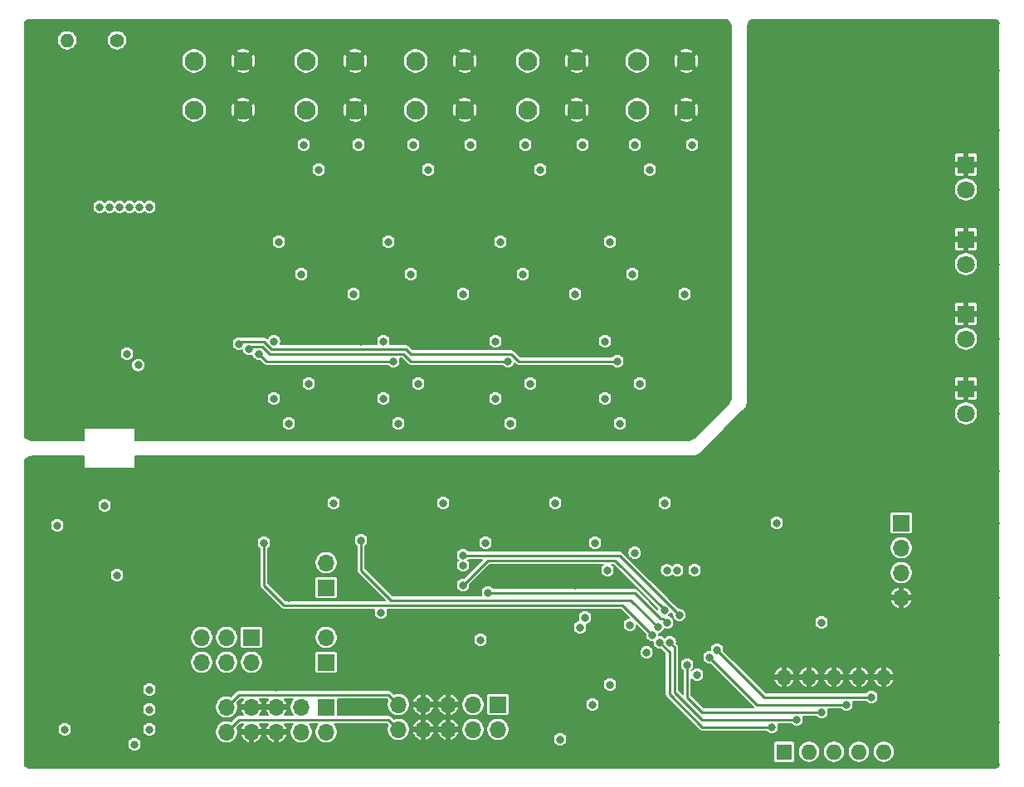
<source format=gbr>
%TF.GenerationSoftware,KiCad,Pcbnew,5.1.10-88a1d61d58~90~ubuntu20.04.1*%
%TF.CreationDate,2021-10-13T19:14:15+02:00*%
%TF.ProjectId,AO_V2,414f5f56-322e-46b6-9963-61645f706362,rev?*%
%TF.SameCoordinates,Original*%
%TF.FileFunction,Copper,L2,Inr*%
%TF.FilePolarity,Positive*%
%FSLAX46Y46*%
G04 Gerber Fmt 4.6, Leading zero omitted, Abs format (unit mm)*
G04 Created by KiCad (PCBNEW 5.1.10-88a1d61d58~90~ubuntu20.04.1) date 2021-10-13 19:14:15*
%MOMM*%
%LPD*%
G01*
G04 APERTURE LIST*
%TA.AperFunction,ComponentPad*%
%ADD10O,1.400000X1.400000*%
%TD*%
%TA.AperFunction,ComponentPad*%
%ADD11C,1.400000*%
%TD*%
%TA.AperFunction,ComponentPad*%
%ADD12O,1.700000X1.700000*%
%TD*%
%TA.AperFunction,ComponentPad*%
%ADD13R,1.700000X1.700000*%
%TD*%
%TA.AperFunction,ComponentPad*%
%ADD14C,1.950000*%
%TD*%
%TA.AperFunction,ComponentPad*%
%ADD15C,1.800000*%
%TD*%
%TA.AperFunction,ComponentPad*%
%ADD16R,1.800000X1.800000*%
%TD*%
%TA.AperFunction,ComponentPad*%
%ADD17O,1.600000X1.600000*%
%TD*%
%TA.AperFunction,ComponentPad*%
%ADD18R,1.600000X1.600000*%
%TD*%
%TA.AperFunction,ViaPad*%
%ADD19C,0.800000*%
%TD*%
%TA.AperFunction,Conductor*%
%ADD20C,0.250000*%
%TD*%
%TA.AperFunction,Conductor*%
%ADD21C,0.127000*%
%TD*%
%TA.AperFunction,Conductor*%
%ADD22C,0.100000*%
%TD*%
G04 APERTURE END LIST*
D10*
%TO.N,Net-(D5-Pad2)*%
%TO.C,F1*%
X96266000Y-73660000D03*
D11*
%TO.N,Net-(D6-Pad1)*%
X101346000Y-73660000D03*
%TD*%
D12*
%TO.N,Net-(J11-Pad2)*%
%TO.C,J11*%
X122682000Y-134620000D03*
D13*
%TO.N,Net-(J11-Pad1)*%
X122682000Y-137160000D03*
%TD*%
D12*
%TO.N,Net-(J10-Pad2)*%
%TO.C,J10*%
X122682000Y-127000000D03*
D13*
%TO.N,Net-(J10-Pad1)*%
X122682000Y-129540000D03*
%TD*%
D14*
%TO.N,GND2*%
%TO.C,J9*%
X159432000Y-75772000D03*
X159432000Y-80772000D03*
%TO.N,OUT4*%
X154432000Y-75772000D03*
X154432000Y-80772000D03*
%TD*%
%TO.N,GND2*%
%TO.C,J8*%
X148256000Y-75772000D03*
X148256000Y-80772000D03*
%TO.N,OUT3*%
X143256000Y-75772000D03*
X143256000Y-80772000D03*
%TD*%
%TO.N,GND2*%
%TO.C,J7*%
X136826000Y-75772000D03*
X136826000Y-80772000D03*
%TO.N,OUT2*%
X131826000Y-75772000D03*
X131826000Y-80772000D03*
%TD*%
%TO.N,GND2*%
%TO.C,J6*%
X125650000Y-75772000D03*
X125650000Y-80772000D03*
%TO.N,OUT1*%
X120650000Y-75772000D03*
X120650000Y-80772000D03*
%TD*%
%TO.N,GND2*%
%TO.C,J5*%
X114220000Y-75772000D03*
X114220000Y-80772000D03*
%TO.N,Net-(D6-Pad1)*%
X109220000Y-75772000D03*
X109220000Y-80772000D03*
%TD*%
D15*
%TO.N,Net-(D4-Pad2)*%
%TO.C,D4*%
X187960000Y-88900000D03*
D16*
%TO.N,GND*%
X187960000Y-86360000D03*
%TD*%
D15*
%TO.N,Net-(D3-Pad2)*%
%TO.C,D3*%
X187960000Y-96520000D03*
D16*
%TO.N,GND*%
X187960000Y-93980000D03*
%TD*%
D15*
%TO.N,Net-(D2-Pad2)*%
%TO.C,D2*%
X187960000Y-104140000D03*
D16*
%TO.N,GND*%
X187960000Y-101600000D03*
%TD*%
D15*
%TO.N,Net-(D1-Pad2)*%
%TO.C,D1*%
X187960000Y-111760000D03*
D16*
%TO.N,GND*%
X187960000Y-109220000D03*
%TD*%
D17*
%TO.N,GND*%
%TO.C,SW1*%
X169418000Y-138684000D03*
%TO.N,Net-(R17-Pad1)*%
X179578000Y-146304000D03*
%TO.N,GND*%
X171958000Y-138684000D03*
%TO.N,Net-(R12-Pad1)*%
X177038000Y-146304000D03*
%TO.N,GND*%
X174498000Y-138684000D03*
%TO.N,Net-(R11-Pad1)*%
X174498000Y-146304000D03*
%TO.N,GND*%
X177038000Y-138684000D03*
%TO.N,Net-(R10-Pad1)*%
X171958000Y-146304000D03*
%TO.N,GND*%
X179578000Y-138684000D03*
D18*
%TO.N,Net-(R9-Pad1)*%
X169418000Y-146304000D03*
%TD*%
D12*
%TO.N,BUS-*%
%TO.C,J4*%
X112522000Y-144272000D03*
%TO.N,BUS+*%
X112522000Y-141732000D03*
%TO.N,GND*%
X115062000Y-144272000D03*
X115062000Y-141732000D03*
X117602000Y-144272000D03*
X117602000Y-141732000D03*
%TO.N,VCC*%
X120142000Y-144272000D03*
X120142000Y-141732000D03*
X122682000Y-144272000D03*
D13*
X122682000Y-141732000D03*
%TD*%
D12*
%TO.N,BUS-*%
%TO.C,J3*%
X130048000Y-144018000D03*
%TO.N,BUS+*%
X130048000Y-141478000D03*
%TO.N,GND*%
X132588000Y-144018000D03*
X132588000Y-141478000D03*
X135128000Y-144018000D03*
X135128000Y-141478000D03*
%TO.N,VCC*%
X137668000Y-144018000D03*
X137668000Y-141478000D03*
X140208000Y-144018000D03*
D13*
X140208000Y-141478000D03*
%TD*%
D12*
%TO.N,Net-(J2-Pad6)*%
%TO.C,J2*%
X109982000Y-137160000D03*
%TO.N,Net-(J10-Pad2)*%
X109982000Y-134620000D03*
%TO.N,BUS+*%
X112522000Y-137160000D03*
%TO.N,BUS-*%
X112522000Y-134620000D03*
%TO.N,Net-(J2-Pad2)*%
X115062000Y-137160000D03*
D13*
%TO.N,Net-(J11-Pad2)*%
X115062000Y-134620000D03*
%TD*%
D12*
%TO.N,GND*%
%TO.C,J1*%
X181356000Y-130556000D03*
%TO.N,SWCLK*%
X181356000Y-128016000D03*
%TO.N,SWIO*%
X181356000Y-125476000D03*
D13*
%TO.N,+3V3*%
X181356000Y-122936000D03*
%TD*%
D19*
%TO.N,*%
X168656000Y-122936000D03*
%TO.N,GND*%
X156385361Y-136126746D03*
X156464000Y-143002000D03*
X162814000Y-139700000D03*
X161544000Y-141224000D03*
X148336000Y-137922000D03*
X149606000Y-136398000D03*
X149606000Y-139446000D03*
X148082000Y-129286000D03*
X149352000Y-127762000D03*
X162306000Y-127762000D03*
X163576000Y-129286000D03*
X165608000Y-132842000D03*
X138430000Y-136906000D03*
X132842000Y-136398000D03*
X128524000Y-125476000D03*
X130302000Y-122174000D03*
X141732000Y-122174000D03*
X152908000Y-122174000D03*
X119126000Y-122174000D03*
X102616000Y-119380000D03*
X103632000Y-117856000D03*
X93472000Y-117856000D03*
X94742000Y-119380000D03*
X94742000Y-133096000D03*
X96266000Y-131572000D03*
X98044000Y-133096000D03*
X99568000Y-139954000D03*
X99568000Y-141986000D03*
X99568000Y-144018000D03*
X148590000Y-145034000D03*
X147574000Y-132080000D03*
X152400000Y-128270000D03*
X175768000Y-122936000D03*
X92456000Y-147320000D03*
X92456000Y-144018000D03*
X92456000Y-137922000D03*
X92456000Y-132080000D03*
X92456000Y-125222000D03*
X108204000Y-116586000D03*
X114300000Y-116586000D03*
X127254000Y-117602000D03*
X138684000Y-117602000D03*
X149860000Y-117602000D03*
X160782000Y-116586000D03*
X166116000Y-111252000D03*
X166116000Y-104394000D03*
X166116000Y-97282000D03*
X166116000Y-89154000D03*
X166116000Y-81280000D03*
X166116000Y-71882000D03*
X175006000Y-71882000D03*
X182880000Y-71882000D03*
X191008000Y-71882000D03*
X191008000Y-76708000D03*
X191008000Y-82804000D03*
X191008000Y-88900000D03*
X191008000Y-96520000D03*
X191008000Y-104140000D03*
X191008000Y-111760000D03*
X191008000Y-117602000D03*
X191008000Y-122936000D03*
X191008000Y-130556000D03*
X191008000Y-136398000D03*
X191008000Y-143256000D03*
X191008000Y-147574000D03*
X185674000Y-147574000D03*
X178308000Y-147574000D03*
X170688000Y-147574000D03*
X160782000Y-147574000D03*
X152146000Y-147574000D03*
X135128000Y-147574000D03*
X117602000Y-147574000D03*
X126492000Y-147574000D03*
X107442000Y-147574000D03*
X117602000Y-139700000D03*
X118872000Y-132080000D03*
X118872000Y-130556000D03*
X121412000Y-132080000D03*
X142748000Y-132080000D03*
X142748000Y-128524000D03*
X142748000Y-125222000D03*
X142748000Y-136144000D03*
X126492000Y-141732000D03*
X126492000Y-139446000D03*
X126492000Y-144018000D03*
X163830000Y-144526000D03*
X167132000Y-144526000D03*
X164846000Y-136906000D03*
X166878000Y-138938000D03*
X169926000Y-128778000D03*
X169926000Y-127254000D03*
X160274000Y-126238000D03*
X164846000Y-126238000D03*
X106934000Y-134112000D03*
X106934000Y-132080000D03*
X160274000Y-122936000D03*
X164846000Y-122936000D03*
X176784000Y-114554000D03*
X179324000Y-117348000D03*
X182372000Y-109220000D03*
X182372000Y-101600000D03*
X183642000Y-93980000D03*
%TO.N,+3V3*%
X104648000Y-139954000D03*
X104648000Y-141986000D03*
X104648000Y-144018000D03*
X103124000Y-145542000D03*
X151384000Y-127762000D03*
X160274000Y-127762000D03*
X151638000Y-139446000D03*
X146558000Y-145034000D03*
X138430000Y-134874000D03*
X128270000Y-132080000D03*
X173228000Y-133096000D03*
X160528000Y-138430000D03*
X95250000Y-123190000D03*
%TO.N,VCC*%
X96012000Y-144018000D03*
X157226000Y-120904000D03*
X146050000Y-120904000D03*
X134620000Y-120904000D03*
X123444000Y-120904000D03*
%TO.N,GND2*%
X94742000Y-102108000D03*
X94742000Y-104140000D03*
X93472000Y-112776000D03*
X94996000Y-110998000D03*
X98552000Y-110998000D03*
X99568000Y-103124000D03*
X103632000Y-112776000D03*
X102362000Y-110998000D03*
X105156000Y-103378000D03*
X111252000Y-102616000D03*
X109728000Y-100838000D03*
X94742000Y-92964000D03*
X94742000Y-94996000D03*
X96266000Y-91186000D03*
X96266000Y-96520000D03*
X99060000Y-82296000D03*
X101092000Y-84582000D03*
X103124000Y-82296000D03*
X101092000Y-80264000D03*
X125984000Y-86360000D03*
X137414000Y-86360000D03*
X148844000Y-86360000D03*
X160020000Y-86360000D03*
X160528000Y-88646000D03*
X162052000Y-90170000D03*
X157480000Y-97790000D03*
X158496000Y-100584000D03*
X160274000Y-102362000D03*
X160274000Y-104394000D03*
X151638000Y-99568000D03*
X149860000Y-98044000D03*
X148844000Y-102362000D03*
X148844000Y-104394000D03*
X140462000Y-99568000D03*
X138938000Y-98044000D03*
X150876000Y-90170000D03*
X149352000Y-88646000D03*
X146304000Y-97790000D03*
X147320000Y-100584000D03*
X137922000Y-88646000D03*
X139446000Y-90170000D03*
X134874000Y-97790000D03*
X135890000Y-100584000D03*
X137414000Y-102362000D03*
X137414000Y-104394000D03*
X129032000Y-99568000D03*
X127508000Y-98044000D03*
X128270000Y-90170000D03*
X126746000Y-88646000D03*
X123698000Y-97790000D03*
X124714000Y-100584000D03*
X126238000Y-102362000D03*
X126238000Y-104394000D03*
X117856000Y-99568000D03*
X116332000Y-98044000D03*
X155448000Y-113792000D03*
X149860000Y-113792000D03*
X144018000Y-113792000D03*
X138430000Y-113792000D03*
X132842000Y-113792000D03*
X127254000Y-113792000D03*
X121666000Y-113792000D03*
X116078000Y-113792000D03*
X92710000Y-108712000D03*
X92710000Y-98552000D03*
X99822000Y-98552000D03*
X93726000Y-98552000D03*
X92710000Y-87376000D03*
X92710000Y-80772000D03*
X92710000Y-75692000D03*
X92710000Y-72136000D03*
X102870000Y-72136000D03*
X109220000Y-72136000D03*
X120650000Y-72136000D03*
X131826000Y-72136000D03*
X143256000Y-72136000D03*
X154432000Y-72136000D03*
X163068000Y-72136000D03*
X148082000Y-94234000D03*
X136652000Y-94234000D03*
X125476000Y-93980000D03*
X159258000Y-94234000D03*
X163068000Y-98044000D03*
X163068000Y-109728000D03*
%TO.N,+24V*%
X160020000Y-84328000D03*
X148844000Y-84328000D03*
X137414000Y-84328000D03*
X125984000Y-84328000D03*
X117856000Y-94234000D03*
X129032000Y-94234000D03*
X140462000Y-94234000D03*
X151638000Y-94234000D03*
X104648000Y-90678000D03*
X103632000Y-90678000D03*
X102616000Y-90678000D03*
X101600000Y-90678000D03*
X100584000Y-90678000D03*
X99568000Y-90678000D03*
%TO.N,Net-(C26-Pad2)*%
X133096000Y-86868000D03*
X131318000Y-97536012D03*
%TO.N,Net-(C27-Pad2)*%
X142748000Y-97536000D03*
X144526000Y-86868000D03*
%TO.N,Net-(C28-Pad2)*%
X155702000Y-86868000D03*
X153924000Y-97536000D03*
%TO.N,Net-(C29-Pad1)*%
X125476000Y-99568000D03*
X120903988Y-108712000D03*
%TO.N,Net-(C31-Pad1)*%
X143510000Y-108712000D03*
X148082000Y-99568000D03*
%TO.N,Net-(C32-Pad1)*%
X154686000Y-108712000D03*
X159258000Y-99568000D03*
%TO.N,SWCLK*%
X153670000Y-133350000D03*
%TO.N,SWIO*%
X154173576Y-125979911D03*
%TO.N,Net-(K1-Pad6)*%
X117352653Y-104389347D03*
X117348000Y-110236000D03*
%TO.N,OUT1*%
X120396000Y-84328000D03*
X118872000Y-112776000D03*
%TO.N,Net-(K2-Pad6)*%
X128524000Y-104394000D03*
X128524000Y-110236000D03*
%TO.N,OUT2*%
X131572000Y-84328000D03*
X130048000Y-112776000D03*
%TO.N,Net-(K3-Pad6)*%
X139954000Y-104394000D03*
X139954000Y-110236000D03*
%TO.N,OUT3*%
X143002000Y-84328000D03*
X141478000Y-112776000D03*
%TO.N,Net-(K4-Pad6)*%
X151130000Y-104394000D03*
X151130000Y-110236000D03*
%TO.N,OUT4*%
X154178000Y-84328000D03*
X152654000Y-112776000D03*
%TO.N,Net-(R9-Pad1)*%
X168148000Y-143764000D03*
X156718000Y-135128000D03*
%TO.N,Net-(R10-Pad1)*%
X170688000Y-143002000D03*
X157738664Y-135123344D03*
%TO.N,Net-(R11-Pad1)*%
X159512000Y-137414000D03*
X173228000Y-142239994D03*
%TO.N,Net-(R12-Pad1)*%
X161798000Y-136652000D03*
X175768000Y-141478000D03*
%TO.N,Net-(R17-Pad1)*%
X162560000Y-135890000D03*
X178308000Y-140716000D03*
%TO.N,SCL*%
X149098000Y-132588000D03*
X100076000Y-121158000D03*
%TO.N,SDA*%
X148590000Y-133604000D03*
X101346000Y-128270000D03*
%TO.N,CC1_Lo*%
X155956000Y-134366000D03*
X116332000Y-124968000D03*
%TO.N,CC2_Lo*%
X156510701Y-133533949D03*
X126238000Y-124714000D03*
%TO.N,CC3_Lo*%
X157480000Y-133096000D03*
X139192000Y-130048000D03*
X138938000Y-124968000D03*
%TO.N,CC4_Lo*%
X157475347Y-127766653D03*
X150114000Y-124968000D03*
%TO.N,Net-(R28-Pad2)*%
X102362000Y-105664000D03*
X103509653Y-106811653D03*
%TO.N,Net-(R32-Pad2)*%
X114808000Y-105185000D03*
X141224000Y-106426000D03*
%TO.N,Net-(R33-Pad2)*%
X113792000Y-104648000D03*
X152400000Y-106426000D03*
%TO.N,TXD*%
X136652000Y-126238000D03*
X158730000Y-132354000D03*
%TO.N,DIR*%
X136652000Y-127254000D03*
X158496000Y-127762000D03*
%TO.N,RXD*%
X136652000Y-129286000D03*
X157201347Y-131850653D03*
%TO.N,Net-(C6-Pad1)*%
X149860000Y-141478000D03*
X155367997Y-136140724D03*
%TO.N,Net-(C25-Pad2)*%
X121920000Y-86868000D03*
X120142000Y-97536000D03*
%TO.N,Net-(C30-Pad1)*%
X136652000Y-99568000D03*
X132080000Y-108712000D03*
%TO.N,Net-(R31-Pad2)*%
X115824000Y-105664000D03*
X129540000Y-106426000D03*
%TD*%
D20*
%TO.N,BUS-*%
X129032000Y-143002000D02*
X130048000Y-144018000D01*
X113792000Y-143002000D02*
X129032000Y-143002000D01*
X112522000Y-144272000D02*
X113792000Y-143002000D01*
%TO.N,BUS+*%
X112522000Y-141732000D02*
X113792000Y-140462000D01*
X129032000Y-140462000D02*
X130048000Y-141478000D01*
X113792000Y-140462000D02*
X129032000Y-140462000D01*
%TO.N,Net-(R9-Pad1)*%
X157706000Y-140434000D02*
X157706000Y-136116000D01*
X161036000Y-143764000D02*
X157706000Y-140434000D01*
X157706000Y-136116000D02*
X156718000Y-135128000D01*
X168148000Y-143764000D02*
X161036000Y-143764000D01*
%TO.N,Net-(R10-Pad1)*%
X158242000Y-135626680D02*
X157738664Y-135123344D01*
X158242000Y-140208000D02*
X158242000Y-135626680D01*
X161036000Y-143002000D02*
X158242000Y-140208000D01*
X170688000Y-143002000D02*
X161036000Y-143002000D01*
%TO.N,Net-(R11-Pad1)*%
X161035994Y-142239994D02*
X173228000Y-142239994D01*
X159512000Y-140716000D02*
X161035994Y-142239994D01*
X159512000Y-137414000D02*
X159512000Y-140716000D01*
%TO.N,Net-(R12-Pad1)*%
X166624000Y-141478000D02*
X175768000Y-141478000D01*
X161798000Y-136652000D02*
X166624000Y-141478000D01*
%TO.N,Net-(R17-Pad1)*%
X162560000Y-135890000D02*
X167386000Y-140716000D01*
X167386000Y-140716000D02*
X178308000Y-140716000D01*
%TO.N,CC1_Lo*%
X155956000Y-134366000D02*
X153162000Y-131572000D01*
X153162000Y-131572000D02*
X152908000Y-131318000D01*
X152908000Y-131318000D02*
X118364000Y-131318000D01*
X116332000Y-129286000D02*
X116332000Y-124968000D01*
X118364000Y-131318000D02*
X116332000Y-129286000D01*
%TO.N,CC2_Lo*%
X156510701Y-133533949D02*
X153786752Y-130810000D01*
X153786752Y-130810000D02*
X129286000Y-130810000D01*
X126238000Y-127762000D02*
X126238000Y-124714000D01*
X129286000Y-130810000D02*
X126238000Y-127762000D01*
%TO.N,CC3_Lo*%
X157080001Y-132696001D02*
X156826001Y-132696001D01*
X157480000Y-133096000D02*
X157080001Y-132696001D01*
X154178000Y-130048000D02*
X139192000Y-130048000D01*
X156826001Y-132696001D02*
X154178000Y-130048000D01*
%TO.N,Net-(R32-Pad2)*%
X114808000Y-105185000D02*
X115091000Y-104902000D01*
X116135002Y-104902000D02*
X116897002Y-105664000D01*
X115091000Y-104902000D02*
X116135002Y-104902000D01*
X116897002Y-105664000D02*
X130556000Y-105664000D01*
X131318000Y-106426000D02*
X141224000Y-106426000D01*
X130556000Y-105664000D02*
X131318000Y-106426000D01*
%TO.N,Net-(R33-Pad2)*%
X113792000Y-104648000D02*
X114046000Y-104394000D01*
X114046000Y-104394000D02*
X116332000Y-104394000D01*
X116332000Y-104394000D02*
X117094000Y-105156000D01*
X117094000Y-105156000D02*
X130810000Y-105156000D01*
X130810000Y-105156000D02*
X131318000Y-105664000D01*
X141535002Y-105664000D02*
X142297002Y-106426000D01*
X131318000Y-105664000D02*
X141535002Y-105664000D01*
X142297002Y-106426000D02*
X152400000Y-106426000D01*
%TO.N,TXD*%
X152614000Y-126238000D02*
X158730000Y-132354000D01*
X136652000Y-126238000D02*
X152614000Y-126238000D01*
%TO.N,RXD*%
X136652000Y-129286000D02*
X138430000Y-127508000D01*
X138430000Y-127508000D02*
X139192000Y-126746000D01*
X139192000Y-126746000D02*
X145542000Y-126746000D01*
X145542000Y-126746000D02*
X152146000Y-126746000D01*
X157201347Y-131801347D02*
X157201347Y-131850653D01*
X152146000Y-126746000D02*
X157201347Y-131801347D01*
%TO.N,Net-(R31-Pad2)*%
X116586000Y-106426000D02*
X129540000Y-106426000D01*
X115824000Y-105664000D02*
X116586000Y-106426000D01*
%TD*%
D21*
%TO.N,GND2*%
X163745989Y-71712011D02*
X163862415Y-71853878D01*
X163948929Y-72015734D01*
X164002204Y-72191361D01*
X164020500Y-72377117D01*
X164020500Y-110072669D01*
X164002204Y-110258426D01*
X163948929Y-110434053D01*
X163862416Y-110595909D01*
X163743998Y-110740200D01*
X160270200Y-114213998D01*
X160125909Y-114332416D01*
X159964053Y-114418929D01*
X159788426Y-114472204D01*
X159602669Y-114490500D01*
X103187500Y-114490500D01*
X103187500Y-113284000D01*
X103186280Y-113271612D01*
X103182666Y-113259700D01*
X103176798Y-113248721D01*
X103168901Y-113239099D01*
X103159279Y-113231202D01*
X103148300Y-113225334D01*
X103136388Y-113221720D01*
X103124000Y-113220500D01*
X98044000Y-113220500D01*
X98031612Y-113221720D01*
X98019700Y-113225334D01*
X98008721Y-113231202D01*
X97999099Y-113239099D01*
X97991202Y-113248721D01*
X97985334Y-113259700D01*
X97981720Y-113271612D01*
X97980500Y-113284000D01*
X97980500Y-114490500D01*
X92697117Y-114490500D01*
X92511361Y-114472204D01*
X92335734Y-114418929D01*
X92173878Y-114332415D01*
X92032011Y-114215989D01*
X91960500Y-114128852D01*
X91960500Y-112705332D01*
X118154500Y-112705332D01*
X118154500Y-112846668D01*
X118182073Y-112985287D01*
X118236159Y-113115864D01*
X118314681Y-113233380D01*
X118414620Y-113333319D01*
X118532136Y-113411841D01*
X118662713Y-113465927D01*
X118801332Y-113493500D01*
X118942668Y-113493500D01*
X119081287Y-113465927D01*
X119211864Y-113411841D01*
X119329380Y-113333319D01*
X119429319Y-113233380D01*
X119507841Y-113115864D01*
X119561927Y-112985287D01*
X119589500Y-112846668D01*
X119589500Y-112705332D01*
X129330500Y-112705332D01*
X129330500Y-112846668D01*
X129358073Y-112985287D01*
X129412159Y-113115864D01*
X129490681Y-113233380D01*
X129590620Y-113333319D01*
X129708136Y-113411841D01*
X129838713Y-113465927D01*
X129977332Y-113493500D01*
X130118668Y-113493500D01*
X130257287Y-113465927D01*
X130387864Y-113411841D01*
X130505380Y-113333319D01*
X130605319Y-113233380D01*
X130683841Y-113115864D01*
X130737927Y-112985287D01*
X130765500Y-112846668D01*
X130765500Y-112705332D01*
X140760500Y-112705332D01*
X140760500Y-112846668D01*
X140788073Y-112985287D01*
X140842159Y-113115864D01*
X140920681Y-113233380D01*
X141020620Y-113333319D01*
X141138136Y-113411841D01*
X141268713Y-113465927D01*
X141407332Y-113493500D01*
X141548668Y-113493500D01*
X141687287Y-113465927D01*
X141817864Y-113411841D01*
X141935380Y-113333319D01*
X142035319Y-113233380D01*
X142113841Y-113115864D01*
X142167927Y-112985287D01*
X142195500Y-112846668D01*
X142195500Y-112705332D01*
X151936500Y-112705332D01*
X151936500Y-112846668D01*
X151964073Y-112985287D01*
X152018159Y-113115864D01*
X152096681Y-113233380D01*
X152196620Y-113333319D01*
X152314136Y-113411841D01*
X152444713Y-113465927D01*
X152583332Y-113493500D01*
X152724668Y-113493500D01*
X152863287Y-113465927D01*
X152993864Y-113411841D01*
X153111380Y-113333319D01*
X153211319Y-113233380D01*
X153289841Y-113115864D01*
X153343927Y-112985287D01*
X153371500Y-112846668D01*
X153371500Y-112705332D01*
X153343927Y-112566713D01*
X153289841Y-112436136D01*
X153211319Y-112318620D01*
X153111380Y-112218681D01*
X152993864Y-112140159D01*
X152863287Y-112086073D01*
X152724668Y-112058500D01*
X152583332Y-112058500D01*
X152444713Y-112086073D01*
X152314136Y-112140159D01*
X152196620Y-112218681D01*
X152096681Y-112318620D01*
X152018159Y-112436136D01*
X151964073Y-112566713D01*
X151936500Y-112705332D01*
X142195500Y-112705332D01*
X142167927Y-112566713D01*
X142113841Y-112436136D01*
X142035319Y-112318620D01*
X141935380Y-112218681D01*
X141817864Y-112140159D01*
X141687287Y-112086073D01*
X141548668Y-112058500D01*
X141407332Y-112058500D01*
X141268713Y-112086073D01*
X141138136Y-112140159D01*
X141020620Y-112218681D01*
X140920681Y-112318620D01*
X140842159Y-112436136D01*
X140788073Y-112566713D01*
X140760500Y-112705332D01*
X130765500Y-112705332D01*
X130737927Y-112566713D01*
X130683841Y-112436136D01*
X130605319Y-112318620D01*
X130505380Y-112218681D01*
X130387864Y-112140159D01*
X130257287Y-112086073D01*
X130118668Y-112058500D01*
X129977332Y-112058500D01*
X129838713Y-112086073D01*
X129708136Y-112140159D01*
X129590620Y-112218681D01*
X129490681Y-112318620D01*
X129412159Y-112436136D01*
X129358073Y-112566713D01*
X129330500Y-112705332D01*
X119589500Y-112705332D01*
X119561927Y-112566713D01*
X119507841Y-112436136D01*
X119429319Y-112318620D01*
X119329380Y-112218681D01*
X119211864Y-112140159D01*
X119081287Y-112086073D01*
X118942668Y-112058500D01*
X118801332Y-112058500D01*
X118662713Y-112086073D01*
X118532136Y-112140159D01*
X118414620Y-112218681D01*
X118314681Y-112318620D01*
X118236159Y-112436136D01*
X118182073Y-112566713D01*
X118154500Y-112705332D01*
X91960500Y-112705332D01*
X91960500Y-110165332D01*
X116630500Y-110165332D01*
X116630500Y-110306668D01*
X116658073Y-110445287D01*
X116712159Y-110575864D01*
X116790681Y-110693380D01*
X116890620Y-110793319D01*
X117008136Y-110871841D01*
X117138713Y-110925927D01*
X117277332Y-110953500D01*
X117418668Y-110953500D01*
X117557287Y-110925927D01*
X117687864Y-110871841D01*
X117805380Y-110793319D01*
X117905319Y-110693380D01*
X117983841Y-110575864D01*
X118037927Y-110445287D01*
X118065500Y-110306668D01*
X118065500Y-110165332D01*
X127806500Y-110165332D01*
X127806500Y-110306668D01*
X127834073Y-110445287D01*
X127888159Y-110575864D01*
X127966681Y-110693380D01*
X128066620Y-110793319D01*
X128184136Y-110871841D01*
X128314713Y-110925927D01*
X128453332Y-110953500D01*
X128594668Y-110953500D01*
X128733287Y-110925927D01*
X128863864Y-110871841D01*
X128981380Y-110793319D01*
X129081319Y-110693380D01*
X129159841Y-110575864D01*
X129213927Y-110445287D01*
X129241500Y-110306668D01*
X129241500Y-110165332D01*
X139236500Y-110165332D01*
X139236500Y-110306668D01*
X139264073Y-110445287D01*
X139318159Y-110575864D01*
X139396681Y-110693380D01*
X139496620Y-110793319D01*
X139614136Y-110871841D01*
X139744713Y-110925927D01*
X139883332Y-110953500D01*
X140024668Y-110953500D01*
X140163287Y-110925927D01*
X140293864Y-110871841D01*
X140411380Y-110793319D01*
X140511319Y-110693380D01*
X140589841Y-110575864D01*
X140643927Y-110445287D01*
X140671500Y-110306668D01*
X140671500Y-110165332D01*
X150412500Y-110165332D01*
X150412500Y-110306668D01*
X150440073Y-110445287D01*
X150494159Y-110575864D01*
X150572681Y-110693380D01*
X150672620Y-110793319D01*
X150790136Y-110871841D01*
X150920713Y-110925927D01*
X151059332Y-110953500D01*
X151200668Y-110953500D01*
X151339287Y-110925927D01*
X151469864Y-110871841D01*
X151587380Y-110793319D01*
X151687319Y-110693380D01*
X151765841Y-110575864D01*
X151819927Y-110445287D01*
X151847500Y-110306668D01*
X151847500Y-110165332D01*
X151819927Y-110026713D01*
X151765841Y-109896136D01*
X151687319Y-109778620D01*
X151587380Y-109678681D01*
X151469864Y-109600159D01*
X151339287Y-109546073D01*
X151200668Y-109518500D01*
X151059332Y-109518500D01*
X150920713Y-109546073D01*
X150790136Y-109600159D01*
X150672620Y-109678681D01*
X150572681Y-109778620D01*
X150494159Y-109896136D01*
X150440073Y-110026713D01*
X150412500Y-110165332D01*
X140671500Y-110165332D01*
X140643927Y-110026713D01*
X140589841Y-109896136D01*
X140511319Y-109778620D01*
X140411380Y-109678681D01*
X140293864Y-109600159D01*
X140163287Y-109546073D01*
X140024668Y-109518500D01*
X139883332Y-109518500D01*
X139744713Y-109546073D01*
X139614136Y-109600159D01*
X139496620Y-109678681D01*
X139396681Y-109778620D01*
X139318159Y-109896136D01*
X139264073Y-110026713D01*
X139236500Y-110165332D01*
X129241500Y-110165332D01*
X129213927Y-110026713D01*
X129159841Y-109896136D01*
X129081319Y-109778620D01*
X128981380Y-109678681D01*
X128863864Y-109600159D01*
X128733287Y-109546073D01*
X128594668Y-109518500D01*
X128453332Y-109518500D01*
X128314713Y-109546073D01*
X128184136Y-109600159D01*
X128066620Y-109678681D01*
X127966681Y-109778620D01*
X127888159Y-109896136D01*
X127834073Y-110026713D01*
X127806500Y-110165332D01*
X118065500Y-110165332D01*
X118037927Y-110026713D01*
X117983841Y-109896136D01*
X117905319Y-109778620D01*
X117805380Y-109678681D01*
X117687864Y-109600159D01*
X117557287Y-109546073D01*
X117418668Y-109518500D01*
X117277332Y-109518500D01*
X117138713Y-109546073D01*
X117008136Y-109600159D01*
X116890620Y-109678681D01*
X116790681Y-109778620D01*
X116712159Y-109896136D01*
X116658073Y-110026713D01*
X116630500Y-110165332D01*
X91960500Y-110165332D01*
X91960500Y-108641332D01*
X120186488Y-108641332D01*
X120186488Y-108782668D01*
X120214061Y-108921287D01*
X120268147Y-109051864D01*
X120346669Y-109169380D01*
X120446608Y-109269319D01*
X120564124Y-109347841D01*
X120694701Y-109401927D01*
X120833320Y-109429500D01*
X120974656Y-109429500D01*
X121113275Y-109401927D01*
X121243852Y-109347841D01*
X121361368Y-109269319D01*
X121461307Y-109169380D01*
X121539829Y-109051864D01*
X121593915Y-108921287D01*
X121621488Y-108782668D01*
X121621488Y-108641332D01*
X131362500Y-108641332D01*
X131362500Y-108782668D01*
X131390073Y-108921287D01*
X131444159Y-109051864D01*
X131522681Y-109169380D01*
X131622620Y-109269319D01*
X131740136Y-109347841D01*
X131870713Y-109401927D01*
X132009332Y-109429500D01*
X132150668Y-109429500D01*
X132289287Y-109401927D01*
X132419864Y-109347841D01*
X132537380Y-109269319D01*
X132637319Y-109169380D01*
X132715841Y-109051864D01*
X132769927Y-108921287D01*
X132797500Y-108782668D01*
X132797500Y-108641332D01*
X142792500Y-108641332D01*
X142792500Y-108782668D01*
X142820073Y-108921287D01*
X142874159Y-109051864D01*
X142952681Y-109169380D01*
X143052620Y-109269319D01*
X143170136Y-109347841D01*
X143300713Y-109401927D01*
X143439332Y-109429500D01*
X143580668Y-109429500D01*
X143719287Y-109401927D01*
X143849864Y-109347841D01*
X143967380Y-109269319D01*
X144067319Y-109169380D01*
X144145841Y-109051864D01*
X144199927Y-108921287D01*
X144227500Y-108782668D01*
X144227500Y-108641332D01*
X153968500Y-108641332D01*
X153968500Y-108782668D01*
X153996073Y-108921287D01*
X154050159Y-109051864D01*
X154128681Y-109169380D01*
X154228620Y-109269319D01*
X154346136Y-109347841D01*
X154476713Y-109401927D01*
X154615332Y-109429500D01*
X154756668Y-109429500D01*
X154895287Y-109401927D01*
X155025864Y-109347841D01*
X155143380Y-109269319D01*
X155243319Y-109169380D01*
X155321841Y-109051864D01*
X155375927Y-108921287D01*
X155403500Y-108782668D01*
X155403500Y-108641332D01*
X155375927Y-108502713D01*
X155321841Y-108372136D01*
X155243319Y-108254620D01*
X155143380Y-108154681D01*
X155025864Y-108076159D01*
X154895287Y-108022073D01*
X154756668Y-107994500D01*
X154615332Y-107994500D01*
X154476713Y-108022073D01*
X154346136Y-108076159D01*
X154228620Y-108154681D01*
X154128681Y-108254620D01*
X154050159Y-108372136D01*
X153996073Y-108502713D01*
X153968500Y-108641332D01*
X144227500Y-108641332D01*
X144199927Y-108502713D01*
X144145841Y-108372136D01*
X144067319Y-108254620D01*
X143967380Y-108154681D01*
X143849864Y-108076159D01*
X143719287Y-108022073D01*
X143580668Y-107994500D01*
X143439332Y-107994500D01*
X143300713Y-108022073D01*
X143170136Y-108076159D01*
X143052620Y-108154681D01*
X142952681Y-108254620D01*
X142874159Y-108372136D01*
X142820073Y-108502713D01*
X142792500Y-108641332D01*
X132797500Y-108641332D01*
X132769927Y-108502713D01*
X132715841Y-108372136D01*
X132637319Y-108254620D01*
X132537380Y-108154681D01*
X132419864Y-108076159D01*
X132289287Y-108022073D01*
X132150668Y-107994500D01*
X132009332Y-107994500D01*
X131870713Y-108022073D01*
X131740136Y-108076159D01*
X131622620Y-108154681D01*
X131522681Y-108254620D01*
X131444159Y-108372136D01*
X131390073Y-108502713D01*
X131362500Y-108641332D01*
X121621488Y-108641332D01*
X121593915Y-108502713D01*
X121539829Y-108372136D01*
X121461307Y-108254620D01*
X121361368Y-108154681D01*
X121243852Y-108076159D01*
X121113275Y-108022073D01*
X120974656Y-107994500D01*
X120833320Y-107994500D01*
X120694701Y-108022073D01*
X120564124Y-108076159D01*
X120446608Y-108154681D01*
X120346669Y-108254620D01*
X120268147Y-108372136D01*
X120214061Y-108502713D01*
X120186488Y-108641332D01*
X91960500Y-108641332D01*
X91960500Y-106740985D01*
X102792153Y-106740985D01*
X102792153Y-106882321D01*
X102819726Y-107020940D01*
X102873812Y-107151517D01*
X102952334Y-107269033D01*
X103052273Y-107368972D01*
X103169789Y-107447494D01*
X103300366Y-107501580D01*
X103438985Y-107529153D01*
X103580321Y-107529153D01*
X103718940Y-107501580D01*
X103849517Y-107447494D01*
X103967033Y-107368972D01*
X104066972Y-107269033D01*
X104145494Y-107151517D01*
X104199580Y-107020940D01*
X104227153Y-106882321D01*
X104227153Y-106740985D01*
X104199580Y-106602366D01*
X104145494Y-106471789D01*
X104066972Y-106354273D01*
X103967033Y-106254334D01*
X103849517Y-106175812D01*
X103718940Y-106121726D01*
X103580321Y-106094153D01*
X103438985Y-106094153D01*
X103300366Y-106121726D01*
X103169789Y-106175812D01*
X103052273Y-106254334D01*
X102952334Y-106354273D01*
X102873812Y-106471789D01*
X102819726Y-106602366D01*
X102792153Y-106740985D01*
X91960500Y-106740985D01*
X91960500Y-105593332D01*
X101644500Y-105593332D01*
X101644500Y-105734668D01*
X101672073Y-105873287D01*
X101726159Y-106003864D01*
X101804681Y-106121380D01*
X101904620Y-106221319D01*
X102022136Y-106299841D01*
X102152713Y-106353927D01*
X102291332Y-106381500D01*
X102432668Y-106381500D01*
X102571287Y-106353927D01*
X102701864Y-106299841D01*
X102819380Y-106221319D01*
X102919319Y-106121380D01*
X102997841Y-106003864D01*
X103051927Y-105873287D01*
X103079500Y-105734668D01*
X103079500Y-105593332D01*
X103051927Y-105454713D01*
X102997841Y-105324136D01*
X102919319Y-105206620D01*
X102819380Y-105106681D01*
X102701864Y-105028159D01*
X102571287Y-104974073D01*
X102432668Y-104946500D01*
X102291332Y-104946500D01*
X102152713Y-104974073D01*
X102022136Y-105028159D01*
X101904620Y-105106681D01*
X101804681Y-105206620D01*
X101726159Y-105324136D01*
X101672073Y-105454713D01*
X101644500Y-105593332D01*
X91960500Y-105593332D01*
X91960500Y-104577332D01*
X113074500Y-104577332D01*
X113074500Y-104718668D01*
X113102073Y-104857287D01*
X113156159Y-104987864D01*
X113234681Y-105105380D01*
X113334620Y-105205319D01*
X113452136Y-105283841D01*
X113582713Y-105337927D01*
X113721332Y-105365500D01*
X113862668Y-105365500D01*
X114001287Y-105337927D01*
X114098826Y-105297526D01*
X114118073Y-105394287D01*
X114172159Y-105524864D01*
X114250681Y-105642380D01*
X114350620Y-105742319D01*
X114468136Y-105820841D01*
X114598713Y-105874927D01*
X114737332Y-105902500D01*
X114878668Y-105902500D01*
X115017287Y-105874927D01*
X115125485Y-105830111D01*
X115134073Y-105873287D01*
X115188159Y-106003864D01*
X115266681Y-106121380D01*
X115366620Y-106221319D01*
X115484136Y-106299841D01*
X115614713Y-106353927D01*
X115753332Y-106381500D01*
X115894668Y-106381500D01*
X115912219Y-106378009D01*
X116257735Y-106723525D01*
X116271591Y-106740409D01*
X116338971Y-106795705D01*
X116415843Y-106836795D01*
X116499255Y-106862097D01*
X116564263Y-106868500D01*
X116564266Y-106868500D01*
X116586000Y-106870641D01*
X116607734Y-106868500D01*
X128972738Y-106868500D01*
X128982681Y-106883380D01*
X129082620Y-106983319D01*
X129200136Y-107061841D01*
X129330713Y-107115927D01*
X129469332Y-107143500D01*
X129610668Y-107143500D01*
X129749287Y-107115927D01*
X129879864Y-107061841D01*
X129997380Y-106983319D01*
X130097319Y-106883380D01*
X130175841Y-106765864D01*
X130229927Y-106635287D01*
X130257500Y-106496668D01*
X130257500Y-106355332D01*
X130229927Y-106216713D01*
X130184276Y-106106500D01*
X130372711Y-106106500D01*
X130989735Y-106723525D01*
X131003591Y-106740409D01*
X131070971Y-106795705D01*
X131147843Y-106836795D01*
X131231255Y-106862097D01*
X131296263Y-106868500D01*
X131296266Y-106868500D01*
X131318000Y-106870641D01*
X131339734Y-106868500D01*
X140656738Y-106868500D01*
X140666681Y-106883380D01*
X140766620Y-106983319D01*
X140884136Y-107061841D01*
X141014713Y-107115927D01*
X141153332Y-107143500D01*
X141294668Y-107143500D01*
X141433287Y-107115927D01*
X141563864Y-107061841D01*
X141681380Y-106983319D01*
X141781319Y-106883380D01*
X141859841Y-106765864D01*
X141904136Y-106658924D01*
X141968737Y-106723525D01*
X141982593Y-106740409D01*
X142049973Y-106795705D01*
X142126845Y-106836795D01*
X142210257Y-106862097D01*
X142275265Y-106868500D01*
X142275268Y-106868500D01*
X142297002Y-106870641D01*
X142318736Y-106868500D01*
X151832738Y-106868500D01*
X151842681Y-106883380D01*
X151942620Y-106983319D01*
X152060136Y-107061841D01*
X152190713Y-107115927D01*
X152329332Y-107143500D01*
X152470668Y-107143500D01*
X152609287Y-107115927D01*
X152739864Y-107061841D01*
X152857380Y-106983319D01*
X152957319Y-106883380D01*
X153035841Y-106765864D01*
X153089927Y-106635287D01*
X153117500Y-106496668D01*
X153117500Y-106355332D01*
X153089927Y-106216713D01*
X153035841Y-106086136D01*
X152957319Y-105968620D01*
X152857380Y-105868681D01*
X152739864Y-105790159D01*
X152609287Y-105736073D01*
X152470668Y-105708500D01*
X152329332Y-105708500D01*
X152190713Y-105736073D01*
X152060136Y-105790159D01*
X151942620Y-105868681D01*
X151842681Y-105968620D01*
X151832738Y-105983500D01*
X142480292Y-105983500D01*
X141863271Y-105366480D01*
X141849411Y-105349591D01*
X141782031Y-105294295D01*
X141705159Y-105253205D01*
X141621747Y-105227903D01*
X141556739Y-105221500D01*
X141556736Y-105221500D01*
X141535002Y-105219359D01*
X141513268Y-105221500D01*
X131501289Y-105221500D01*
X131138270Y-104858481D01*
X131124409Y-104841591D01*
X131057029Y-104786295D01*
X130980157Y-104745205D01*
X130896745Y-104719903D01*
X130831737Y-104713500D01*
X130831734Y-104713500D01*
X130810000Y-104711359D01*
X130788266Y-104713500D01*
X129168276Y-104713500D01*
X129213927Y-104603287D01*
X129241500Y-104464668D01*
X129241500Y-104323332D01*
X139236500Y-104323332D01*
X139236500Y-104464668D01*
X139264073Y-104603287D01*
X139318159Y-104733864D01*
X139396681Y-104851380D01*
X139496620Y-104951319D01*
X139614136Y-105029841D01*
X139744713Y-105083927D01*
X139883332Y-105111500D01*
X140024668Y-105111500D01*
X140163287Y-105083927D01*
X140293864Y-105029841D01*
X140411380Y-104951319D01*
X140511319Y-104851380D01*
X140589841Y-104733864D01*
X140643927Y-104603287D01*
X140671500Y-104464668D01*
X140671500Y-104323332D01*
X150412500Y-104323332D01*
X150412500Y-104464668D01*
X150440073Y-104603287D01*
X150494159Y-104733864D01*
X150572681Y-104851380D01*
X150672620Y-104951319D01*
X150790136Y-105029841D01*
X150920713Y-105083927D01*
X151059332Y-105111500D01*
X151200668Y-105111500D01*
X151339287Y-105083927D01*
X151469864Y-105029841D01*
X151587380Y-104951319D01*
X151687319Y-104851380D01*
X151765841Y-104733864D01*
X151819927Y-104603287D01*
X151847500Y-104464668D01*
X151847500Y-104323332D01*
X151819927Y-104184713D01*
X151765841Y-104054136D01*
X151687319Y-103936620D01*
X151587380Y-103836681D01*
X151469864Y-103758159D01*
X151339287Y-103704073D01*
X151200668Y-103676500D01*
X151059332Y-103676500D01*
X150920713Y-103704073D01*
X150790136Y-103758159D01*
X150672620Y-103836681D01*
X150572681Y-103936620D01*
X150494159Y-104054136D01*
X150440073Y-104184713D01*
X150412500Y-104323332D01*
X140671500Y-104323332D01*
X140643927Y-104184713D01*
X140589841Y-104054136D01*
X140511319Y-103936620D01*
X140411380Y-103836681D01*
X140293864Y-103758159D01*
X140163287Y-103704073D01*
X140024668Y-103676500D01*
X139883332Y-103676500D01*
X139744713Y-103704073D01*
X139614136Y-103758159D01*
X139496620Y-103836681D01*
X139396681Y-103936620D01*
X139318159Y-104054136D01*
X139264073Y-104184713D01*
X139236500Y-104323332D01*
X129241500Y-104323332D01*
X129213927Y-104184713D01*
X129159841Y-104054136D01*
X129081319Y-103936620D01*
X128981380Y-103836681D01*
X128863864Y-103758159D01*
X128733287Y-103704073D01*
X128594668Y-103676500D01*
X128453332Y-103676500D01*
X128314713Y-103704073D01*
X128184136Y-103758159D01*
X128066620Y-103836681D01*
X127966681Y-103936620D01*
X127888159Y-104054136D01*
X127834073Y-104184713D01*
X127806500Y-104323332D01*
X127806500Y-104464668D01*
X127834073Y-104603287D01*
X127879724Y-104713500D01*
X117995002Y-104713500D01*
X118042580Y-104598634D01*
X118070153Y-104460015D01*
X118070153Y-104318679D01*
X118042580Y-104180060D01*
X117988494Y-104049483D01*
X117909972Y-103931967D01*
X117810033Y-103832028D01*
X117692517Y-103753506D01*
X117561940Y-103699420D01*
X117423321Y-103671847D01*
X117281985Y-103671847D01*
X117143366Y-103699420D01*
X117012789Y-103753506D01*
X116895273Y-103832028D01*
X116795334Y-103931967D01*
X116716812Y-104049483D01*
X116686486Y-104122697D01*
X116660269Y-104096480D01*
X116646409Y-104079591D01*
X116579029Y-104024295D01*
X116502157Y-103983205D01*
X116418745Y-103957903D01*
X116353737Y-103951500D01*
X116353734Y-103951500D01*
X116332000Y-103949359D01*
X116310266Y-103951500D01*
X114067733Y-103951500D01*
X114045999Y-103949359D01*
X114024265Y-103951500D01*
X114024263Y-103951500D01*
X113986795Y-103955190D01*
X113862668Y-103930500D01*
X113721332Y-103930500D01*
X113582713Y-103958073D01*
X113452136Y-104012159D01*
X113334620Y-104090681D01*
X113234681Y-104190620D01*
X113156159Y-104308136D01*
X113102073Y-104438713D01*
X113074500Y-104577332D01*
X91960500Y-104577332D01*
X91960500Y-99497332D01*
X124758500Y-99497332D01*
X124758500Y-99638668D01*
X124786073Y-99777287D01*
X124840159Y-99907864D01*
X124918681Y-100025380D01*
X125018620Y-100125319D01*
X125136136Y-100203841D01*
X125266713Y-100257927D01*
X125405332Y-100285500D01*
X125546668Y-100285500D01*
X125685287Y-100257927D01*
X125815864Y-100203841D01*
X125933380Y-100125319D01*
X126033319Y-100025380D01*
X126111841Y-99907864D01*
X126165927Y-99777287D01*
X126193500Y-99638668D01*
X126193500Y-99497332D01*
X135934500Y-99497332D01*
X135934500Y-99638668D01*
X135962073Y-99777287D01*
X136016159Y-99907864D01*
X136094681Y-100025380D01*
X136194620Y-100125319D01*
X136312136Y-100203841D01*
X136442713Y-100257927D01*
X136581332Y-100285500D01*
X136722668Y-100285500D01*
X136861287Y-100257927D01*
X136991864Y-100203841D01*
X137109380Y-100125319D01*
X137209319Y-100025380D01*
X137287841Y-99907864D01*
X137341927Y-99777287D01*
X137369500Y-99638668D01*
X137369500Y-99497332D01*
X147364500Y-99497332D01*
X147364500Y-99638668D01*
X147392073Y-99777287D01*
X147446159Y-99907864D01*
X147524681Y-100025380D01*
X147624620Y-100125319D01*
X147742136Y-100203841D01*
X147872713Y-100257927D01*
X148011332Y-100285500D01*
X148152668Y-100285500D01*
X148291287Y-100257927D01*
X148421864Y-100203841D01*
X148539380Y-100125319D01*
X148639319Y-100025380D01*
X148717841Y-99907864D01*
X148771927Y-99777287D01*
X148799500Y-99638668D01*
X148799500Y-99497332D01*
X158540500Y-99497332D01*
X158540500Y-99638668D01*
X158568073Y-99777287D01*
X158622159Y-99907864D01*
X158700681Y-100025380D01*
X158800620Y-100125319D01*
X158918136Y-100203841D01*
X159048713Y-100257927D01*
X159187332Y-100285500D01*
X159328668Y-100285500D01*
X159467287Y-100257927D01*
X159597864Y-100203841D01*
X159715380Y-100125319D01*
X159815319Y-100025380D01*
X159893841Y-99907864D01*
X159947927Y-99777287D01*
X159975500Y-99638668D01*
X159975500Y-99497332D01*
X159947927Y-99358713D01*
X159893841Y-99228136D01*
X159815319Y-99110620D01*
X159715380Y-99010681D01*
X159597864Y-98932159D01*
X159467287Y-98878073D01*
X159328668Y-98850500D01*
X159187332Y-98850500D01*
X159048713Y-98878073D01*
X158918136Y-98932159D01*
X158800620Y-99010681D01*
X158700681Y-99110620D01*
X158622159Y-99228136D01*
X158568073Y-99358713D01*
X158540500Y-99497332D01*
X148799500Y-99497332D01*
X148771927Y-99358713D01*
X148717841Y-99228136D01*
X148639319Y-99110620D01*
X148539380Y-99010681D01*
X148421864Y-98932159D01*
X148291287Y-98878073D01*
X148152668Y-98850500D01*
X148011332Y-98850500D01*
X147872713Y-98878073D01*
X147742136Y-98932159D01*
X147624620Y-99010681D01*
X147524681Y-99110620D01*
X147446159Y-99228136D01*
X147392073Y-99358713D01*
X147364500Y-99497332D01*
X137369500Y-99497332D01*
X137341927Y-99358713D01*
X137287841Y-99228136D01*
X137209319Y-99110620D01*
X137109380Y-99010681D01*
X136991864Y-98932159D01*
X136861287Y-98878073D01*
X136722668Y-98850500D01*
X136581332Y-98850500D01*
X136442713Y-98878073D01*
X136312136Y-98932159D01*
X136194620Y-99010681D01*
X136094681Y-99110620D01*
X136016159Y-99228136D01*
X135962073Y-99358713D01*
X135934500Y-99497332D01*
X126193500Y-99497332D01*
X126165927Y-99358713D01*
X126111841Y-99228136D01*
X126033319Y-99110620D01*
X125933380Y-99010681D01*
X125815864Y-98932159D01*
X125685287Y-98878073D01*
X125546668Y-98850500D01*
X125405332Y-98850500D01*
X125266713Y-98878073D01*
X125136136Y-98932159D01*
X125018620Y-99010681D01*
X124918681Y-99110620D01*
X124840159Y-99228136D01*
X124786073Y-99358713D01*
X124758500Y-99497332D01*
X91960500Y-99497332D01*
X91960500Y-97465332D01*
X119424500Y-97465332D01*
X119424500Y-97606668D01*
X119452073Y-97745287D01*
X119506159Y-97875864D01*
X119584681Y-97993380D01*
X119684620Y-98093319D01*
X119802136Y-98171841D01*
X119932713Y-98225927D01*
X120071332Y-98253500D01*
X120212668Y-98253500D01*
X120351287Y-98225927D01*
X120481864Y-98171841D01*
X120599380Y-98093319D01*
X120699319Y-97993380D01*
X120777841Y-97875864D01*
X120831927Y-97745287D01*
X120859500Y-97606668D01*
X120859500Y-97465344D01*
X130600500Y-97465344D01*
X130600500Y-97606680D01*
X130628073Y-97745299D01*
X130682159Y-97875876D01*
X130760681Y-97993392D01*
X130860620Y-98093331D01*
X130978136Y-98171853D01*
X131108713Y-98225939D01*
X131247332Y-98253512D01*
X131388668Y-98253512D01*
X131527287Y-98225939D01*
X131657864Y-98171853D01*
X131775380Y-98093331D01*
X131875319Y-97993392D01*
X131953841Y-97875876D01*
X132007927Y-97745299D01*
X132035500Y-97606680D01*
X132035500Y-97465344D01*
X132035498Y-97465332D01*
X142030500Y-97465332D01*
X142030500Y-97606668D01*
X142058073Y-97745287D01*
X142112159Y-97875864D01*
X142190681Y-97993380D01*
X142290620Y-98093319D01*
X142408136Y-98171841D01*
X142538713Y-98225927D01*
X142677332Y-98253500D01*
X142818668Y-98253500D01*
X142957287Y-98225927D01*
X143087864Y-98171841D01*
X143205380Y-98093319D01*
X143305319Y-97993380D01*
X143383841Y-97875864D01*
X143437927Y-97745287D01*
X143465500Y-97606668D01*
X143465500Y-97465332D01*
X153206500Y-97465332D01*
X153206500Y-97606668D01*
X153234073Y-97745287D01*
X153288159Y-97875864D01*
X153366681Y-97993380D01*
X153466620Y-98093319D01*
X153584136Y-98171841D01*
X153714713Y-98225927D01*
X153853332Y-98253500D01*
X153994668Y-98253500D01*
X154133287Y-98225927D01*
X154263864Y-98171841D01*
X154381380Y-98093319D01*
X154481319Y-97993380D01*
X154559841Y-97875864D01*
X154613927Y-97745287D01*
X154641500Y-97606668D01*
X154641500Y-97465332D01*
X154613927Y-97326713D01*
X154559841Y-97196136D01*
X154481319Y-97078620D01*
X154381380Y-96978681D01*
X154263864Y-96900159D01*
X154133287Y-96846073D01*
X153994668Y-96818500D01*
X153853332Y-96818500D01*
X153714713Y-96846073D01*
X153584136Y-96900159D01*
X153466620Y-96978681D01*
X153366681Y-97078620D01*
X153288159Y-97196136D01*
X153234073Y-97326713D01*
X153206500Y-97465332D01*
X143465500Y-97465332D01*
X143437927Y-97326713D01*
X143383841Y-97196136D01*
X143305319Y-97078620D01*
X143205380Y-96978681D01*
X143087864Y-96900159D01*
X142957287Y-96846073D01*
X142818668Y-96818500D01*
X142677332Y-96818500D01*
X142538713Y-96846073D01*
X142408136Y-96900159D01*
X142290620Y-96978681D01*
X142190681Y-97078620D01*
X142112159Y-97196136D01*
X142058073Y-97326713D01*
X142030500Y-97465332D01*
X132035498Y-97465332D01*
X132007927Y-97326725D01*
X131953841Y-97196148D01*
X131875319Y-97078632D01*
X131775380Y-96978693D01*
X131657864Y-96900171D01*
X131527287Y-96846085D01*
X131388668Y-96818512D01*
X131247332Y-96818512D01*
X131108713Y-96846085D01*
X130978136Y-96900171D01*
X130860620Y-96978693D01*
X130760681Y-97078632D01*
X130682159Y-97196148D01*
X130628073Y-97326725D01*
X130600500Y-97465344D01*
X120859500Y-97465344D01*
X120859500Y-97465332D01*
X120831927Y-97326713D01*
X120777841Y-97196136D01*
X120699319Y-97078620D01*
X120599380Y-96978681D01*
X120481864Y-96900159D01*
X120351287Y-96846073D01*
X120212668Y-96818500D01*
X120071332Y-96818500D01*
X119932713Y-96846073D01*
X119802136Y-96900159D01*
X119684620Y-96978681D01*
X119584681Y-97078620D01*
X119506159Y-97196136D01*
X119452073Y-97326713D01*
X119424500Y-97465332D01*
X91960500Y-97465332D01*
X91960500Y-94163332D01*
X117138500Y-94163332D01*
X117138500Y-94304668D01*
X117166073Y-94443287D01*
X117220159Y-94573864D01*
X117298681Y-94691380D01*
X117398620Y-94791319D01*
X117516136Y-94869841D01*
X117646713Y-94923927D01*
X117785332Y-94951500D01*
X117926668Y-94951500D01*
X118065287Y-94923927D01*
X118195864Y-94869841D01*
X118313380Y-94791319D01*
X118413319Y-94691380D01*
X118491841Y-94573864D01*
X118545927Y-94443287D01*
X118573500Y-94304668D01*
X118573500Y-94163332D01*
X128314500Y-94163332D01*
X128314500Y-94304668D01*
X128342073Y-94443287D01*
X128396159Y-94573864D01*
X128474681Y-94691380D01*
X128574620Y-94791319D01*
X128692136Y-94869841D01*
X128822713Y-94923927D01*
X128961332Y-94951500D01*
X129102668Y-94951500D01*
X129241287Y-94923927D01*
X129371864Y-94869841D01*
X129489380Y-94791319D01*
X129589319Y-94691380D01*
X129667841Y-94573864D01*
X129721927Y-94443287D01*
X129749500Y-94304668D01*
X129749500Y-94163332D01*
X139744500Y-94163332D01*
X139744500Y-94304668D01*
X139772073Y-94443287D01*
X139826159Y-94573864D01*
X139904681Y-94691380D01*
X140004620Y-94791319D01*
X140122136Y-94869841D01*
X140252713Y-94923927D01*
X140391332Y-94951500D01*
X140532668Y-94951500D01*
X140671287Y-94923927D01*
X140801864Y-94869841D01*
X140919380Y-94791319D01*
X141019319Y-94691380D01*
X141097841Y-94573864D01*
X141151927Y-94443287D01*
X141179500Y-94304668D01*
X141179500Y-94163332D01*
X150920500Y-94163332D01*
X150920500Y-94304668D01*
X150948073Y-94443287D01*
X151002159Y-94573864D01*
X151080681Y-94691380D01*
X151180620Y-94791319D01*
X151298136Y-94869841D01*
X151428713Y-94923927D01*
X151567332Y-94951500D01*
X151708668Y-94951500D01*
X151847287Y-94923927D01*
X151977864Y-94869841D01*
X152095380Y-94791319D01*
X152195319Y-94691380D01*
X152273841Y-94573864D01*
X152327927Y-94443287D01*
X152355500Y-94304668D01*
X152355500Y-94163332D01*
X152327927Y-94024713D01*
X152273841Y-93894136D01*
X152195319Y-93776620D01*
X152095380Y-93676681D01*
X151977864Y-93598159D01*
X151847287Y-93544073D01*
X151708668Y-93516500D01*
X151567332Y-93516500D01*
X151428713Y-93544073D01*
X151298136Y-93598159D01*
X151180620Y-93676681D01*
X151080681Y-93776620D01*
X151002159Y-93894136D01*
X150948073Y-94024713D01*
X150920500Y-94163332D01*
X141179500Y-94163332D01*
X141151927Y-94024713D01*
X141097841Y-93894136D01*
X141019319Y-93776620D01*
X140919380Y-93676681D01*
X140801864Y-93598159D01*
X140671287Y-93544073D01*
X140532668Y-93516500D01*
X140391332Y-93516500D01*
X140252713Y-93544073D01*
X140122136Y-93598159D01*
X140004620Y-93676681D01*
X139904681Y-93776620D01*
X139826159Y-93894136D01*
X139772073Y-94024713D01*
X139744500Y-94163332D01*
X129749500Y-94163332D01*
X129721927Y-94024713D01*
X129667841Y-93894136D01*
X129589319Y-93776620D01*
X129489380Y-93676681D01*
X129371864Y-93598159D01*
X129241287Y-93544073D01*
X129102668Y-93516500D01*
X128961332Y-93516500D01*
X128822713Y-93544073D01*
X128692136Y-93598159D01*
X128574620Y-93676681D01*
X128474681Y-93776620D01*
X128396159Y-93894136D01*
X128342073Y-94024713D01*
X128314500Y-94163332D01*
X118573500Y-94163332D01*
X118545927Y-94024713D01*
X118491841Y-93894136D01*
X118413319Y-93776620D01*
X118313380Y-93676681D01*
X118195864Y-93598159D01*
X118065287Y-93544073D01*
X117926668Y-93516500D01*
X117785332Y-93516500D01*
X117646713Y-93544073D01*
X117516136Y-93598159D01*
X117398620Y-93676681D01*
X117298681Y-93776620D01*
X117220159Y-93894136D01*
X117166073Y-94024713D01*
X117138500Y-94163332D01*
X91960500Y-94163332D01*
X91960500Y-90607332D01*
X98850500Y-90607332D01*
X98850500Y-90748668D01*
X98878073Y-90887287D01*
X98932159Y-91017864D01*
X99010681Y-91135380D01*
X99110620Y-91235319D01*
X99228136Y-91313841D01*
X99358713Y-91367927D01*
X99497332Y-91395500D01*
X99638668Y-91395500D01*
X99777287Y-91367927D01*
X99907864Y-91313841D01*
X100025380Y-91235319D01*
X100076000Y-91184699D01*
X100126620Y-91235319D01*
X100244136Y-91313841D01*
X100374713Y-91367927D01*
X100513332Y-91395500D01*
X100654668Y-91395500D01*
X100793287Y-91367927D01*
X100923864Y-91313841D01*
X101041380Y-91235319D01*
X101092000Y-91184699D01*
X101142620Y-91235319D01*
X101260136Y-91313841D01*
X101390713Y-91367927D01*
X101529332Y-91395500D01*
X101670668Y-91395500D01*
X101809287Y-91367927D01*
X101939864Y-91313841D01*
X102057380Y-91235319D01*
X102108000Y-91184699D01*
X102158620Y-91235319D01*
X102276136Y-91313841D01*
X102406713Y-91367927D01*
X102545332Y-91395500D01*
X102686668Y-91395500D01*
X102825287Y-91367927D01*
X102955864Y-91313841D01*
X103073380Y-91235319D01*
X103124000Y-91184699D01*
X103174620Y-91235319D01*
X103292136Y-91313841D01*
X103422713Y-91367927D01*
X103561332Y-91395500D01*
X103702668Y-91395500D01*
X103841287Y-91367927D01*
X103971864Y-91313841D01*
X104089380Y-91235319D01*
X104140000Y-91184699D01*
X104190620Y-91235319D01*
X104308136Y-91313841D01*
X104438713Y-91367927D01*
X104577332Y-91395500D01*
X104718668Y-91395500D01*
X104857287Y-91367927D01*
X104987864Y-91313841D01*
X105105380Y-91235319D01*
X105205319Y-91135380D01*
X105283841Y-91017864D01*
X105337927Y-90887287D01*
X105365500Y-90748668D01*
X105365500Y-90607332D01*
X105337927Y-90468713D01*
X105283841Y-90338136D01*
X105205319Y-90220620D01*
X105105380Y-90120681D01*
X104987864Y-90042159D01*
X104857287Y-89988073D01*
X104718668Y-89960500D01*
X104577332Y-89960500D01*
X104438713Y-89988073D01*
X104308136Y-90042159D01*
X104190620Y-90120681D01*
X104140000Y-90171301D01*
X104089380Y-90120681D01*
X103971864Y-90042159D01*
X103841287Y-89988073D01*
X103702668Y-89960500D01*
X103561332Y-89960500D01*
X103422713Y-89988073D01*
X103292136Y-90042159D01*
X103174620Y-90120681D01*
X103124000Y-90171301D01*
X103073380Y-90120681D01*
X102955864Y-90042159D01*
X102825287Y-89988073D01*
X102686668Y-89960500D01*
X102545332Y-89960500D01*
X102406713Y-89988073D01*
X102276136Y-90042159D01*
X102158620Y-90120681D01*
X102108000Y-90171301D01*
X102057380Y-90120681D01*
X101939864Y-90042159D01*
X101809287Y-89988073D01*
X101670668Y-89960500D01*
X101529332Y-89960500D01*
X101390713Y-89988073D01*
X101260136Y-90042159D01*
X101142620Y-90120681D01*
X101092000Y-90171301D01*
X101041380Y-90120681D01*
X100923864Y-90042159D01*
X100793287Y-89988073D01*
X100654668Y-89960500D01*
X100513332Y-89960500D01*
X100374713Y-89988073D01*
X100244136Y-90042159D01*
X100126620Y-90120681D01*
X100076000Y-90171301D01*
X100025380Y-90120681D01*
X99907864Y-90042159D01*
X99777287Y-89988073D01*
X99638668Y-89960500D01*
X99497332Y-89960500D01*
X99358713Y-89988073D01*
X99228136Y-90042159D01*
X99110620Y-90120681D01*
X99010681Y-90220620D01*
X98932159Y-90338136D01*
X98878073Y-90468713D01*
X98850500Y-90607332D01*
X91960500Y-90607332D01*
X91960500Y-86797332D01*
X121202500Y-86797332D01*
X121202500Y-86938668D01*
X121230073Y-87077287D01*
X121284159Y-87207864D01*
X121362681Y-87325380D01*
X121462620Y-87425319D01*
X121580136Y-87503841D01*
X121710713Y-87557927D01*
X121849332Y-87585500D01*
X121990668Y-87585500D01*
X122129287Y-87557927D01*
X122259864Y-87503841D01*
X122377380Y-87425319D01*
X122477319Y-87325380D01*
X122555841Y-87207864D01*
X122609927Y-87077287D01*
X122637500Y-86938668D01*
X122637500Y-86797332D01*
X132378500Y-86797332D01*
X132378500Y-86938668D01*
X132406073Y-87077287D01*
X132460159Y-87207864D01*
X132538681Y-87325380D01*
X132638620Y-87425319D01*
X132756136Y-87503841D01*
X132886713Y-87557927D01*
X133025332Y-87585500D01*
X133166668Y-87585500D01*
X133305287Y-87557927D01*
X133435864Y-87503841D01*
X133553380Y-87425319D01*
X133653319Y-87325380D01*
X133731841Y-87207864D01*
X133785927Y-87077287D01*
X133813500Y-86938668D01*
X133813500Y-86797332D01*
X143808500Y-86797332D01*
X143808500Y-86938668D01*
X143836073Y-87077287D01*
X143890159Y-87207864D01*
X143968681Y-87325380D01*
X144068620Y-87425319D01*
X144186136Y-87503841D01*
X144316713Y-87557927D01*
X144455332Y-87585500D01*
X144596668Y-87585500D01*
X144735287Y-87557927D01*
X144865864Y-87503841D01*
X144983380Y-87425319D01*
X145083319Y-87325380D01*
X145161841Y-87207864D01*
X145215927Y-87077287D01*
X145243500Y-86938668D01*
X145243500Y-86797332D01*
X154984500Y-86797332D01*
X154984500Y-86938668D01*
X155012073Y-87077287D01*
X155066159Y-87207864D01*
X155144681Y-87325380D01*
X155244620Y-87425319D01*
X155362136Y-87503841D01*
X155492713Y-87557927D01*
X155631332Y-87585500D01*
X155772668Y-87585500D01*
X155911287Y-87557927D01*
X156041864Y-87503841D01*
X156159380Y-87425319D01*
X156259319Y-87325380D01*
X156337841Y-87207864D01*
X156391927Y-87077287D01*
X156419500Y-86938668D01*
X156419500Y-86797332D01*
X156391927Y-86658713D01*
X156337841Y-86528136D01*
X156259319Y-86410620D01*
X156159380Y-86310681D01*
X156041864Y-86232159D01*
X155911287Y-86178073D01*
X155772668Y-86150500D01*
X155631332Y-86150500D01*
X155492713Y-86178073D01*
X155362136Y-86232159D01*
X155244620Y-86310681D01*
X155144681Y-86410620D01*
X155066159Y-86528136D01*
X155012073Y-86658713D01*
X154984500Y-86797332D01*
X145243500Y-86797332D01*
X145215927Y-86658713D01*
X145161841Y-86528136D01*
X145083319Y-86410620D01*
X144983380Y-86310681D01*
X144865864Y-86232159D01*
X144735287Y-86178073D01*
X144596668Y-86150500D01*
X144455332Y-86150500D01*
X144316713Y-86178073D01*
X144186136Y-86232159D01*
X144068620Y-86310681D01*
X143968681Y-86410620D01*
X143890159Y-86528136D01*
X143836073Y-86658713D01*
X143808500Y-86797332D01*
X133813500Y-86797332D01*
X133785927Y-86658713D01*
X133731841Y-86528136D01*
X133653319Y-86410620D01*
X133553380Y-86310681D01*
X133435864Y-86232159D01*
X133305287Y-86178073D01*
X133166668Y-86150500D01*
X133025332Y-86150500D01*
X132886713Y-86178073D01*
X132756136Y-86232159D01*
X132638620Y-86310681D01*
X132538681Y-86410620D01*
X132460159Y-86528136D01*
X132406073Y-86658713D01*
X132378500Y-86797332D01*
X122637500Y-86797332D01*
X122609927Y-86658713D01*
X122555841Y-86528136D01*
X122477319Y-86410620D01*
X122377380Y-86310681D01*
X122259864Y-86232159D01*
X122129287Y-86178073D01*
X121990668Y-86150500D01*
X121849332Y-86150500D01*
X121710713Y-86178073D01*
X121580136Y-86232159D01*
X121462620Y-86310681D01*
X121362681Y-86410620D01*
X121284159Y-86528136D01*
X121230073Y-86658713D01*
X121202500Y-86797332D01*
X91960500Y-86797332D01*
X91960500Y-84257332D01*
X119678500Y-84257332D01*
X119678500Y-84398668D01*
X119706073Y-84537287D01*
X119760159Y-84667864D01*
X119838681Y-84785380D01*
X119938620Y-84885319D01*
X120056136Y-84963841D01*
X120186713Y-85017927D01*
X120325332Y-85045500D01*
X120466668Y-85045500D01*
X120605287Y-85017927D01*
X120735864Y-84963841D01*
X120853380Y-84885319D01*
X120953319Y-84785380D01*
X121031841Y-84667864D01*
X121085927Y-84537287D01*
X121113500Y-84398668D01*
X121113500Y-84257332D01*
X125266500Y-84257332D01*
X125266500Y-84398668D01*
X125294073Y-84537287D01*
X125348159Y-84667864D01*
X125426681Y-84785380D01*
X125526620Y-84885319D01*
X125644136Y-84963841D01*
X125774713Y-85017927D01*
X125913332Y-85045500D01*
X126054668Y-85045500D01*
X126193287Y-85017927D01*
X126323864Y-84963841D01*
X126441380Y-84885319D01*
X126541319Y-84785380D01*
X126619841Y-84667864D01*
X126673927Y-84537287D01*
X126701500Y-84398668D01*
X126701500Y-84257332D01*
X130854500Y-84257332D01*
X130854500Y-84398668D01*
X130882073Y-84537287D01*
X130936159Y-84667864D01*
X131014681Y-84785380D01*
X131114620Y-84885319D01*
X131232136Y-84963841D01*
X131362713Y-85017927D01*
X131501332Y-85045500D01*
X131642668Y-85045500D01*
X131781287Y-85017927D01*
X131911864Y-84963841D01*
X132029380Y-84885319D01*
X132129319Y-84785380D01*
X132207841Y-84667864D01*
X132261927Y-84537287D01*
X132289500Y-84398668D01*
X132289500Y-84257332D01*
X136696500Y-84257332D01*
X136696500Y-84398668D01*
X136724073Y-84537287D01*
X136778159Y-84667864D01*
X136856681Y-84785380D01*
X136956620Y-84885319D01*
X137074136Y-84963841D01*
X137204713Y-85017927D01*
X137343332Y-85045500D01*
X137484668Y-85045500D01*
X137623287Y-85017927D01*
X137753864Y-84963841D01*
X137871380Y-84885319D01*
X137971319Y-84785380D01*
X138049841Y-84667864D01*
X138103927Y-84537287D01*
X138131500Y-84398668D01*
X138131500Y-84257332D01*
X142284500Y-84257332D01*
X142284500Y-84398668D01*
X142312073Y-84537287D01*
X142366159Y-84667864D01*
X142444681Y-84785380D01*
X142544620Y-84885319D01*
X142662136Y-84963841D01*
X142792713Y-85017927D01*
X142931332Y-85045500D01*
X143072668Y-85045500D01*
X143211287Y-85017927D01*
X143341864Y-84963841D01*
X143459380Y-84885319D01*
X143559319Y-84785380D01*
X143637841Y-84667864D01*
X143691927Y-84537287D01*
X143719500Y-84398668D01*
X143719500Y-84257332D01*
X148126500Y-84257332D01*
X148126500Y-84398668D01*
X148154073Y-84537287D01*
X148208159Y-84667864D01*
X148286681Y-84785380D01*
X148386620Y-84885319D01*
X148504136Y-84963841D01*
X148634713Y-85017927D01*
X148773332Y-85045500D01*
X148914668Y-85045500D01*
X149053287Y-85017927D01*
X149183864Y-84963841D01*
X149301380Y-84885319D01*
X149401319Y-84785380D01*
X149479841Y-84667864D01*
X149533927Y-84537287D01*
X149561500Y-84398668D01*
X149561500Y-84257332D01*
X153460500Y-84257332D01*
X153460500Y-84398668D01*
X153488073Y-84537287D01*
X153542159Y-84667864D01*
X153620681Y-84785380D01*
X153720620Y-84885319D01*
X153838136Y-84963841D01*
X153968713Y-85017927D01*
X154107332Y-85045500D01*
X154248668Y-85045500D01*
X154387287Y-85017927D01*
X154517864Y-84963841D01*
X154635380Y-84885319D01*
X154735319Y-84785380D01*
X154813841Y-84667864D01*
X154867927Y-84537287D01*
X154895500Y-84398668D01*
X154895500Y-84257332D01*
X159302500Y-84257332D01*
X159302500Y-84398668D01*
X159330073Y-84537287D01*
X159384159Y-84667864D01*
X159462681Y-84785380D01*
X159562620Y-84885319D01*
X159680136Y-84963841D01*
X159810713Y-85017927D01*
X159949332Y-85045500D01*
X160090668Y-85045500D01*
X160229287Y-85017927D01*
X160359864Y-84963841D01*
X160477380Y-84885319D01*
X160577319Y-84785380D01*
X160655841Y-84667864D01*
X160709927Y-84537287D01*
X160737500Y-84398668D01*
X160737500Y-84257332D01*
X160709927Y-84118713D01*
X160655841Y-83988136D01*
X160577319Y-83870620D01*
X160477380Y-83770681D01*
X160359864Y-83692159D01*
X160229287Y-83638073D01*
X160090668Y-83610500D01*
X159949332Y-83610500D01*
X159810713Y-83638073D01*
X159680136Y-83692159D01*
X159562620Y-83770681D01*
X159462681Y-83870620D01*
X159384159Y-83988136D01*
X159330073Y-84118713D01*
X159302500Y-84257332D01*
X154895500Y-84257332D01*
X154867927Y-84118713D01*
X154813841Y-83988136D01*
X154735319Y-83870620D01*
X154635380Y-83770681D01*
X154517864Y-83692159D01*
X154387287Y-83638073D01*
X154248668Y-83610500D01*
X154107332Y-83610500D01*
X153968713Y-83638073D01*
X153838136Y-83692159D01*
X153720620Y-83770681D01*
X153620681Y-83870620D01*
X153542159Y-83988136D01*
X153488073Y-84118713D01*
X153460500Y-84257332D01*
X149561500Y-84257332D01*
X149533927Y-84118713D01*
X149479841Y-83988136D01*
X149401319Y-83870620D01*
X149301380Y-83770681D01*
X149183864Y-83692159D01*
X149053287Y-83638073D01*
X148914668Y-83610500D01*
X148773332Y-83610500D01*
X148634713Y-83638073D01*
X148504136Y-83692159D01*
X148386620Y-83770681D01*
X148286681Y-83870620D01*
X148208159Y-83988136D01*
X148154073Y-84118713D01*
X148126500Y-84257332D01*
X143719500Y-84257332D01*
X143691927Y-84118713D01*
X143637841Y-83988136D01*
X143559319Y-83870620D01*
X143459380Y-83770681D01*
X143341864Y-83692159D01*
X143211287Y-83638073D01*
X143072668Y-83610500D01*
X142931332Y-83610500D01*
X142792713Y-83638073D01*
X142662136Y-83692159D01*
X142544620Y-83770681D01*
X142444681Y-83870620D01*
X142366159Y-83988136D01*
X142312073Y-84118713D01*
X142284500Y-84257332D01*
X138131500Y-84257332D01*
X138103927Y-84118713D01*
X138049841Y-83988136D01*
X137971319Y-83870620D01*
X137871380Y-83770681D01*
X137753864Y-83692159D01*
X137623287Y-83638073D01*
X137484668Y-83610500D01*
X137343332Y-83610500D01*
X137204713Y-83638073D01*
X137074136Y-83692159D01*
X136956620Y-83770681D01*
X136856681Y-83870620D01*
X136778159Y-83988136D01*
X136724073Y-84118713D01*
X136696500Y-84257332D01*
X132289500Y-84257332D01*
X132261927Y-84118713D01*
X132207841Y-83988136D01*
X132129319Y-83870620D01*
X132029380Y-83770681D01*
X131911864Y-83692159D01*
X131781287Y-83638073D01*
X131642668Y-83610500D01*
X131501332Y-83610500D01*
X131362713Y-83638073D01*
X131232136Y-83692159D01*
X131114620Y-83770681D01*
X131014681Y-83870620D01*
X130936159Y-83988136D01*
X130882073Y-84118713D01*
X130854500Y-84257332D01*
X126701500Y-84257332D01*
X126673927Y-84118713D01*
X126619841Y-83988136D01*
X126541319Y-83870620D01*
X126441380Y-83770681D01*
X126323864Y-83692159D01*
X126193287Y-83638073D01*
X126054668Y-83610500D01*
X125913332Y-83610500D01*
X125774713Y-83638073D01*
X125644136Y-83692159D01*
X125526620Y-83770681D01*
X125426681Y-83870620D01*
X125348159Y-83988136D01*
X125294073Y-84118713D01*
X125266500Y-84257332D01*
X121113500Y-84257332D01*
X121085927Y-84118713D01*
X121031841Y-83988136D01*
X120953319Y-83870620D01*
X120853380Y-83770681D01*
X120735864Y-83692159D01*
X120605287Y-83638073D01*
X120466668Y-83610500D01*
X120325332Y-83610500D01*
X120186713Y-83638073D01*
X120056136Y-83692159D01*
X119938620Y-83770681D01*
X119838681Y-83870620D01*
X119760159Y-83988136D01*
X119706073Y-84118713D01*
X119678500Y-84257332D01*
X91960500Y-84257332D01*
X91960500Y-80644700D01*
X107927500Y-80644700D01*
X107927500Y-80899300D01*
X107977170Y-81149008D01*
X108074601Y-81384228D01*
X108216050Y-81595921D01*
X108396079Y-81775950D01*
X108607772Y-81917399D01*
X108842992Y-82014830D01*
X109092700Y-82064500D01*
X109347300Y-82064500D01*
X109597008Y-82014830D01*
X109832228Y-81917399D01*
X110043921Y-81775950D01*
X110061524Y-81758347D01*
X113503060Y-81758347D01*
X113618986Y-81923323D01*
X113855146Y-82018452D01*
X114105328Y-82065681D01*
X114359916Y-82063195D01*
X114609127Y-82011088D01*
X114821014Y-81923323D01*
X114936940Y-81758347D01*
X114220000Y-81041408D01*
X113503060Y-81758347D01*
X110061524Y-81758347D01*
X110223950Y-81595921D01*
X110365399Y-81384228D01*
X110462830Y-81149008D01*
X110512500Y-80899300D01*
X110512500Y-80657328D01*
X112926319Y-80657328D01*
X112928805Y-80911916D01*
X112980912Y-81161127D01*
X113068677Y-81373014D01*
X113233653Y-81488940D01*
X113950592Y-80772000D01*
X114489408Y-80772000D01*
X115206347Y-81488940D01*
X115371323Y-81373014D01*
X115466452Y-81136854D01*
X115513681Y-80886672D01*
X115511319Y-80644700D01*
X119357500Y-80644700D01*
X119357500Y-80899300D01*
X119407170Y-81149008D01*
X119504601Y-81384228D01*
X119646050Y-81595921D01*
X119826079Y-81775950D01*
X120037772Y-81917399D01*
X120272992Y-82014830D01*
X120522700Y-82064500D01*
X120777300Y-82064500D01*
X121027008Y-82014830D01*
X121262228Y-81917399D01*
X121473921Y-81775950D01*
X121491524Y-81758347D01*
X124933060Y-81758347D01*
X125048986Y-81923323D01*
X125285146Y-82018452D01*
X125535328Y-82065681D01*
X125789916Y-82063195D01*
X126039127Y-82011088D01*
X126251014Y-81923323D01*
X126366940Y-81758347D01*
X125650000Y-81041408D01*
X124933060Y-81758347D01*
X121491524Y-81758347D01*
X121653950Y-81595921D01*
X121795399Y-81384228D01*
X121892830Y-81149008D01*
X121942500Y-80899300D01*
X121942500Y-80657328D01*
X124356319Y-80657328D01*
X124358805Y-80911916D01*
X124410912Y-81161127D01*
X124498677Y-81373014D01*
X124663653Y-81488940D01*
X125380592Y-80772000D01*
X125919408Y-80772000D01*
X126636347Y-81488940D01*
X126801323Y-81373014D01*
X126896452Y-81136854D01*
X126943681Y-80886672D01*
X126941319Y-80644700D01*
X130533500Y-80644700D01*
X130533500Y-80899300D01*
X130583170Y-81149008D01*
X130680601Y-81384228D01*
X130822050Y-81595921D01*
X131002079Y-81775950D01*
X131213772Y-81917399D01*
X131448992Y-82014830D01*
X131698700Y-82064500D01*
X131953300Y-82064500D01*
X132203008Y-82014830D01*
X132438228Y-81917399D01*
X132649921Y-81775950D01*
X132667524Y-81758347D01*
X136109060Y-81758347D01*
X136224986Y-81923323D01*
X136461146Y-82018452D01*
X136711328Y-82065681D01*
X136965916Y-82063195D01*
X137215127Y-82011088D01*
X137427014Y-81923323D01*
X137542940Y-81758347D01*
X136826000Y-81041408D01*
X136109060Y-81758347D01*
X132667524Y-81758347D01*
X132829950Y-81595921D01*
X132971399Y-81384228D01*
X133068830Y-81149008D01*
X133118500Y-80899300D01*
X133118500Y-80657328D01*
X135532319Y-80657328D01*
X135534805Y-80911916D01*
X135586912Y-81161127D01*
X135674677Y-81373014D01*
X135839653Y-81488940D01*
X136556592Y-80772000D01*
X137095408Y-80772000D01*
X137812347Y-81488940D01*
X137977323Y-81373014D01*
X138072452Y-81136854D01*
X138119681Y-80886672D01*
X138117319Y-80644700D01*
X141963500Y-80644700D01*
X141963500Y-80899300D01*
X142013170Y-81149008D01*
X142110601Y-81384228D01*
X142252050Y-81595921D01*
X142432079Y-81775950D01*
X142643772Y-81917399D01*
X142878992Y-82014830D01*
X143128700Y-82064500D01*
X143383300Y-82064500D01*
X143633008Y-82014830D01*
X143868228Y-81917399D01*
X144079921Y-81775950D01*
X144097524Y-81758347D01*
X147539060Y-81758347D01*
X147654986Y-81923323D01*
X147891146Y-82018452D01*
X148141328Y-82065681D01*
X148395916Y-82063195D01*
X148645127Y-82011088D01*
X148857014Y-81923323D01*
X148972940Y-81758347D01*
X148256000Y-81041408D01*
X147539060Y-81758347D01*
X144097524Y-81758347D01*
X144259950Y-81595921D01*
X144401399Y-81384228D01*
X144498830Y-81149008D01*
X144548500Y-80899300D01*
X144548500Y-80657328D01*
X146962319Y-80657328D01*
X146964805Y-80911916D01*
X147016912Y-81161127D01*
X147104677Y-81373014D01*
X147269653Y-81488940D01*
X147986592Y-80772000D01*
X148525408Y-80772000D01*
X149242347Y-81488940D01*
X149407323Y-81373014D01*
X149502452Y-81136854D01*
X149549681Y-80886672D01*
X149547319Y-80644700D01*
X153139500Y-80644700D01*
X153139500Y-80899300D01*
X153189170Y-81149008D01*
X153286601Y-81384228D01*
X153428050Y-81595921D01*
X153608079Y-81775950D01*
X153819772Y-81917399D01*
X154054992Y-82014830D01*
X154304700Y-82064500D01*
X154559300Y-82064500D01*
X154809008Y-82014830D01*
X155044228Y-81917399D01*
X155255921Y-81775950D01*
X155273524Y-81758347D01*
X158715060Y-81758347D01*
X158830986Y-81923323D01*
X159067146Y-82018452D01*
X159317328Y-82065681D01*
X159571916Y-82063195D01*
X159821127Y-82011088D01*
X160033014Y-81923323D01*
X160148940Y-81758347D01*
X159432000Y-81041408D01*
X158715060Y-81758347D01*
X155273524Y-81758347D01*
X155435950Y-81595921D01*
X155577399Y-81384228D01*
X155674830Y-81149008D01*
X155724500Y-80899300D01*
X155724500Y-80657328D01*
X158138319Y-80657328D01*
X158140805Y-80911916D01*
X158192912Y-81161127D01*
X158280677Y-81373014D01*
X158445653Y-81488940D01*
X159162592Y-80772000D01*
X159701408Y-80772000D01*
X160418347Y-81488940D01*
X160583323Y-81373014D01*
X160678452Y-81136854D01*
X160725681Y-80886672D01*
X160723195Y-80632084D01*
X160671088Y-80382873D01*
X160583323Y-80170986D01*
X160418347Y-80055060D01*
X159701408Y-80772000D01*
X159162592Y-80772000D01*
X158445653Y-80055060D01*
X158280677Y-80170986D01*
X158185548Y-80407146D01*
X158138319Y-80657328D01*
X155724500Y-80657328D01*
X155724500Y-80644700D01*
X155674830Y-80394992D01*
X155577399Y-80159772D01*
X155435950Y-79948079D01*
X155273524Y-79785653D01*
X158715060Y-79785653D01*
X159432000Y-80502592D01*
X160148940Y-79785653D01*
X160033014Y-79620677D01*
X159796854Y-79525548D01*
X159546672Y-79478319D01*
X159292084Y-79480805D01*
X159042873Y-79532912D01*
X158830986Y-79620677D01*
X158715060Y-79785653D01*
X155273524Y-79785653D01*
X155255921Y-79768050D01*
X155044228Y-79626601D01*
X154809008Y-79529170D01*
X154559300Y-79479500D01*
X154304700Y-79479500D01*
X154054992Y-79529170D01*
X153819772Y-79626601D01*
X153608079Y-79768050D01*
X153428050Y-79948079D01*
X153286601Y-80159772D01*
X153189170Y-80394992D01*
X153139500Y-80644700D01*
X149547319Y-80644700D01*
X149547195Y-80632084D01*
X149495088Y-80382873D01*
X149407323Y-80170986D01*
X149242347Y-80055060D01*
X148525408Y-80772000D01*
X147986592Y-80772000D01*
X147269653Y-80055060D01*
X147104677Y-80170986D01*
X147009548Y-80407146D01*
X146962319Y-80657328D01*
X144548500Y-80657328D01*
X144548500Y-80644700D01*
X144498830Y-80394992D01*
X144401399Y-80159772D01*
X144259950Y-79948079D01*
X144097524Y-79785653D01*
X147539060Y-79785653D01*
X148256000Y-80502592D01*
X148972940Y-79785653D01*
X148857014Y-79620677D01*
X148620854Y-79525548D01*
X148370672Y-79478319D01*
X148116084Y-79480805D01*
X147866873Y-79532912D01*
X147654986Y-79620677D01*
X147539060Y-79785653D01*
X144097524Y-79785653D01*
X144079921Y-79768050D01*
X143868228Y-79626601D01*
X143633008Y-79529170D01*
X143383300Y-79479500D01*
X143128700Y-79479500D01*
X142878992Y-79529170D01*
X142643772Y-79626601D01*
X142432079Y-79768050D01*
X142252050Y-79948079D01*
X142110601Y-80159772D01*
X142013170Y-80394992D01*
X141963500Y-80644700D01*
X138117319Y-80644700D01*
X138117195Y-80632084D01*
X138065088Y-80382873D01*
X137977323Y-80170986D01*
X137812347Y-80055060D01*
X137095408Y-80772000D01*
X136556592Y-80772000D01*
X135839653Y-80055060D01*
X135674677Y-80170986D01*
X135579548Y-80407146D01*
X135532319Y-80657328D01*
X133118500Y-80657328D01*
X133118500Y-80644700D01*
X133068830Y-80394992D01*
X132971399Y-80159772D01*
X132829950Y-79948079D01*
X132667524Y-79785653D01*
X136109060Y-79785653D01*
X136826000Y-80502592D01*
X137542940Y-79785653D01*
X137427014Y-79620677D01*
X137190854Y-79525548D01*
X136940672Y-79478319D01*
X136686084Y-79480805D01*
X136436873Y-79532912D01*
X136224986Y-79620677D01*
X136109060Y-79785653D01*
X132667524Y-79785653D01*
X132649921Y-79768050D01*
X132438228Y-79626601D01*
X132203008Y-79529170D01*
X131953300Y-79479500D01*
X131698700Y-79479500D01*
X131448992Y-79529170D01*
X131213772Y-79626601D01*
X131002079Y-79768050D01*
X130822050Y-79948079D01*
X130680601Y-80159772D01*
X130583170Y-80394992D01*
X130533500Y-80644700D01*
X126941319Y-80644700D01*
X126941195Y-80632084D01*
X126889088Y-80382873D01*
X126801323Y-80170986D01*
X126636347Y-80055060D01*
X125919408Y-80772000D01*
X125380592Y-80772000D01*
X124663653Y-80055060D01*
X124498677Y-80170986D01*
X124403548Y-80407146D01*
X124356319Y-80657328D01*
X121942500Y-80657328D01*
X121942500Y-80644700D01*
X121892830Y-80394992D01*
X121795399Y-80159772D01*
X121653950Y-79948079D01*
X121491524Y-79785653D01*
X124933060Y-79785653D01*
X125650000Y-80502592D01*
X126366940Y-79785653D01*
X126251014Y-79620677D01*
X126014854Y-79525548D01*
X125764672Y-79478319D01*
X125510084Y-79480805D01*
X125260873Y-79532912D01*
X125048986Y-79620677D01*
X124933060Y-79785653D01*
X121491524Y-79785653D01*
X121473921Y-79768050D01*
X121262228Y-79626601D01*
X121027008Y-79529170D01*
X120777300Y-79479500D01*
X120522700Y-79479500D01*
X120272992Y-79529170D01*
X120037772Y-79626601D01*
X119826079Y-79768050D01*
X119646050Y-79948079D01*
X119504601Y-80159772D01*
X119407170Y-80394992D01*
X119357500Y-80644700D01*
X115511319Y-80644700D01*
X115511195Y-80632084D01*
X115459088Y-80382873D01*
X115371323Y-80170986D01*
X115206347Y-80055060D01*
X114489408Y-80772000D01*
X113950592Y-80772000D01*
X113233653Y-80055060D01*
X113068677Y-80170986D01*
X112973548Y-80407146D01*
X112926319Y-80657328D01*
X110512500Y-80657328D01*
X110512500Y-80644700D01*
X110462830Y-80394992D01*
X110365399Y-80159772D01*
X110223950Y-79948079D01*
X110061524Y-79785653D01*
X113503060Y-79785653D01*
X114220000Y-80502592D01*
X114936940Y-79785653D01*
X114821014Y-79620677D01*
X114584854Y-79525548D01*
X114334672Y-79478319D01*
X114080084Y-79480805D01*
X113830873Y-79532912D01*
X113618986Y-79620677D01*
X113503060Y-79785653D01*
X110061524Y-79785653D01*
X110043921Y-79768050D01*
X109832228Y-79626601D01*
X109597008Y-79529170D01*
X109347300Y-79479500D01*
X109092700Y-79479500D01*
X108842992Y-79529170D01*
X108607772Y-79626601D01*
X108396079Y-79768050D01*
X108216050Y-79948079D01*
X108074601Y-80159772D01*
X107977170Y-80394992D01*
X107927500Y-80644700D01*
X91960500Y-80644700D01*
X91960500Y-75644700D01*
X107927500Y-75644700D01*
X107927500Y-75899300D01*
X107977170Y-76149008D01*
X108074601Y-76384228D01*
X108216050Y-76595921D01*
X108396079Y-76775950D01*
X108607772Y-76917399D01*
X108842992Y-77014830D01*
X109092700Y-77064500D01*
X109347300Y-77064500D01*
X109597008Y-77014830D01*
X109832228Y-76917399D01*
X110043921Y-76775950D01*
X110061524Y-76758347D01*
X113503060Y-76758347D01*
X113618986Y-76923323D01*
X113855146Y-77018452D01*
X114105328Y-77065681D01*
X114359916Y-77063195D01*
X114609127Y-77011088D01*
X114821014Y-76923323D01*
X114936940Y-76758347D01*
X114220000Y-76041408D01*
X113503060Y-76758347D01*
X110061524Y-76758347D01*
X110223950Y-76595921D01*
X110365399Y-76384228D01*
X110462830Y-76149008D01*
X110512500Y-75899300D01*
X110512500Y-75657328D01*
X112926319Y-75657328D01*
X112928805Y-75911916D01*
X112980912Y-76161127D01*
X113068677Y-76373014D01*
X113233653Y-76488940D01*
X113950592Y-75772000D01*
X114489408Y-75772000D01*
X115206347Y-76488940D01*
X115371323Y-76373014D01*
X115466452Y-76136854D01*
X115513681Y-75886672D01*
X115511319Y-75644700D01*
X119357500Y-75644700D01*
X119357500Y-75899300D01*
X119407170Y-76149008D01*
X119504601Y-76384228D01*
X119646050Y-76595921D01*
X119826079Y-76775950D01*
X120037772Y-76917399D01*
X120272992Y-77014830D01*
X120522700Y-77064500D01*
X120777300Y-77064500D01*
X121027008Y-77014830D01*
X121262228Y-76917399D01*
X121473921Y-76775950D01*
X121491524Y-76758347D01*
X124933060Y-76758347D01*
X125048986Y-76923323D01*
X125285146Y-77018452D01*
X125535328Y-77065681D01*
X125789916Y-77063195D01*
X126039127Y-77011088D01*
X126251014Y-76923323D01*
X126366940Y-76758347D01*
X125650000Y-76041408D01*
X124933060Y-76758347D01*
X121491524Y-76758347D01*
X121653950Y-76595921D01*
X121795399Y-76384228D01*
X121892830Y-76149008D01*
X121942500Y-75899300D01*
X121942500Y-75657328D01*
X124356319Y-75657328D01*
X124358805Y-75911916D01*
X124410912Y-76161127D01*
X124498677Y-76373014D01*
X124663653Y-76488940D01*
X125380592Y-75772000D01*
X125919408Y-75772000D01*
X126636347Y-76488940D01*
X126801323Y-76373014D01*
X126896452Y-76136854D01*
X126943681Y-75886672D01*
X126941319Y-75644700D01*
X130533500Y-75644700D01*
X130533500Y-75899300D01*
X130583170Y-76149008D01*
X130680601Y-76384228D01*
X130822050Y-76595921D01*
X131002079Y-76775950D01*
X131213772Y-76917399D01*
X131448992Y-77014830D01*
X131698700Y-77064500D01*
X131953300Y-77064500D01*
X132203008Y-77014830D01*
X132438228Y-76917399D01*
X132649921Y-76775950D01*
X132667524Y-76758347D01*
X136109060Y-76758347D01*
X136224986Y-76923323D01*
X136461146Y-77018452D01*
X136711328Y-77065681D01*
X136965916Y-77063195D01*
X137215127Y-77011088D01*
X137427014Y-76923323D01*
X137542940Y-76758347D01*
X136826000Y-76041408D01*
X136109060Y-76758347D01*
X132667524Y-76758347D01*
X132829950Y-76595921D01*
X132971399Y-76384228D01*
X133068830Y-76149008D01*
X133118500Y-75899300D01*
X133118500Y-75657328D01*
X135532319Y-75657328D01*
X135534805Y-75911916D01*
X135586912Y-76161127D01*
X135674677Y-76373014D01*
X135839653Y-76488940D01*
X136556592Y-75772000D01*
X137095408Y-75772000D01*
X137812347Y-76488940D01*
X137977323Y-76373014D01*
X138072452Y-76136854D01*
X138119681Y-75886672D01*
X138117319Y-75644700D01*
X141963500Y-75644700D01*
X141963500Y-75899300D01*
X142013170Y-76149008D01*
X142110601Y-76384228D01*
X142252050Y-76595921D01*
X142432079Y-76775950D01*
X142643772Y-76917399D01*
X142878992Y-77014830D01*
X143128700Y-77064500D01*
X143383300Y-77064500D01*
X143633008Y-77014830D01*
X143868228Y-76917399D01*
X144079921Y-76775950D01*
X144097524Y-76758347D01*
X147539060Y-76758347D01*
X147654986Y-76923323D01*
X147891146Y-77018452D01*
X148141328Y-77065681D01*
X148395916Y-77063195D01*
X148645127Y-77011088D01*
X148857014Y-76923323D01*
X148972940Y-76758347D01*
X148256000Y-76041408D01*
X147539060Y-76758347D01*
X144097524Y-76758347D01*
X144259950Y-76595921D01*
X144401399Y-76384228D01*
X144498830Y-76149008D01*
X144548500Y-75899300D01*
X144548500Y-75657328D01*
X146962319Y-75657328D01*
X146964805Y-75911916D01*
X147016912Y-76161127D01*
X147104677Y-76373014D01*
X147269653Y-76488940D01*
X147986592Y-75772000D01*
X148525408Y-75772000D01*
X149242347Y-76488940D01*
X149407323Y-76373014D01*
X149502452Y-76136854D01*
X149549681Y-75886672D01*
X149547319Y-75644700D01*
X153139500Y-75644700D01*
X153139500Y-75899300D01*
X153189170Y-76149008D01*
X153286601Y-76384228D01*
X153428050Y-76595921D01*
X153608079Y-76775950D01*
X153819772Y-76917399D01*
X154054992Y-77014830D01*
X154304700Y-77064500D01*
X154559300Y-77064500D01*
X154809008Y-77014830D01*
X155044228Y-76917399D01*
X155255921Y-76775950D01*
X155273524Y-76758347D01*
X158715060Y-76758347D01*
X158830986Y-76923323D01*
X159067146Y-77018452D01*
X159317328Y-77065681D01*
X159571916Y-77063195D01*
X159821127Y-77011088D01*
X160033014Y-76923323D01*
X160148940Y-76758347D01*
X159432000Y-76041408D01*
X158715060Y-76758347D01*
X155273524Y-76758347D01*
X155435950Y-76595921D01*
X155577399Y-76384228D01*
X155674830Y-76149008D01*
X155724500Y-75899300D01*
X155724500Y-75657328D01*
X158138319Y-75657328D01*
X158140805Y-75911916D01*
X158192912Y-76161127D01*
X158280677Y-76373014D01*
X158445653Y-76488940D01*
X159162592Y-75772000D01*
X159701408Y-75772000D01*
X160418347Y-76488940D01*
X160583323Y-76373014D01*
X160678452Y-76136854D01*
X160725681Y-75886672D01*
X160723195Y-75632084D01*
X160671088Y-75382873D01*
X160583323Y-75170986D01*
X160418347Y-75055060D01*
X159701408Y-75772000D01*
X159162592Y-75772000D01*
X158445653Y-75055060D01*
X158280677Y-75170986D01*
X158185548Y-75407146D01*
X158138319Y-75657328D01*
X155724500Y-75657328D01*
X155724500Y-75644700D01*
X155674830Y-75394992D01*
X155577399Y-75159772D01*
X155435950Y-74948079D01*
X155273524Y-74785653D01*
X158715060Y-74785653D01*
X159432000Y-75502592D01*
X160148940Y-74785653D01*
X160033014Y-74620677D01*
X159796854Y-74525548D01*
X159546672Y-74478319D01*
X159292084Y-74480805D01*
X159042873Y-74532912D01*
X158830986Y-74620677D01*
X158715060Y-74785653D01*
X155273524Y-74785653D01*
X155255921Y-74768050D01*
X155044228Y-74626601D01*
X154809008Y-74529170D01*
X154559300Y-74479500D01*
X154304700Y-74479500D01*
X154054992Y-74529170D01*
X153819772Y-74626601D01*
X153608079Y-74768050D01*
X153428050Y-74948079D01*
X153286601Y-75159772D01*
X153189170Y-75394992D01*
X153139500Y-75644700D01*
X149547319Y-75644700D01*
X149547195Y-75632084D01*
X149495088Y-75382873D01*
X149407323Y-75170986D01*
X149242347Y-75055060D01*
X148525408Y-75772000D01*
X147986592Y-75772000D01*
X147269653Y-75055060D01*
X147104677Y-75170986D01*
X147009548Y-75407146D01*
X146962319Y-75657328D01*
X144548500Y-75657328D01*
X144548500Y-75644700D01*
X144498830Y-75394992D01*
X144401399Y-75159772D01*
X144259950Y-74948079D01*
X144097524Y-74785653D01*
X147539060Y-74785653D01*
X148256000Y-75502592D01*
X148972940Y-74785653D01*
X148857014Y-74620677D01*
X148620854Y-74525548D01*
X148370672Y-74478319D01*
X148116084Y-74480805D01*
X147866873Y-74532912D01*
X147654986Y-74620677D01*
X147539060Y-74785653D01*
X144097524Y-74785653D01*
X144079921Y-74768050D01*
X143868228Y-74626601D01*
X143633008Y-74529170D01*
X143383300Y-74479500D01*
X143128700Y-74479500D01*
X142878992Y-74529170D01*
X142643772Y-74626601D01*
X142432079Y-74768050D01*
X142252050Y-74948079D01*
X142110601Y-75159772D01*
X142013170Y-75394992D01*
X141963500Y-75644700D01*
X138117319Y-75644700D01*
X138117195Y-75632084D01*
X138065088Y-75382873D01*
X137977323Y-75170986D01*
X137812347Y-75055060D01*
X137095408Y-75772000D01*
X136556592Y-75772000D01*
X135839653Y-75055060D01*
X135674677Y-75170986D01*
X135579548Y-75407146D01*
X135532319Y-75657328D01*
X133118500Y-75657328D01*
X133118500Y-75644700D01*
X133068830Y-75394992D01*
X132971399Y-75159772D01*
X132829950Y-74948079D01*
X132667524Y-74785653D01*
X136109060Y-74785653D01*
X136826000Y-75502592D01*
X137542940Y-74785653D01*
X137427014Y-74620677D01*
X137190854Y-74525548D01*
X136940672Y-74478319D01*
X136686084Y-74480805D01*
X136436873Y-74532912D01*
X136224986Y-74620677D01*
X136109060Y-74785653D01*
X132667524Y-74785653D01*
X132649921Y-74768050D01*
X132438228Y-74626601D01*
X132203008Y-74529170D01*
X131953300Y-74479500D01*
X131698700Y-74479500D01*
X131448992Y-74529170D01*
X131213772Y-74626601D01*
X131002079Y-74768050D01*
X130822050Y-74948079D01*
X130680601Y-75159772D01*
X130583170Y-75394992D01*
X130533500Y-75644700D01*
X126941319Y-75644700D01*
X126941195Y-75632084D01*
X126889088Y-75382873D01*
X126801323Y-75170986D01*
X126636347Y-75055060D01*
X125919408Y-75772000D01*
X125380592Y-75772000D01*
X124663653Y-75055060D01*
X124498677Y-75170986D01*
X124403548Y-75407146D01*
X124356319Y-75657328D01*
X121942500Y-75657328D01*
X121942500Y-75644700D01*
X121892830Y-75394992D01*
X121795399Y-75159772D01*
X121653950Y-74948079D01*
X121491524Y-74785653D01*
X124933060Y-74785653D01*
X125650000Y-75502592D01*
X126366940Y-74785653D01*
X126251014Y-74620677D01*
X126014854Y-74525548D01*
X125764672Y-74478319D01*
X125510084Y-74480805D01*
X125260873Y-74532912D01*
X125048986Y-74620677D01*
X124933060Y-74785653D01*
X121491524Y-74785653D01*
X121473921Y-74768050D01*
X121262228Y-74626601D01*
X121027008Y-74529170D01*
X120777300Y-74479500D01*
X120522700Y-74479500D01*
X120272992Y-74529170D01*
X120037772Y-74626601D01*
X119826079Y-74768050D01*
X119646050Y-74948079D01*
X119504601Y-75159772D01*
X119407170Y-75394992D01*
X119357500Y-75644700D01*
X115511319Y-75644700D01*
X115511195Y-75632084D01*
X115459088Y-75382873D01*
X115371323Y-75170986D01*
X115206347Y-75055060D01*
X114489408Y-75772000D01*
X113950592Y-75772000D01*
X113233653Y-75055060D01*
X113068677Y-75170986D01*
X112973548Y-75407146D01*
X112926319Y-75657328D01*
X110512500Y-75657328D01*
X110512500Y-75644700D01*
X110462830Y-75394992D01*
X110365399Y-75159772D01*
X110223950Y-74948079D01*
X110061524Y-74785653D01*
X113503060Y-74785653D01*
X114220000Y-75502592D01*
X114936940Y-74785653D01*
X114821014Y-74620677D01*
X114584854Y-74525548D01*
X114334672Y-74478319D01*
X114080084Y-74480805D01*
X113830873Y-74532912D01*
X113618986Y-74620677D01*
X113503060Y-74785653D01*
X110061524Y-74785653D01*
X110043921Y-74768050D01*
X109832228Y-74626601D01*
X109597008Y-74529170D01*
X109347300Y-74479500D01*
X109092700Y-74479500D01*
X108842992Y-74529170D01*
X108607772Y-74626601D01*
X108396079Y-74768050D01*
X108216050Y-74948079D01*
X108074601Y-75159772D01*
X107977170Y-75394992D01*
X107927500Y-75644700D01*
X91960500Y-75644700D01*
X91960500Y-73559785D01*
X95248500Y-73559785D01*
X95248500Y-73760215D01*
X95287602Y-73956794D01*
X95364303Y-74141967D01*
X95475656Y-74308618D01*
X95617382Y-74450344D01*
X95784033Y-74561697D01*
X95969206Y-74638398D01*
X96165785Y-74677500D01*
X96366215Y-74677500D01*
X96562794Y-74638398D01*
X96747967Y-74561697D01*
X96914618Y-74450344D01*
X97056344Y-74308618D01*
X97167697Y-74141967D01*
X97244398Y-73956794D01*
X97283500Y-73760215D01*
X97283500Y-73559785D01*
X100328500Y-73559785D01*
X100328500Y-73760215D01*
X100367602Y-73956794D01*
X100444303Y-74141967D01*
X100555656Y-74308618D01*
X100697382Y-74450344D01*
X100864033Y-74561697D01*
X101049206Y-74638398D01*
X101245785Y-74677500D01*
X101446215Y-74677500D01*
X101642794Y-74638398D01*
X101827967Y-74561697D01*
X101994618Y-74450344D01*
X102136344Y-74308618D01*
X102247697Y-74141967D01*
X102324398Y-73956794D01*
X102363500Y-73760215D01*
X102363500Y-73559785D01*
X102324398Y-73363206D01*
X102247697Y-73178033D01*
X102136344Y-73011382D01*
X101994618Y-72869656D01*
X101827967Y-72758303D01*
X101642794Y-72681602D01*
X101446215Y-72642500D01*
X101245785Y-72642500D01*
X101049206Y-72681602D01*
X100864033Y-72758303D01*
X100697382Y-72869656D01*
X100555656Y-73011382D01*
X100444303Y-73178033D01*
X100367602Y-73363206D01*
X100328500Y-73559785D01*
X97283500Y-73559785D01*
X97244398Y-73363206D01*
X97167697Y-73178033D01*
X97056344Y-73011382D01*
X96914618Y-72869656D01*
X96747967Y-72758303D01*
X96562794Y-72681602D01*
X96366215Y-72642500D01*
X96165785Y-72642500D01*
X95969206Y-72681602D01*
X95784033Y-72758303D01*
X95617382Y-72869656D01*
X95475656Y-73011382D01*
X95364303Y-73178033D01*
X95287602Y-73363206D01*
X95248500Y-73559785D01*
X91960500Y-73559785D01*
X91960500Y-71799148D01*
X92032011Y-71712011D01*
X92165452Y-71602500D01*
X163612548Y-71602500D01*
X163745989Y-71712011D01*
%TA.AperFunction,Conductor*%
D22*
G36*
X163745989Y-71712011D02*
G01*
X163862415Y-71853878D01*
X163948929Y-72015734D01*
X164002204Y-72191361D01*
X164020500Y-72377117D01*
X164020500Y-110072669D01*
X164002204Y-110258426D01*
X163948929Y-110434053D01*
X163862416Y-110595909D01*
X163743998Y-110740200D01*
X160270200Y-114213998D01*
X160125909Y-114332416D01*
X159964053Y-114418929D01*
X159788426Y-114472204D01*
X159602669Y-114490500D01*
X103187500Y-114490500D01*
X103187500Y-113284000D01*
X103186280Y-113271612D01*
X103182666Y-113259700D01*
X103176798Y-113248721D01*
X103168901Y-113239099D01*
X103159279Y-113231202D01*
X103148300Y-113225334D01*
X103136388Y-113221720D01*
X103124000Y-113220500D01*
X98044000Y-113220500D01*
X98031612Y-113221720D01*
X98019700Y-113225334D01*
X98008721Y-113231202D01*
X97999099Y-113239099D01*
X97991202Y-113248721D01*
X97985334Y-113259700D01*
X97981720Y-113271612D01*
X97980500Y-113284000D01*
X97980500Y-114490500D01*
X92697117Y-114490500D01*
X92511361Y-114472204D01*
X92335734Y-114418929D01*
X92173878Y-114332415D01*
X92032011Y-114215989D01*
X91960500Y-114128852D01*
X91960500Y-112705332D01*
X118154500Y-112705332D01*
X118154500Y-112846668D01*
X118182073Y-112985287D01*
X118236159Y-113115864D01*
X118314681Y-113233380D01*
X118414620Y-113333319D01*
X118532136Y-113411841D01*
X118662713Y-113465927D01*
X118801332Y-113493500D01*
X118942668Y-113493500D01*
X119081287Y-113465927D01*
X119211864Y-113411841D01*
X119329380Y-113333319D01*
X119429319Y-113233380D01*
X119507841Y-113115864D01*
X119561927Y-112985287D01*
X119589500Y-112846668D01*
X119589500Y-112705332D01*
X129330500Y-112705332D01*
X129330500Y-112846668D01*
X129358073Y-112985287D01*
X129412159Y-113115864D01*
X129490681Y-113233380D01*
X129590620Y-113333319D01*
X129708136Y-113411841D01*
X129838713Y-113465927D01*
X129977332Y-113493500D01*
X130118668Y-113493500D01*
X130257287Y-113465927D01*
X130387864Y-113411841D01*
X130505380Y-113333319D01*
X130605319Y-113233380D01*
X130683841Y-113115864D01*
X130737927Y-112985287D01*
X130765500Y-112846668D01*
X130765500Y-112705332D01*
X140760500Y-112705332D01*
X140760500Y-112846668D01*
X140788073Y-112985287D01*
X140842159Y-113115864D01*
X140920681Y-113233380D01*
X141020620Y-113333319D01*
X141138136Y-113411841D01*
X141268713Y-113465927D01*
X141407332Y-113493500D01*
X141548668Y-113493500D01*
X141687287Y-113465927D01*
X141817864Y-113411841D01*
X141935380Y-113333319D01*
X142035319Y-113233380D01*
X142113841Y-113115864D01*
X142167927Y-112985287D01*
X142195500Y-112846668D01*
X142195500Y-112705332D01*
X151936500Y-112705332D01*
X151936500Y-112846668D01*
X151964073Y-112985287D01*
X152018159Y-113115864D01*
X152096681Y-113233380D01*
X152196620Y-113333319D01*
X152314136Y-113411841D01*
X152444713Y-113465927D01*
X152583332Y-113493500D01*
X152724668Y-113493500D01*
X152863287Y-113465927D01*
X152993864Y-113411841D01*
X153111380Y-113333319D01*
X153211319Y-113233380D01*
X153289841Y-113115864D01*
X153343927Y-112985287D01*
X153371500Y-112846668D01*
X153371500Y-112705332D01*
X153343927Y-112566713D01*
X153289841Y-112436136D01*
X153211319Y-112318620D01*
X153111380Y-112218681D01*
X152993864Y-112140159D01*
X152863287Y-112086073D01*
X152724668Y-112058500D01*
X152583332Y-112058500D01*
X152444713Y-112086073D01*
X152314136Y-112140159D01*
X152196620Y-112218681D01*
X152096681Y-112318620D01*
X152018159Y-112436136D01*
X151964073Y-112566713D01*
X151936500Y-112705332D01*
X142195500Y-112705332D01*
X142167927Y-112566713D01*
X142113841Y-112436136D01*
X142035319Y-112318620D01*
X141935380Y-112218681D01*
X141817864Y-112140159D01*
X141687287Y-112086073D01*
X141548668Y-112058500D01*
X141407332Y-112058500D01*
X141268713Y-112086073D01*
X141138136Y-112140159D01*
X141020620Y-112218681D01*
X140920681Y-112318620D01*
X140842159Y-112436136D01*
X140788073Y-112566713D01*
X140760500Y-112705332D01*
X130765500Y-112705332D01*
X130737927Y-112566713D01*
X130683841Y-112436136D01*
X130605319Y-112318620D01*
X130505380Y-112218681D01*
X130387864Y-112140159D01*
X130257287Y-112086073D01*
X130118668Y-112058500D01*
X129977332Y-112058500D01*
X129838713Y-112086073D01*
X129708136Y-112140159D01*
X129590620Y-112218681D01*
X129490681Y-112318620D01*
X129412159Y-112436136D01*
X129358073Y-112566713D01*
X129330500Y-112705332D01*
X119589500Y-112705332D01*
X119561927Y-112566713D01*
X119507841Y-112436136D01*
X119429319Y-112318620D01*
X119329380Y-112218681D01*
X119211864Y-112140159D01*
X119081287Y-112086073D01*
X118942668Y-112058500D01*
X118801332Y-112058500D01*
X118662713Y-112086073D01*
X118532136Y-112140159D01*
X118414620Y-112218681D01*
X118314681Y-112318620D01*
X118236159Y-112436136D01*
X118182073Y-112566713D01*
X118154500Y-112705332D01*
X91960500Y-112705332D01*
X91960500Y-110165332D01*
X116630500Y-110165332D01*
X116630500Y-110306668D01*
X116658073Y-110445287D01*
X116712159Y-110575864D01*
X116790681Y-110693380D01*
X116890620Y-110793319D01*
X117008136Y-110871841D01*
X117138713Y-110925927D01*
X117277332Y-110953500D01*
X117418668Y-110953500D01*
X117557287Y-110925927D01*
X117687864Y-110871841D01*
X117805380Y-110793319D01*
X117905319Y-110693380D01*
X117983841Y-110575864D01*
X118037927Y-110445287D01*
X118065500Y-110306668D01*
X118065500Y-110165332D01*
X127806500Y-110165332D01*
X127806500Y-110306668D01*
X127834073Y-110445287D01*
X127888159Y-110575864D01*
X127966681Y-110693380D01*
X128066620Y-110793319D01*
X128184136Y-110871841D01*
X128314713Y-110925927D01*
X128453332Y-110953500D01*
X128594668Y-110953500D01*
X128733287Y-110925927D01*
X128863864Y-110871841D01*
X128981380Y-110793319D01*
X129081319Y-110693380D01*
X129159841Y-110575864D01*
X129213927Y-110445287D01*
X129241500Y-110306668D01*
X129241500Y-110165332D01*
X139236500Y-110165332D01*
X139236500Y-110306668D01*
X139264073Y-110445287D01*
X139318159Y-110575864D01*
X139396681Y-110693380D01*
X139496620Y-110793319D01*
X139614136Y-110871841D01*
X139744713Y-110925927D01*
X139883332Y-110953500D01*
X140024668Y-110953500D01*
X140163287Y-110925927D01*
X140293864Y-110871841D01*
X140411380Y-110793319D01*
X140511319Y-110693380D01*
X140589841Y-110575864D01*
X140643927Y-110445287D01*
X140671500Y-110306668D01*
X140671500Y-110165332D01*
X150412500Y-110165332D01*
X150412500Y-110306668D01*
X150440073Y-110445287D01*
X150494159Y-110575864D01*
X150572681Y-110693380D01*
X150672620Y-110793319D01*
X150790136Y-110871841D01*
X150920713Y-110925927D01*
X151059332Y-110953500D01*
X151200668Y-110953500D01*
X151339287Y-110925927D01*
X151469864Y-110871841D01*
X151587380Y-110793319D01*
X151687319Y-110693380D01*
X151765841Y-110575864D01*
X151819927Y-110445287D01*
X151847500Y-110306668D01*
X151847500Y-110165332D01*
X151819927Y-110026713D01*
X151765841Y-109896136D01*
X151687319Y-109778620D01*
X151587380Y-109678681D01*
X151469864Y-109600159D01*
X151339287Y-109546073D01*
X151200668Y-109518500D01*
X151059332Y-109518500D01*
X150920713Y-109546073D01*
X150790136Y-109600159D01*
X150672620Y-109678681D01*
X150572681Y-109778620D01*
X150494159Y-109896136D01*
X150440073Y-110026713D01*
X150412500Y-110165332D01*
X140671500Y-110165332D01*
X140643927Y-110026713D01*
X140589841Y-109896136D01*
X140511319Y-109778620D01*
X140411380Y-109678681D01*
X140293864Y-109600159D01*
X140163287Y-109546073D01*
X140024668Y-109518500D01*
X139883332Y-109518500D01*
X139744713Y-109546073D01*
X139614136Y-109600159D01*
X139496620Y-109678681D01*
X139396681Y-109778620D01*
X139318159Y-109896136D01*
X139264073Y-110026713D01*
X139236500Y-110165332D01*
X129241500Y-110165332D01*
X129213927Y-110026713D01*
X129159841Y-109896136D01*
X129081319Y-109778620D01*
X128981380Y-109678681D01*
X128863864Y-109600159D01*
X128733287Y-109546073D01*
X128594668Y-109518500D01*
X128453332Y-109518500D01*
X128314713Y-109546073D01*
X128184136Y-109600159D01*
X128066620Y-109678681D01*
X127966681Y-109778620D01*
X127888159Y-109896136D01*
X127834073Y-110026713D01*
X127806500Y-110165332D01*
X118065500Y-110165332D01*
X118037927Y-110026713D01*
X117983841Y-109896136D01*
X117905319Y-109778620D01*
X117805380Y-109678681D01*
X117687864Y-109600159D01*
X117557287Y-109546073D01*
X117418668Y-109518500D01*
X117277332Y-109518500D01*
X117138713Y-109546073D01*
X117008136Y-109600159D01*
X116890620Y-109678681D01*
X116790681Y-109778620D01*
X116712159Y-109896136D01*
X116658073Y-110026713D01*
X116630500Y-110165332D01*
X91960500Y-110165332D01*
X91960500Y-108641332D01*
X120186488Y-108641332D01*
X120186488Y-108782668D01*
X120214061Y-108921287D01*
X120268147Y-109051864D01*
X120346669Y-109169380D01*
X120446608Y-109269319D01*
X120564124Y-109347841D01*
X120694701Y-109401927D01*
X120833320Y-109429500D01*
X120974656Y-109429500D01*
X121113275Y-109401927D01*
X121243852Y-109347841D01*
X121361368Y-109269319D01*
X121461307Y-109169380D01*
X121539829Y-109051864D01*
X121593915Y-108921287D01*
X121621488Y-108782668D01*
X121621488Y-108641332D01*
X131362500Y-108641332D01*
X131362500Y-108782668D01*
X131390073Y-108921287D01*
X131444159Y-109051864D01*
X131522681Y-109169380D01*
X131622620Y-109269319D01*
X131740136Y-109347841D01*
X131870713Y-109401927D01*
X132009332Y-109429500D01*
X132150668Y-109429500D01*
X132289287Y-109401927D01*
X132419864Y-109347841D01*
X132537380Y-109269319D01*
X132637319Y-109169380D01*
X132715841Y-109051864D01*
X132769927Y-108921287D01*
X132797500Y-108782668D01*
X132797500Y-108641332D01*
X142792500Y-108641332D01*
X142792500Y-108782668D01*
X142820073Y-108921287D01*
X142874159Y-109051864D01*
X142952681Y-109169380D01*
X143052620Y-109269319D01*
X143170136Y-109347841D01*
X143300713Y-109401927D01*
X143439332Y-109429500D01*
X143580668Y-109429500D01*
X143719287Y-109401927D01*
X143849864Y-109347841D01*
X143967380Y-109269319D01*
X144067319Y-109169380D01*
X144145841Y-109051864D01*
X144199927Y-108921287D01*
X144227500Y-108782668D01*
X144227500Y-108641332D01*
X153968500Y-108641332D01*
X153968500Y-108782668D01*
X153996073Y-108921287D01*
X154050159Y-109051864D01*
X154128681Y-109169380D01*
X154228620Y-109269319D01*
X154346136Y-109347841D01*
X154476713Y-109401927D01*
X154615332Y-109429500D01*
X154756668Y-109429500D01*
X154895287Y-109401927D01*
X155025864Y-109347841D01*
X155143380Y-109269319D01*
X155243319Y-109169380D01*
X155321841Y-109051864D01*
X155375927Y-108921287D01*
X155403500Y-108782668D01*
X155403500Y-108641332D01*
X155375927Y-108502713D01*
X155321841Y-108372136D01*
X155243319Y-108254620D01*
X155143380Y-108154681D01*
X155025864Y-108076159D01*
X154895287Y-108022073D01*
X154756668Y-107994500D01*
X154615332Y-107994500D01*
X154476713Y-108022073D01*
X154346136Y-108076159D01*
X154228620Y-108154681D01*
X154128681Y-108254620D01*
X154050159Y-108372136D01*
X153996073Y-108502713D01*
X153968500Y-108641332D01*
X144227500Y-108641332D01*
X144199927Y-108502713D01*
X144145841Y-108372136D01*
X144067319Y-108254620D01*
X143967380Y-108154681D01*
X143849864Y-108076159D01*
X143719287Y-108022073D01*
X143580668Y-107994500D01*
X143439332Y-107994500D01*
X143300713Y-108022073D01*
X143170136Y-108076159D01*
X143052620Y-108154681D01*
X142952681Y-108254620D01*
X142874159Y-108372136D01*
X142820073Y-108502713D01*
X142792500Y-108641332D01*
X132797500Y-108641332D01*
X132769927Y-108502713D01*
X132715841Y-108372136D01*
X132637319Y-108254620D01*
X132537380Y-108154681D01*
X132419864Y-108076159D01*
X132289287Y-108022073D01*
X132150668Y-107994500D01*
X132009332Y-107994500D01*
X131870713Y-108022073D01*
X131740136Y-108076159D01*
X131622620Y-108154681D01*
X131522681Y-108254620D01*
X131444159Y-108372136D01*
X131390073Y-108502713D01*
X131362500Y-108641332D01*
X121621488Y-108641332D01*
X121593915Y-108502713D01*
X121539829Y-108372136D01*
X121461307Y-108254620D01*
X121361368Y-108154681D01*
X121243852Y-108076159D01*
X121113275Y-108022073D01*
X120974656Y-107994500D01*
X120833320Y-107994500D01*
X120694701Y-108022073D01*
X120564124Y-108076159D01*
X120446608Y-108154681D01*
X120346669Y-108254620D01*
X120268147Y-108372136D01*
X120214061Y-108502713D01*
X120186488Y-108641332D01*
X91960500Y-108641332D01*
X91960500Y-106740985D01*
X102792153Y-106740985D01*
X102792153Y-106882321D01*
X102819726Y-107020940D01*
X102873812Y-107151517D01*
X102952334Y-107269033D01*
X103052273Y-107368972D01*
X103169789Y-107447494D01*
X103300366Y-107501580D01*
X103438985Y-107529153D01*
X103580321Y-107529153D01*
X103718940Y-107501580D01*
X103849517Y-107447494D01*
X103967033Y-107368972D01*
X104066972Y-107269033D01*
X104145494Y-107151517D01*
X104199580Y-107020940D01*
X104227153Y-106882321D01*
X104227153Y-106740985D01*
X104199580Y-106602366D01*
X104145494Y-106471789D01*
X104066972Y-106354273D01*
X103967033Y-106254334D01*
X103849517Y-106175812D01*
X103718940Y-106121726D01*
X103580321Y-106094153D01*
X103438985Y-106094153D01*
X103300366Y-106121726D01*
X103169789Y-106175812D01*
X103052273Y-106254334D01*
X102952334Y-106354273D01*
X102873812Y-106471789D01*
X102819726Y-106602366D01*
X102792153Y-106740985D01*
X91960500Y-106740985D01*
X91960500Y-105593332D01*
X101644500Y-105593332D01*
X101644500Y-105734668D01*
X101672073Y-105873287D01*
X101726159Y-106003864D01*
X101804681Y-106121380D01*
X101904620Y-106221319D01*
X102022136Y-106299841D01*
X102152713Y-106353927D01*
X102291332Y-106381500D01*
X102432668Y-106381500D01*
X102571287Y-106353927D01*
X102701864Y-106299841D01*
X102819380Y-106221319D01*
X102919319Y-106121380D01*
X102997841Y-106003864D01*
X103051927Y-105873287D01*
X103079500Y-105734668D01*
X103079500Y-105593332D01*
X103051927Y-105454713D01*
X102997841Y-105324136D01*
X102919319Y-105206620D01*
X102819380Y-105106681D01*
X102701864Y-105028159D01*
X102571287Y-104974073D01*
X102432668Y-104946500D01*
X102291332Y-104946500D01*
X102152713Y-104974073D01*
X102022136Y-105028159D01*
X101904620Y-105106681D01*
X101804681Y-105206620D01*
X101726159Y-105324136D01*
X101672073Y-105454713D01*
X101644500Y-105593332D01*
X91960500Y-105593332D01*
X91960500Y-104577332D01*
X113074500Y-104577332D01*
X113074500Y-104718668D01*
X113102073Y-104857287D01*
X113156159Y-104987864D01*
X113234681Y-105105380D01*
X113334620Y-105205319D01*
X113452136Y-105283841D01*
X113582713Y-105337927D01*
X113721332Y-105365500D01*
X113862668Y-105365500D01*
X114001287Y-105337927D01*
X114098826Y-105297526D01*
X114118073Y-105394287D01*
X114172159Y-105524864D01*
X114250681Y-105642380D01*
X114350620Y-105742319D01*
X114468136Y-105820841D01*
X114598713Y-105874927D01*
X114737332Y-105902500D01*
X114878668Y-105902500D01*
X115017287Y-105874927D01*
X115125485Y-105830111D01*
X115134073Y-105873287D01*
X115188159Y-106003864D01*
X115266681Y-106121380D01*
X115366620Y-106221319D01*
X115484136Y-106299841D01*
X115614713Y-106353927D01*
X115753332Y-106381500D01*
X115894668Y-106381500D01*
X115912219Y-106378009D01*
X116257735Y-106723525D01*
X116271591Y-106740409D01*
X116338971Y-106795705D01*
X116415843Y-106836795D01*
X116499255Y-106862097D01*
X116564263Y-106868500D01*
X116564266Y-106868500D01*
X116586000Y-106870641D01*
X116607734Y-106868500D01*
X128972738Y-106868500D01*
X128982681Y-106883380D01*
X129082620Y-106983319D01*
X129200136Y-107061841D01*
X129330713Y-107115927D01*
X129469332Y-107143500D01*
X129610668Y-107143500D01*
X129749287Y-107115927D01*
X129879864Y-107061841D01*
X129997380Y-106983319D01*
X130097319Y-106883380D01*
X130175841Y-106765864D01*
X130229927Y-106635287D01*
X130257500Y-106496668D01*
X130257500Y-106355332D01*
X130229927Y-106216713D01*
X130184276Y-106106500D01*
X130372711Y-106106500D01*
X130989735Y-106723525D01*
X131003591Y-106740409D01*
X131070971Y-106795705D01*
X131147843Y-106836795D01*
X131231255Y-106862097D01*
X131296263Y-106868500D01*
X131296266Y-106868500D01*
X131318000Y-106870641D01*
X131339734Y-106868500D01*
X140656738Y-106868500D01*
X140666681Y-106883380D01*
X140766620Y-106983319D01*
X140884136Y-107061841D01*
X141014713Y-107115927D01*
X141153332Y-107143500D01*
X141294668Y-107143500D01*
X141433287Y-107115927D01*
X141563864Y-107061841D01*
X141681380Y-106983319D01*
X141781319Y-106883380D01*
X141859841Y-106765864D01*
X141904136Y-106658924D01*
X141968737Y-106723525D01*
X141982593Y-106740409D01*
X142049973Y-106795705D01*
X142126845Y-106836795D01*
X142210257Y-106862097D01*
X142275265Y-106868500D01*
X142275268Y-106868500D01*
X142297002Y-106870641D01*
X142318736Y-106868500D01*
X151832738Y-106868500D01*
X151842681Y-106883380D01*
X151942620Y-106983319D01*
X152060136Y-107061841D01*
X152190713Y-107115927D01*
X152329332Y-107143500D01*
X152470668Y-107143500D01*
X152609287Y-107115927D01*
X152739864Y-107061841D01*
X152857380Y-106983319D01*
X152957319Y-106883380D01*
X153035841Y-106765864D01*
X153089927Y-106635287D01*
X153117500Y-106496668D01*
X153117500Y-106355332D01*
X153089927Y-106216713D01*
X153035841Y-106086136D01*
X152957319Y-105968620D01*
X152857380Y-105868681D01*
X152739864Y-105790159D01*
X152609287Y-105736073D01*
X152470668Y-105708500D01*
X152329332Y-105708500D01*
X152190713Y-105736073D01*
X152060136Y-105790159D01*
X151942620Y-105868681D01*
X151842681Y-105968620D01*
X151832738Y-105983500D01*
X142480292Y-105983500D01*
X141863271Y-105366480D01*
X141849411Y-105349591D01*
X141782031Y-105294295D01*
X141705159Y-105253205D01*
X141621747Y-105227903D01*
X141556739Y-105221500D01*
X141556736Y-105221500D01*
X141535002Y-105219359D01*
X141513268Y-105221500D01*
X131501289Y-105221500D01*
X131138270Y-104858481D01*
X131124409Y-104841591D01*
X131057029Y-104786295D01*
X130980157Y-104745205D01*
X130896745Y-104719903D01*
X130831737Y-104713500D01*
X130831734Y-104713500D01*
X130810000Y-104711359D01*
X130788266Y-104713500D01*
X129168276Y-104713500D01*
X129213927Y-104603287D01*
X129241500Y-104464668D01*
X129241500Y-104323332D01*
X139236500Y-104323332D01*
X139236500Y-104464668D01*
X139264073Y-104603287D01*
X139318159Y-104733864D01*
X139396681Y-104851380D01*
X139496620Y-104951319D01*
X139614136Y-105029841D01*
X139744713Y-105083927D01*
X139883332Y-105111500D01*
X140024668Y-105111500D01*
X140163287Y-105083927D01*
X140293864Y-105029841D01*
X140411380Y-104951319D01*
X140511319Y-104851380D01*
X140589841Y-104733864D01*
X140643927Y-104603287D01*
X140671500Y-104464668D01*
X140671500Y-104323332D01*
X150412500Y-104323332D01*
X150412500Y-104464668D01*
X150440073Y-104603287D01*
X150494159Y-104733864D01*
X150572681Y-104851380D01*
X150672620Y-104951319D01*
X150790136Y-105029841D01*
X150920713Y-105083927D01*
X151059332Y-105111500D01*
X151200668Y-105111500D01*
X151339287Y-105083927D01*
X151469864Y-105029841D01*
X151587380Y-104951319D01*
X151687319Y-104851380D01*
X151765841Y-104733864D01*
X151819927Y-104603287D01*
X151847500Y-104464668D01*
X151847500Y-104323332D01*
X151819927Y-104184713D01*
X151765841Y-104054136D01*
X151687319Y-103936620D01*
X151587380Y-103836681D01*
X151469864Y-103758159D01*
X151339287Y-103704073D01*
X151200668Y-103676500D01*
X151059332Y-103676500D01*
X150920713Y-103704073D01*
X150790136Y-103758159D01*
X150672620Y-103836681D01*
X150572681Y-103936620D01*
X150494159Y-104054136D01*
X150440073Y-104184713D01*
X150412500Y-104323332D01*
X140671500Y-104323332D01*
X140643927Y-104184713D01*
X140589841Y-104054136D01*
X140511319Y-103936620D01*
X140411380Y-103836681D01*
X140293864Y-103758159D01*
X140163287Y-103704073D01*
X140024668Y-103676500D01*
X139883332Y-103676500D01*
X139744713Y-103704073D01*
X139614136Y-103758159D01*
X139496620Y-103836681D01*
X139396681Y-103936620D01*
X139318159Y-104054136D01*
X139264073Y-104184713D01*
X139236500Y-104323332D01*
X129241500Y-104323332D01*
X129213927Y-104184713D01*
X129159841Y-104054136D01*
X129081319Y-103936620D01*
X128981380Y-103836681D01*
X128863864Y-103758159D01*
X128733287Y-103704073D01*
X128594668Y-103676500D01*
X128453332Y-103676500D01*
X128314713Y-103704073D01*
X128184136Y-103758159D01*
X128066620Y-103836681D01*
X127966681Y-103936620D01*
X127888159Y-104054136D01*
X127834073Y-104184713D01*
X127806500Y-104323332D01*
X127806500Y-104464668D01*
X127834073Y-104603287D01*
X127879724Y-104713500D01*
X117995002Y-104713500D01*
X118042580Y-104598634D01*
X118070153Y-104460015D01*
X118070153Y-104318679D01*
X118042580Y-104180060D01*
X117988494Y-104049483D01*
X117909972Y-103931967D01*
X117810033Y-103832028D01*
X117692517Y-103753506D01*
X117561940Y-103699420D01*
X117423321Y-103671847D01*
X117281985Y-103671847D01*
X117143366Y-103699420D01*
X117012789Y-103753506D01*
X116895273Y-103832028D01*
X116795334Y-103931967D01*
X116716812Y-104049483D01*
X116686486Y-104122697D01*
X116660269Y-104096480D01*
X116646409Y-104079591D01*
X116579029Y-104024295D01*
X116502157Y-103983205D01*
X116418745Y-103957903D01*
X116353737Y-103951500D01*
X116353734Y-103951500D01*
X116332000Y-103949359D01*
X116310266Y-103951500D01*
X114067733Y-103951500D01*
X114045999Y-103949359D01*
X114024265Y-103951500D01*
X114024263Y-103951500D01*
X113986795Y-103955190D01*
X113862668Y-103930500D01*
X113721332Y-103930500D01*
X113582713Y-103958073D01*
X113452136Y-104012159D01*
X113334620Y-104090681D01*
X113234681Y-104190620D01*
X113156159Y-104308136D01*
X113102073Y-104438713D01*
X113074500Y-104577332D01*
X91960500Y-104577332D01*
X91960500Y-99497332D01*
X124758500Y-99497332D01*
X124758500Y-99638668D01*
X124786073Y-99777287D01*
X124840159Y-99907864D01*
X124918681Y-100025380D01*
X125018620Y-100125319D01*
X125136136Y-100203841D01*
X125266713Y-100257927D01*
X125405332Y-100285500D01*
X125546668Y-100285500D01*
X125685287Y-100257927D01*
X125815864Y-100203841D01*
X125933380Y-100125319D01*
X126033319Y-100025380D01*
X126111841Y-99907864D01*
X126165927Y-99777287D01*
X126193500Y-99638668D01*
X126193500Y-99497332D01*
X135934500Y-99497332D01*
X135934500Y-99638668D01*
X135962073Y-99777287D01*
X136016159Y-99907864D01*
X136094681Y-100025380D01*
X136194620Y-100125319D01*
X136312136Y-100203841D01*
X136442713Y-100257927D01*
X136581332Y-100285500D01*
X136722668Y-100285500D01*
X136861287Y-100257927D01*
X136991864Y-100203841D01*
X137109380Y-100125319D01*
X137209319Y-100025380D01*
X137287841Y-99907864D01*
X137341927Y-99777287D01*
X137369500Y-99638668D01*
X137369500Y-99497332D01*
X147364500Y-99497332D01*
X147364500Y-99638668D01*
X147392073Y-99777287D01*
X147446159Y-99907864D01*
X147524681Y-100025380D01*
X147624620Y-100125319D01*
X147742136Y-100203841D01*
X147872713Y-100257927D01*
X148011332Y-100285500D01*
X148152668Y-100285500D01*
X148291287Y-100257927D01*
X148421864Y-100203841D01*
X148539380Y-100125319D01*
X148639319Y-100025380D01*
X148717841Y-99907864D01*
X148771927Y-99777287D01*
X148799500Y-99638668D01*
X148799500Y-99497332D01*
X158540500Y-99497332D01*
X158540500Y-99638668D01*
X158568073Y-99777287D01*
X158622159Y-99907864D01*
X158700681Y-100025380D01*
X158800620Y-100125319D01*
X158918136Y-100203841D01*
X159048713Y-100257927D01*
X159187332Y-100285500D01*
X159328668Y-100285500D01*
X159467287Y-100257927D01*
X159597864Y-100203841D01*
X159715380Y-100125319D01*
X159815319Y-100025380D01*
X159893841Y-99907864D01*
X159947927Y-99777287D01*
X159975500Y-99638668D01*
X159975500Y-99497332D01*
X159947927Y-99358713D01*
X159893841Y-99228136D01*
X159815319Y-99110620D01*
X159715380Y-99010681D01*
X159597864Y-98932159D01*
X159467287Y-98878073D01*
X159328668Y-98850500D01*
X159187332Y-98850500D01*
X159048713Y-98878073D01*
X158918136Y-98932159D01*
X158800620Y-99010681D01*
X158700681Y-99110620D01*
X158622159Y-99228136D01*
X158568073Y-99358713D01*
X158540500Y-99497332D01*
X148799500Y-99497332D01*
X148771927Y-99358713D01*
X148717841Y-99228136D01*
X148639319Y-99110620D01*
X148539380Y-99010681D01*
X148421864Y-98932159D01*
X148291287Y-98878073D01*
X148152668Y-98850500D01*
X148011332Y-98850500D01*
X147872713Y-98878073D01*
X147742136Y-98932159D01*
X147624620Y-99010681D01*
X147524681Y-99110620D01*
X147446159Y-99228136D01*
X147392073Y-99358713D01*
X147364500Y-99497332D01*
X137369500Y-99497332D01*
X137341927Y-99358713D01*
X137287841Y-99228136D01*
X137209319Y-99110620D01*
X137109380Y-99010681D01*
X136991864Y-98932159D01*
X136861287Y-98878073D01*
X136722668Y-98850500D01*
X136581332Y-98850500D01*
X136442713Y-98878073D01*
X136312136Y-98932159D01*
X136194620Y-99010681D01*
X136094681Y-99110620D01*
X136016159Y-99228136D01*
X135962073Y-99358713D01*
X135934500Y-99497332D01*
X126193500Y-99497332D01*
X126165927Y-99358713D01*
X126111841Y-99228136D01*
X126033319Y-99110620D01*
X125933380Y-99010681D01*
X125815864Y-98932159D01*
X125685287Y-98878073D01*
X125546668Y-98850500D01*
X125405332Y-98850500D01*
X125266713Y-98878073D01*
X125136136Y-98932159D01*
X125018620Y-99010681D01*
X124918681Y-99110620D01*
X124840159Y-99228136D01*
X124786073Y-99358713D01*
X124758500Y-99497332D01*
X91960500Y-99497332D01*
X91960500Y-97465332D01*
X119424500Y-97465332D01*
X119424500Y-97606668D01*
X119452073Y-97745287D01*
X119506159Y-97875864D01*
X119584681Y-97993380D01*
X119684620Y-98093319D01*
X119802136Y-98171841D01*
X119932713Y-98225927D01*
X120071332Y-98253500D01*
X120212668Y-98253500D01*
X120351287Y-98225927D01*
X120481864Y-98171841D01*
X120599380Y-98093319D01*
X120699319Y-97993380D01*
X120777841Y-97875864D01*
X120831927Y-97745287D01*
X120859500Y-97606668D01*
X120859500Y-97465344D01*
X130600500Y-97465344D01*
X130600500Y-97606680D01*
X130628073Y-97745299D01*
X130682159Y-97875876D01*
X130760681Y-97993392D01*
X130860620Y-98093331D01*
X130978136Y-98171853D01*
X131108713Y-98225939D01*
X131247332Y-98253512D01*
X131388668Y-98253512D01*
X131527287Y-98225939D01*
X131657864Y-98171853D01*
X131775380Y-98093331D01*
X131875319Y-97993392D01*
X131953841Y-97875876D01*
X132007927Y-97745299D01*
X132035500Y-97606680D01*
X132035500Y-97465344D01*
X132035498Y-97465332D01*
X142030500Y-97465332D01*
X142030500Y-97606668D01*
X142058073Y-97745287D01*
X142112159Y-97875864D01*
X142190681Y-97993380D01*
X142290620Y-98093319D01*
X142408136Y-98171841D01*
X142538713Y-98225927D01*
X142677332Y-98253500D01*
X142818668Y-98253500D01*
X142957287Y-98225927D01*
X143087864Y-98171841D01*
X143205380Y-98093319D01*
X143305319Y-97993380D01*
X143383841Y-97875864D01*
X143437927Y-97745287D01*
X143465500Y-97606668D01*
X143465500Y-97465332D01*
X153206500Y-97465332D01*
X153206500Y-97606668D01*
X153234073Y-97745287D01*
X153288159Y-97875864D01*
X153366681Y-97993380D01*
X153466620Y-98093319D01*
X153584136Y-98171841D01*
X153714713Y-98225927D01*
X153853332Y-98253500D01*
X153994668Y-98253500D01*
X154133287Y-98225927D01*
X154263864Y-98171841D01*
X154381380Y-98093319D01*
X154481319Y-97993380D01*
X154559841Y-97875864D01*
X154613927Y-97745287D01*
X154641500Y-97606668D01*
X154641500Y-97465332D01*
X154613927Y-97326713D01*
X154559841Y-97196136D01*
X154481319Y-97078620D01*
X154381380Y-96978681D01*
X154263864Y-96900159D01*
X154133287Y-96846073D01*
X153994668Y-96818500D01*
X153853332Y-96818500D01*
X153714713Y-96846073D01*
X153584136Y-96900159D01*
X153466620Y-96978681D01*
X153366681Y-97078620D01*
X153288159Y-97196136D01*
X153234073Y-97326713D01*
X153206500Y-97465332D01*
X143465500Y-97465332D01*
X143437927Y-97326713D01*
X143383841Y-97196136D01*
X143305319Y-97078620D01*
X143205380Y-96978681D01*
X143087864Y-96900159D01*
X142957287Y-96846073D01*
X142818668Y-96818500D01*
X142677332Y-96818500D01*
X142538713Y-96846073D01*
X142408136Y-96900159D01*
X142290620Y-96978681D01*
X142190681Y-97078620D01*
X142112159Y-97196136D01*
X142058073Y-97326713D01*
X142030500Y-97465332D01*
X132035498Y-97465332D01*
X132007927Y-97326725D01*
X131953841Y-97196148D01*
X131875319Y-97078632D01*
X131775380Y-96978693D01*
X131657864Y-96900171D01*
X131527287Y-96846085D01*
X131388668Y-96818512D01*
X131247332Y-96818512D01*
X131108713Y-96846085D01*
X130978136Y-96900171D01*
X130860620Y-96978693D01*
X130760681Y-97078632D01*
X130682159Y-97196148D01*
X130628073Y-97326725D01*
X130600500Y-97465344D01*
X120859500Y-97465344D01*
X120859500Y-97465332D01*
X120831927Y-97326713D01*
X120777841Y-97196136D01*
X120699319Y-97078620D01*
X120599380Y-96978681D01*
X120481864Y-96900159D01*
X120351287Y-96846073D01*
X120212668Y-96818500D01*
X120071332Y-96818500D01*
X119932713Y-96846073D01*
X119802136Y-96900159D01*
X119684620Y-96978681D01*
X119584681Y-97078620D01*
X119506159Y-97196136D01*
X119452073Y-97326713D01*
X119424500Y-97465332D01*
X91960500Y-97465332D01*
X91960500Y-94163332D01*
X117138500Y-94163332D01*
X117138500Y-94304668D01*
X117166073Y-94443287D01*
X117220159Y-94573864D01*
X117298681Y-94691380D01*
X117398620Y-94791319D01*
X117516136Y-94869841D01*
X117646713Y-94923927D01*
X117785332Y-94951500D01*
X117926668Y-94951500D01*
X118065287Y-94923927D01*
X118195864Y-94869841D01*
X118313380Y-94791319D01*
X118413319Y-94691380D01*
X118491841Y-94573864D01*
X118545927Y-94443287D01*
X118573500Y-94304668D01*
X118573500Y-94163332D01*
X128314500Y-94163332D01*
X128314500Y-94304668D01*
X128342073Y-94443287D01*
X128396159Y-94573864D01*
X128474681Y-94691380D01*
X128574620Y-94791319D01*
X128692136Y-94869841D01*
X128822713Y-94923927D01*
X128961332Y-94951500D01*
X129102668Y-94951500D01*
X129241287Y-94923927D01*
X129371864Y-94869841D01*
X129489380Y-94791319D01*
X129589319Y-94691380D01*
X129667841Y-94573864D01*
X129721927Y-94443287D01*
X129749500Y-94304668D01*
X129749500Y-94163332D01*
X139744500Y-94163332D01*
X139744500Y-94304668D01*
X139772073Y-94443287D01*
X139826159Y-94573864D01*
X139904681Y-94691380D01*
X140004620Y-94791319D01*
X140122136Y-94869841D01*
X140252713Y-94923927D01*
X140391332Y-94951500D01*
X140532668Y-94951500D01*
X140671287Y-94923927D01*
X140801864Y-94869841D01*
X140919380Y-94791319D01*
X141019319Y-94691380D01*
X141097841Y-94573864D01*
X141151927Y-94443287D01*
X141179500Y-94304668D01*
X141179500Y-94163332D01*
X150920500Y-94163332D01*
X150920500Y-94304668D01*
X150948073Y-94443287D01*
X151002159Y-94573864D01*
X151080681Y-94691380D01*
X151180620Y-94791319D01*
X151298136Y-94869841D01*
X151428713Y-94923927D01*
X151567332Y-94951500D01*
X151708668Y-94951500D01*
X151847287Y-94923927D01*
X151977864Y-94869841D01*
X152095380Y-94791319D01*
X152195319Y-94691380D01*
X152273841Y-94573864D01*
X152327927Y-94443287D01*
X152355500Y-94304668D01*
X152355500Y-94163332D01*
X152327927Y-94024713D01*
X152273841Y-93894136D01*
X152195319Y-93776620D01*
X152095380Y-93676681D01*
X151977864Y-93598159D01*
X151847287Y-93544073D01*
X151708668Y-93516500D01*
X151567332Y-93516500D01*
X151428713Y-93544073D01*
X151298136Y-93598159D01*
X151180620Y-93676681D01*
X151080681Y-93776620D01*
X151002159Y-93894136D01*
X150948073Y-94024713D01*
X150920500Y-94163332D01*
X141179500Y-94163332D01*
X141151927Y-94024713D01*
X141097841Y-93894136D01*
X141019319Y-93776620D01*
X140919380Y-93676681D01*
X140801864Y-93598159D01*
X140671287Y-93544073D01*
X140532668Y-93516500D01*
X140391332Y-93516500D01*
X140252713Y-93544073D01*
X140122136Y-93598159D01*
X140004620Y-93676681D01*
X139904681Y-93776620D01*
X139826159Y-93894136D01*
X139772073Y-94024713D01*
X139744500Y-94163332D01*
X129749500Y-94163332D01*
X129721927Y-94024713D01*
X129667841Y-93894136D01*
X129589319Y-93776620D01*
X129489380Y-93676681D01*
X129371864Y-93598159D01*
X129241287Y-93544073D01*
X129102668Y-93516500D01*
X128961332Y-93516500D01*
X128822713Y-93544073D01*
X128692136Y-93598159D01*
X128574620Y-93676681D01*
X128474681Y-93776620D01*
X128396159Y-93894136D01*
X128342073Y-94024713D01*
X128314500Y-94163332D01*
X118573500Y-94163332D01*
X118545927Y-94024713D01*
X118491841Y-93894136D01*
X118413319Y-93776620D01*
X118313380Y-93676681D01*
X118195864Y-93598159D01*
X118065287Y-93544073D01*
X117926668Y-93516500D01*
X117785332Y-93516500D01*
X117646713Y-93544073D01*
X117516136Y-93598159D01*
X117398620Y-93676681D01*
X117298681Y-93776620D01*
X117220159Y-93894136D01*
X117166073Y-94024713D01*
X117138500Y-94163332D01*
X91960500Y-94163332D01*
X91960500Y-90607332D01*
X98850500Y-90607332D01*
X98850500Y-90748668D01*
X98878073Y-90887287D01*
X98932159Y-91017864D01*
X99010681Y-91135380D01*
X99110620Y-91235319D01*
X99228136Y-91313841D01*
X99358713Y-91367927D01*
X99497332Y-91395500D01*
X99638668Y-91395500D01*
X99777287Y-91367927D01*
X99907864Y-91313841D01*
X100025380Y-91235319D01*
X100076000Y-91184699D01*
X100126620Y-91235319D01*
X100244136Y-91313841D01*
X100374713Y-91367927D01*
X100513332Y-91395500D01*
X100654668Y-91395500D01*
X100793287Y-91367927D01*
X100923864Y-91313841D01*
X101041380Y-91235319D01*
X101092000Y-91184699D01*
X101142620Y-91235319D01*
X101260136Y-91313841D01*
X101390713Y-91367927D01*
X101529332Y-91395500D01*
X101670668Y-91395500D01*
X101809287Y-91367927D01*
X101939864Y-91313841D01*
X102057380Y-91235319D01*
X102108000Y-91184699D01*
X102158620Y-91235319D01*
X102276136Y-91313841D01*
X102406713Y-91367927D01*
X102545332Y-91395500D01*
X102686668Y-91395500D01*
X102825287Y-91367927D01*
X102955864Y-91313841D01*
X103073380Y-91235319D01*
X103124000Y-91184699D01*
X103174620Y-91235319D01*
X103292136Y-91313841D01*
X103422713Y-91367927D01*
X103561332Y-91395500D01*
X103702668Y-91395500D01*
X103841287Y-91367927D01*
X103971864Y-91313841D01*
X104089380Y-91235319D01*
X104140000Y-91184699D01*
X104190620Y-91235319D01*
X104308136Y-91313841D01*
X104438713Y-91367927D01*
X104577332Y-91395500D01*
X104718668Y-91395500D01*
X104857287Y-91367927D01*
X104987864Y-91313841D01*
X105105380Y-91235319D01*
X105205319Y-91135380D01*
X105283841Y-91017864D01*
X105337927Y-90887287D01*
X105365500Y-90748668D01*
X105365500Y-90607332D01*
X105337927Y-90468713D01*
X105283841Y-90338136D01*
X105205319Y-90220620D01*
X105105380Y-90120681D01*
X104987864Y-90042159D01*
X104857287Y-89988073D01*
X104718668Y-89960500D01*
X104577332Y-89960500D01*
X104438713Y-89988073D01*
X104308136Y-90042159D01*
X104190620Y-90120681D01*
X104140000Y-90171301D01*
X104089380Y-90120681D01*
X103971864Y-90042159D01*
X103841287Y-89988073D01*
X103702668Y-89960500D01*
X103561332Y-89960500D01*
X103422713Y-89988073D01*
X103292136Y-90042159D01*
X103174620Y-90120681D01*
X103124000Y-90171301D01*
X103073380Y-90120681D01*
X102955864Y-90042159D01*
X102825287Y-89988073D01*
X102686668Y-89960500D01*
X102545332Y-89960500D01*
X102406713Y-89988073D01*
X102276136Y-90042159D01*
X102158620Y-90120681D01*
X102108000Y-90171301D01*
X102057380Y-90120681D01*
X101939864Y-90042159D01*
X101809287Y-89988073D01*
X101670668Y-89960500D01*
X101529332Y-89960500D01*
X101390713Y-89988073D01*
X101260136Y-90042159D01*
X101142620Y-90120681D01*
X101092000Y-90171301D01*
X101041380Y-90120681D01*
X100923864Y-90042159D01*
X100793287Y-89988073D01*
X100654668Y-89960500D01*
X100513332Y-89960500D01*
X100374713Y-89988073D01*
X100244136Y-90042159D01*
X100126620Y-90120681D01*
X100076000Y-90171301D01*
X100025380Y-90120681D01*
X99907864Y-90042159D01*
X99777287Y-89988073D01*
X99638668Y-89960500D01*
X99497332Y-89960500D01*
X99358713Y-89988073D01*
X99228136Y-90042159D01*
X99110620Y-90120681D01*
X99010681Y-90220620D01*
X98932159Y-90338136D01*
X98878073Y-90468713D01*
X98850500Y-90607332D01*
X91960500Y-90607332D01*
X91960500Y-86797332D01*
X121202500Y-86797332D01*
X121202500Y-86938668D01*
X121230073Y-87077287D01*
X121284159Y-87207864D01*
X121362681Y-87325380D01*
X121462620Y-87425319D01*
X121580136Y-87503841D01*
X121710713Y-87557927D01*
X121849332Y-87585500D01*
X121990668Y-87585500D01*
X122129287Y-87557927D01*
X122259864Y-87503841D01*
X122377380Y-87425319D01*
X122477319Y-87325380D01*
X122555841Y-87207864D01*
X122609927Y-87077287D01*
X122637500Y-86938668D01*
X122637500Y-86797332D01*
X132378500Y-86797332D01*
X132378500Y-86938668D01*
X132406073Y-87077287D01*
X132460159Y-87207864D01*
X132538681Y-87325380D01*
X132638620Y-87425319D01*
X132756136Y-87503841D01*
X132886713Y-87557927D01*
X133025332Y-87585500D01*
X133166668Y-87585500D01*
X133305287Y-87557927D01*
X133435864Y-87503841D01*
X133553380Y-87425319D01*
X133653319Y-87325380D01*
X133731841Y-87207864D01*
X133785927Y-87077287D01*
X133813500Y-86938668D01*
X133813500Y-86797332D01*
X143808500Y-86797332D01*
X143808500Y-86938668D01*
X143836073Y-87077287D01*
X143890159Y-87207864D01*
X143968681Y-87325380D01*
X144068620Y-87425319D01*
X144186136Y-87503841D01*
X144316713Y-87557927D01*
X144455332Y-87585500D01*
X144596668Y-87585500D01*
X144735287Y-87557927D01*
X144865864Y-87503841D01*
X144983380Y-87425319D01*
X145083319Y-87325380D01*
X145161841Y-87207864D01*
X145215927Y-87077287D01*
X145243500Y-86938668D01*
X145243500Y-86797332D01*
X154984500Y-86797332D01*
X154984500Y-86938668D01*
X155012073Y-87077287D01*
X155066159Y-87207864D01*
X155144681Y-87325380D01*
X155244620Y-87425319D01*
X155362136Y-87503841D01*
X155492713Y-87557927D01*
X155631332Y-87585500D01*
X155772668Y-87585500D01*
X155911287Y-87557927D01*
X156041864Y-87503841D01*
X156159380Y-87425319D01*
X156259319Y-87325380D01*
X156337841Y-87207864D01*
X156391927Y-87077287D01*
X156419500Y-86938668D01*
X156419500Y-86797332D01*
X156391927Y-86658713D01*
X156337841Y-86528136D01*
X156259319Y-86410620D01*
X156159380Y-86310681D01*
X156041864Y-86232159D01*
X155911287Y-86178073D01*
X155772668Y-86150500D01*
X155631332Y-86150500D01*
X155492713Y-86178073D01*
X155362136Y-86232159D01*
X155244620Y-86310681D01*
X155144681Y-86410620D01*
X155066159Y-86528136D01*
X155012073Y-86658713D01*
X154984500Y-86797332D01*
X145243500Y-86797332D01*
X145215927Y-86658713D01*
X145161841Y-86528136D01*
X145083319Y-86410620D01*
X144983380Y-86310681D01*
X144865864Y-86232159D01*
X144735287Y-86178073D01*
X144596668Y-86150500D01*
X144455332Y-86150500D01*
X144316713Y-86178073D01*
X144186136Y-86232159D01*
X144068620Y-86310681D01*
X143968681Y-86410620D01*
X143890159Y-86528136D01*
X143836073Y-86658713D01*
X143808500Y-86797332D01*
X133813500Y-86797332D01*
X133785927Y-86658713D01*
X133731841Y-86528136D01*
X133653319Y-86410620D01*
X133553380Y-86310681D01*
X133435864Y-86232159D01*
X133305287Y-86178073D01*
X133166668Y-86150500D01*
X133025332Y-86150500D01*
X132886713Y-86178073D01*
X132756136Y-86232159D01*
X132638620Y-86310681D01*
X132538681Y-86410620D01*
X132460159Y-86528136D01*
X132406073Y-86658713D01*
X132378500Y-86797332D01*
X122637500Y-86797332D01*
X122609927Y-86658713D01*
X122555841Y-86528136D01*
X122477319Y-86410620D01*
X122377380Y-86310681D01*
X122259864Y-86232159D01*
X122129287Y-86178073D01*
X121990668Y-86150500D01*
X121849332Y-86150500D01*
X121710713Y-86178073D01*
X121580136Y-86232159D01*
X121462620Y-86310681D01*
X121362681Y-86410620D01*
X121284159Y-86528136D01*
X121230073Y-86658713D01*
X121202500Y-86797332D01*
X91960500Y-86797332D01*
X91960500Y-84257332D01*
X119678500Y-84257332D01*
X119678500Y-84398668D01*
X119706073Y-84537287D01*
X119760159Y-84667864D01*
X119838681Y-84785380D01*
X119938620Y-84885319D01*
X120056136Y-84963841D01*
X120186713Y-85017927D01*
X120325332Y-85045500D01*
X120466668Y-85045500D01*
X120605287Y-85017927D01*
X120735864Y-84963841D01*
X120853380Y-84885319D01*
X120953319Y-84785380D01*
X121031841Y-84667864D01*
X121085927Y-84537287D01*
X121113500Y-84398668D01*
X121113500Y-84257332D01*
X125266500Y-84257332D01*
X125266500Y-84398668D01*
X125294073Y-84537287D01*
X125348159Y-84667864D01*
X125426681Y-84785380D01*
X125526620Y-84885319D01*
X125644136Y-84963841D01*
X125774713Y-85017927D01*
X125913332Y-85045500D01*
X126054668Y-85045500D01*
X126193287Y-85017927D01*
X126323864Y-84963841D01*
X126441380Y-84885319D01*
X126541319Y-84785380D01*
X126619841Y-84667864D01*
X126673927Y-84537287D01*
X126701500Y-84398668D01*
X126701500Y-84257332D01*
X130854500Y-84257332D01*
X130854500Y-84398668D01*
X130882073Y-84537287D01*
X130936159Y-84667864D01*
X131014681Y-84785380D01*
X131114620Y-84885319D01*
X131232136Y-84963841D01*
X131362713Y-85017927D01*
X131501332Y-85045500D01*
X131642668Y-85045500D01*
X131781287Y-85017927D01*
X131911864Y-84963841D01*
X132029380Y-84885319D01*
X132129319Y-84785380D01*
X132207841Y-84667864D01*
X132261927Y-84537287D01*
X132289500Y-84398668D01*
X132289500Y-84257332D01*
X136696500Y-84257332D01*
X136696500Y-84398668D01*
X136724073Y-84537287D01*
X136778159Y-84667864D01*
X136856681Y-84785380D01*
X136956620Y-84885319D01*
X137074136Y-84963841D01*
X137204713Y-85017927D01*
X137343332Y-85045500D01*
X137484668Y-85045500D01*
X137623287Y-85017927D01*
X137753864Y-84963841D01*
X137871380Y-84885319D01*
X137971319Y-84785380D01*
X138049841Y-84667864D01*
X138103927Y-84537287D01*
X138131500Y-84398668D01*
X138131500Y-84257332D01*
X142284500Y-84257332D01*
X142284500Y-84398668D01*
X142312073Y-84537287D01*
X142366159Y-84667864D01*
X142444681Y-84785380D01*
X142544620Y-84885319D01*
X142662136Y-84963841D01*
X142792713Y-85017927D01*
X142931332Y-85045500D01*
X143072668Y-85045500D01*
X143211287Y-85017927D01*
X143341864Y-84963841D01*
X143459380Y-84885319D01*
X143559319Y-84785380D01*
X143637841Y-84667864D01*
X143691927Y-84537287D01*
X143719500Y-84398668D01*
X143719500Y-84257332D01*
X148126500Y-84257332D01*
X148126500Y-84398668D01*
X148154073Y-84537287D01*
X148208159Y-84667864D01*
X148286681Y-84785380D01*
X148386620Y-84885319D01*
X148504136Y-84963841D01*
X148634713Y-85017927D01*
X148773332Y-85045500D01*
X148914668Y-85045500D01*
X149053287Y-85017927D01*
X149183864Y-84963841D01*
X149301380Y-84885319D01*
X149401319Y-84785380D01*
X149479841Y-84667864D01*
X149533927Y-84537287D01*
X149561500Y-84398668D01*
X149561500Y-84257332D01*
X153460500Y-84257332D01*
X153460500Y-84398668D01*
X153488073Y-84537287D01*
X153542159Y-84667864D01*
X153620681Y-84785380D01*
X153720620Y-84885319D01*
X153838136Y-84963841D01*
X153968713Y-85017927D01*
X154107332Y-85045500D01*
X154248668Y-85045500D01*
X154387287Y-85017927D01*
X154517864Y-84963841D01*
X154635380Y-84885319D01*
X154735319Y-84785380D01*
X154813841Y-84667864D01*
X154867927Y-84537287D01*
X154895500Y-84398668D01*
X154895500Y-84257332D01*
X159302500Y-84257332D01*
X159302500Y-84398668D01*
X159330073Y-84537287D01*
X159384159Y-84667864D01*
X159462681Y-84785380D01*
X159562620Y-84885319D01*
X159680136Y-84963841D01*
X159810713Y-85017927D01*
X159949332Y-85045500D01*
X160090668Y-85045500D01*
X160229287Y-85017927D01*
X160359864Y-84963841D01*
X160477380Y-84885319D01*
X160577319Y-84785380D01*
X160655841Y-84667864D01*
X160709927Y-84537287D01*
X160737500Y-84398668D01*
X160737500Y-84257332D01*
X160709927Y-84118713D01*
X160655841Y-83988136D01*
X160577319Y-83870620D01*
X160477380Y-83770681D01*
X160359864Y-83692159D01*
X160229287Y-83638073D01*
X160090668Y-83610500D01*
X159949332Y-83610500D01*
X159810713Y-83638073D01*
X159680136Y-83692159D01*
X159562620Y-83770681D01*
X159462681Y-83870620D01*
X159384159Y-83988136D01*
X159330073Y-84118713D01*
X159302500Y-84257332D01*
X154895500Y-84257332D01*
X154867927Y-84118713D01*
X154813841Y-83988136D01*
X154735319Y-83870620D01*
X154635380Y-83770681D01*
X154517864Y-83692159D01*
X154387287Y-83638073D01*
X154248668Y-83610500D01*
X154107332Y-83610500D01*
X153968713Y-83638073D01*
X153838136Y-83692159D01*
X153720620Y-83770681D01*
X153620681Y-83870620D01*
X153542159Y-83988136D01*
X153488073Y-84118713D01*
X153460500Y-84257332D01*
X149561500Y-84257332D01*
X149533927Y-84118713D01*
X149479841Y-83988136D01*
X149401319Y-83870620D01*
X149301380Y-83770681D01*
X149183864Y-83692159D01*
X149053287Y-83638073D01*
X148914668Y-83610500D01*
X148773332Y-83610500D01*
X148634713Y-83638073D01*
X148504136Y-83692159D01*
X148386620Y-83770681D01*
X148286681Y-83870620D01*
X148208159Y-83988136D01*
X148154073Y-84118713D01*
X148126500Y-84257332D01*
X143719500Y-84257332D01*
X143691927Y-84118713D01*
X143637841Y-83988136D01*
X143559319Y-83870620D01*
X143459380Y-83770681D01*
X143341864Y-83692159D01*
X143211287Y-83638073D01*
X143072668Y-83610500D01*
X142931332Y-83610500D01*
X142792713Y-83638073D01*
X142662136Y-83692159D01*
X142544620Y-83770681D01*
X142444681Y-83870620D01*
X142366159Y-83988136D01*
X142312073Y-84118713D01*
X142284500Y-84257332D01*
X138131500Y-84257332D01*
X138103927Y-84118713D01*
X138049841Y-83988136D01*
X137971319Y-83870620D01*
X137871380Y-83770681D01*
X137753864Y-83692159D01*
X137623287Y-83638073D01*
X137484668Y-83610500D01*
X137343332Y-83610500D01*
X137204713Y-83638073D01*
X137074136Y-83692159D01*
X136956620Y-83770681D01*
X136856681Y-83870620D01*
X136778159Y-83988136D01*
X136724073Y-84118713D01*
X136696500Y-84257332D01*
X132289500Y-84257332D01*
X132261927Y-84118713D01*
X132207841Y-83988136D01*
X132129319Y-83870620D01*
X132029380Y-83770681D01*
X131911864Y-83692159D01*
X131781287Y-83638073D01*
X131642668Y-83610500D01*
X131501332Y-83610500D01*
X131362713Y-83638073D01*
X131232136Y-83692159D01*
X131114620Y-83770681D01*
X131014681Y-83870620D01*
X130936159Y-83988136D01*
X130882073Y-84118713D01*
X130854500Y-84257332D01*
X126701500Y-84257332D01*
X126673927Y-84118713D01*
X126619841Y-83988136D01*
X126541319Y-83870620D01*
X126441380Y-83770681D01*
X126323864Y-83692159D01*
X126193287Y-83638073D01*
X126054668Y-83610500D01*
X125913332Y-83610500D01*
X125774713Y-83638073D01*
X125644136Y-83692159D01*
X125526620Y-83770681D01*
X125426681Y-83870620D01*
X125348159Y-83988136D01*
X125294073Y-84118713D01*
X125266500Y-84257332D01*
X121113500Y-84257332D01*
X121085927Y-84118713D01*
X121031841Y-83988136D01*
X120953319Y-83870620D01*
X120853380Y-83770681D01*
X120735864Y-83692159D01*
X120605287Y-83638073D01*
X120466668Y-83610500D01*
X120325332Y-83610500D01*
X120186713Y-83638073D01*
X120056136Y-83692159D01*
X119938620Y-83770681D01*
X119838681Y-83870620D01*
X119760159Y-83988136D01*
X119706073Y-84118713D01*
X119678500Y-84257332D01*
X91960500Y-84257332D01*
X91960500Y-80644700D01*
X107927500Y-80644700D01*
X107927500Y-80899300D01*
X107977170Y-81149008D01*
X108074601Y-81384228D01*
X108216050Y-81595921D01*
X108396079Y-81775950D01*
X108607772Y-81917399D01*
X108842992Y-82014830D01*
X109092700Y-82064500D01*
X109347300Y-82064500D01*
X109597008Y-82014830D01*
X109832228Y-81917399D01*
X110043921Y-81775950D01*
X110061524Y-81758347D01*
X113503060Y-81758347D01*
X113618986Y-81923323D01*
X113855146Y-82018452D01*
X114105328Y-82065681D01*
X114359916Y-82063195D01*
X114609127Y-82011088D01*
X114821014Y-81923323D01*
X114936940Y-81758347D01*
X114220000Y-81041408D01*
X113503060Y-81758347D01*
X110061524Y-81758347D01*
X110223950Y-81595921D01*
X110365399Y-81384228D01*
X110462830Y-81149008D01*
X110512500Y-80899300D01*
X110512500Y-80657328D01*
X112926319Y-80657328D01*
X112928805Y-80911916D01*
X112980912Y-81161127D01*
X113068677Y-81373014D01*
X113233653Y-81488940D01*
X113950592Y-80772000D01*
X114489408Y-80772000D01*
X115206347Y-81488940D01*
X115371323Y-81373014D01*
X115466452Y-81136854D01*
X115513681Y-80886672D01*
X115511319Y-80644700D01*
X119357500Y-80644700D01*
X119357500Y-80899300D01*
X119407170Y-81149008D01*
X119504601Y-81384228D01*
X119646050Y-81595921D01*
X119826079Y-81775950D01*
X120037772Y-81917399D01*
X120272992Y-82014830D01*
X120522700Y-82064500D01*
X120777300Y-82064500D01*
X121027008Y-82014830D01*
X121262228Y-81917399D01*
X121473921Y-81775950D01*
X121491524Y-81758347D01*
X124933060Y-81758347D01*
X125048986Y-81923323D01*
X125285146Y-82018452D01*
X125535328Y-82065681D01*
X125789916Y-82063195D01*
X126039127Y-82011088D01*
X126251014Y-81923323D01*
X126366940Y-81758347D01*
X125650000Y-81041408D01*
X124933060Y-81758347D01*
X121491524Y-81758347D01*
X121653950Y-81595921D01*
X121795399Y-81384228D01*
X121892830Y-81149008D01*
X121942500Y-80899300D01*
X121942500Y-80657328D01*
X124356319Y-80657328D01*
X124358805Y-80911916D01*
X124410912Y-81161127D01*
X124498677Y-81373014D01*
X124663653Y-81488940D01*
X125380592Y-80772000D01*
X125919408Y-80772000D01*
X126636347Y-81488940D01*
X126801323Y-81373014D01*
X126896452Y-81136854D01*
X126943681Y-80886672D01*
X126941319Y-80644700D01*
X130533500Y-80644700D01*
X130533500Y-80899300D01*
X130583170Y-81149008D01*
X130680601Y-81384228D01*
X130822050Y-81595921D01*
X131002079Y-81775950D01*
X131213772Y-81917399D01*
X131448992Y-82014830D01*
X131698700Y-82064500D01*
X131953300Y-82064500D01*
X132203008Y-82014830D01*
X132438228Y-81917399D01*
X132649921Y-81775950D01*
X132667524Y-81758347D01*
X136109060Y-81758347D01*
X136224986Y-81923323D01*
X136461146Y-82018452D01*
X136711328Y-82065681D01*
X136965916Y-82063195D01*
X137215127Y-82011088D01*
X137427014Y-81923323D01*
X137542940Y-81758347D01*
X136826000Y-81041408D01*
X136109060Y-81758347D01*
X132667524Y-81758347D01*
X132829950Y-81595921D01*
X132971399Y-81384228D01*
X133068830Y-81149008D01*
X133118500Y-80899300D01*
X133118500Y-80657328D01*
X135532319Y-80657328D01*
X135534805Y-80911916D01*
X135586912Y-81161127D01*
X135674677Y-81373014D01*
X135839653Y-81488940D01*
X136556592Y-80772000D01*
X137095408Y-80772000D01*
X137812347Y-81488940D01*
X137977323Y-81373014D01*
X138072452Y-81136854D01*
X138119681Y-80886672D01*
X138117319Y-80644700D01*
X141963500Y-80644700D01*
X141963500Y-80899300D01*
X142013170Y-81149008D01*
X142110601Y-81384228D01*
X142252050Y-81595921D01*
X142432079Y-81775950D01*
X142643772Y-81917399D01*
X142878992Y-82014830D01*
X143128700Y-82064500D01*
X143383300Y-82064500D01*
X143633008Y-82014830D01*
X143868228Y-81917399D01*
X144079921Y-81775950D01*
X144097524Y-81758347D01*
X147539060Y-81758347D01*
X147654986Y-81923323D01*
X147891146Y-82018452D01*
X148141328Y-82065681D01*
X148395916Y-82063195D01*
X148645127Y-82011088D01*
X148857014Y-81923323D01*
X148972940Y-81758347D01*
X148256000Y-81041408D01*
X147539060Y-81758347D01*
X144097524Y-81758347D01*
X144259950Y-81595921D01*
X144401399Y-81384228D01*
X144498830Y-81149008D01*
X144548500Y-80899300D01*
X144548500Y-80657328D01*
X146962319Y-80657328D01*
X146964805Y-80911916D01*
X147016912Y-81161127D01*
X147104677Y-81373014D01*
X147269653Y-81488940D01*
X147986592Y-80772000D01*
X148525408Y-80772000D01*
X149242347Y-81488940D01*
X149407323Y-81373014D01*
X149502452Y-81136854D01*
X149549681Y-80886672D01*
X149547319Y-80644700D01*
X153139500Y-80644700D01*
X153139500Y-80899300D01*
X153189170Y-81149008D01*
X153286601Y-81384228D01*
X153428050Y-81595921D01*
X153608079Y-81775950D01*
X153819772Y-81917399D01*
X154054992Y-82014830D01*
X154304700Y-82064500D01*
X154559300Y-82064500D01*
X154809008Y-82014830D01*
X155044228Y-81917399D01*
X155255921Y-81775950D01*
X155273524Y-81758347D01*
X158715060Y-81758347D01*
X158830986Y-81923323D01*
X159067146Y-82018452D01*
X159317328Y-82065681D01*
X159571916Y-82063195D01*
X159821127Y-82011088D01*
X160033014Y-81923323D01*
X160148940Y-81758347D01*
X159432000Y-81041408D01*
X158715060Y-81758347D01*
X155273524Y-81758347D01*
X155435950Y-81595921D01*
X155577399Y-81384228D01*
X155674830Y-81149008D01*
X155724500Y-80899300D01*
X155724500Y-80657328D01*
X158138319Y-80657328D01*
X158140805Y-80911916D01*
X158192912Y-81161127D01*
X158280677Y-81373014D01*
X158445653Y-81488940D01*
X159162592Y-80772000D01*
X159701408Y-80772000D01*
X160418347Y-81488940D01*
X160583323Y-81373014D01*
X160678452Y-81136854D01*
X160725681Y-80886672D01*
X160723195Y-80632084D01*
X160671088Y-80382873D01*
X160583323Y-80170986D01*
X160418347Y-80055060D01*
X159701408Y-80772000D01*
X159162592Y-80772000D01*
X158445653Y-80055060D01*
X158280677Y-80170986D01*
X158185548Y-80407146D01*
X158138319Y-80657328D01*
X155724500Y-80657328D01*
X155724500Y-80644700D01*
X155674830Y-80394992D01*
X155577399Y-80159772D01*
X155435950Y-79948079D01*
X155273524Y-79785653D01*
X158715060Y-79785653D01*
X159432000Y-80502592D01*
X160148940Y-79785653D01*
X160033014Y-79620677D01*
X159796854Y-79525548D01*
X159546672Y-79478319D01*
X159292084Y-79480805D01*
X159042873Y-79532912D01*
X158830986Y-79620677D01*
X158715060Y-79785653D01*
X155273524Y-79785653D01*
X155255921Y-79768050D01*
X155044228Y-79626601D01*
X154809008Y-79529170D01*
X154559300Y-79479500D01*
X154304700Y-79479500D01*
X154054992Y-79529170D01*
X153819772Y-79626601D01*
X153608079Y-79768050D01*
X153428050Y-79948079D01*
X153286601Y-80159772D01*
X153189170Y-80394992D01*
X153139500Y-80644700D01*
X149547319Y-80644700D01*
X149547195Y-80632084D01*
X149495088Y-80382873D01*
X149407323Y-80170986D01*
X149242347Y-80055060D01*
X148525408Y-80772000D01*
X147986592Y-80772000D01*
X147269653Y-80055060D01*
X147104677Y-80170986D01*
X147009548Y-80407146D01*
X146962319Y-80657328D01*
X144548500Y-80657328D01*
X144548500Y-80644700D01*
X144498830Y-80394992D01*
X144401399Y-80159772D01*
X144259950Y-79948079D01*
X144097524Y-79785653D01*
X147539060Y-79785653D01*
X148256000Y-80502592D01*
X148972940Y-79785653D01*
X148857014Y-79620677D01*
X148620854Y-79525548D01*
X148370672Y-79478319D01*
X148116084Y-79480805D01*
X147866873Y-79532912D01*
X147654986Y-79620677D01*
X147539060Y-79785653D01*
X144097524Y-79785653D01*
X144079921Y-79768050D01*
X143868228Y-79626601D01*
X143633008Y-79529170D01*
X143383300Y-79479500D01*
X143128700Y-79479500D01*
X142878992Y-79529170D01*
X142643772Y-79626601D01*
X142432079Y-79768050D01*
X142252050Y-79948079D01*
X142110601Y-80159772D01*
X142013170Y-80394992D01*
X141963500Y-80644700D01*
X138117319Y-80644700D01*
X138117195Y-80632084D01*
X138065088Y-80382873D01*
X137977323Y-80170986D01*
X137812347Y-80055060D01*
X137095408Y-80772000D01*
X136556592Y-80772000D01*
X135839653Y-80055060D01*
X135674677Y-80170986D01*
X135579548Y-80407146D01*
X135532319Y-80657328D01*
X133118500Y-80657328D01*
X133118500Y-80644700D01*
X133068830Y-80394992D01*
X132971399Y-80159772D01*
X132829950Y-79948079D01*
X132667524Y-79785653D01*
X136109060Y-79785653D01*
X136826000Y-80502592D01*
X137542940Y-79785653D01*
X137427014Y-79620677D01*
X137190854Y-79525548D01*
X136940672Y-79478319D01*
X136686084Y-79480805D01*
X136436873Y-79532912D01*
X136224986Y-79620677D01*
X136109060Y-79785653D01*
X132667524Y-79785653D01*
X132649921Y-79768050D01*
X132438228Y-79626601D01*
X132203008Y-79529170D01*
X131953300Y-79479500D01*
X131698700Y-79479500D01*
X131448992Y-79529170D01*
X131213772Y-79626601D01*
X131002079Y-79768050D01*
X130822050Y-79948079D01*
X130680601Y-80159772D01*
X130583170Y-80394992D01*
X130533500Y-80644700D01*
X126941319Y-80644700D01*
X126941195Y-80632084D01*
X126889088Y-80382873D01*
X126801323Y-80170986D01*
X126636347Y-80055060D01*
X125919408Y-80772000D01*
X125380592Y-80772000D01*
X124663653Y-80055060D01*
X124498677Y-80170986D01*
X124403548Y-80407146D01*
X124356319Y-80657328D01*
X121942500Y-80657328D01*
X121942500Y-80644700D01*
X121892830Y-80394992D01*
X121795399Y-80159772D01*
X121653950Y-79948079D01*
X121491524Y-79785653D01*
X124933060Y-79785653D01*
X125650000Y-80502592D01*
X126366940Y-79785653D01*
X126251014Y-79620677D01*
X126014854Y-79525548D01*
X125764672Y-79478319D01*
X125510084Y-79480805D01*
X125260873Y-79532912D01*
X125048986Y-79620677D01*
X124933060Y-79785653D01*
X121491524Y-79785653D01*
X121473921Y-79768050D01*
X121262228Y-79626601D01*
X121027008Y-79529170D01*
X120777300Y-79479500D01*
X120522700Y-79479500D01*
X120272992Y-79529170D01*
X120037772Y-79626601D01*
X119826079Y-79768050D01*
X119646050Y-79948079D01*
X119504601Y-80159772D01*
X119407170Y-80394992D01*
X119357500Y-80644700D01*
X115511319Y-80644700D01*
X115511195Y-80632084D01*
X115459088Y-80382873D01*
X115371323Y-80170986D01*
X115206347Y-80055060D01*
X114489408Y-80772000D01*
X113950592Y-80772000D01*
X113233653Y-80055060D01*
X113068677Y-80170986D01*
X112973548Y-80407146D01*
X112926319Y-80657328D01*
X110512500Y-80657328D01*
X110512500Y-80644700D01*
X110462830Y-80394992D01*
X110365399Y-80159772D01*
X110223950Y-79948079D01*
X110061524Y-79785653D01*
X113503060Y-79785653D01*
X114220000Y-80502592D01*
X114936940Y-79785653D01*
X114821014Y-79620677D01*
X114584854Y-79525548D01*
X114334672Y-79478319D01*
X114080084Y-79480805D01*
X113830873Y-79532912D01*
X113618986Y-79620677D01*
X113503060Y-79785653D01*
X110061524Y-79785653D01*
X110043921Y-79768050D01*
X109832228Y-79626601D01*
X109597008Y-79529170D01*
X109347300Y-79479500D01*
X109092700Y-79479500D01*
X108842992Y-79529170D01*
X108607772Y-79626601D01*
X108396079Y-79768050D01*
X108216050Y-79948079D01*
X108074601Y-80159772D01*
X107977170Y-80394992D01*
X107927500Y-80644700D01*
X91960500Y-80644700D01*
X91960500Y-75644700D01*
X107927500Y-75644700D01*
X107927500Y-75899300D01*
X107977170Y-76149008D01*
X108074601Y-76384228D01*
X108216050Y-76595921D01*
X108396079Y-76775950D01*
X108607772Y-76917399D01*
X108842992Y-77014830D01*
X109092700Y-77064500D01*
X109347300Y-77064500D01*
X109597008Y-77014830D01*
X109832228Y-76917399D01*
X110043921Y-76775950D01*
X110061524Y-76758347D01*
X113503060Y-76758347D01*
X113618986Y-76923323D01*
X113855146Y-77018452D01*
X114105328Y-77065681D01*
X114359916Y-77063195D01*
X114609127Y-77011088D01*
X114821014Y-76923323D01*
X114936940Y-76758347D01*
X114220000Y-76041408D01*
X113503060Y-76758347D01*
X110061524Y-76758347D01*
X110223950Y-76595921D01*
X110365399Y-76384228D01*
X110462830Y-76149008D01*
X110512500Y-75899300D01*
X110512500Y-75657328D01*
X112926319Y-75657328D01*
X112928805Y-75911916D01*
X112980912Y-76161127D01*
X113068677Y-76373014D01*
X113233653Y-76488940D01*
X113950592Y-75772000D01*
X114489408Y-75772000D01*
X115206347Y-76488940D01*
X115371323Y-76373014D01*
X115466452Y-76136854D01*
X115513681Y-75886672D01*
X115511319Y-75644700D01*
X119357500Y-75644700D01*
X119357500Y-75899300D01*
X119407170Y-76149008D01*
X119504601Y-76384228D01*
X119646050Y-76595921D01*
X119826079Y-76775950D01*
X120037772Y-76917399D01*
X120272992Y-77014830D01*
X120522700Y-77064500D01*
X120777300Y-77064500D01*
X121027008Y-77014830D01*
X121262228Y-76917399D01*
X121473921Y-76775950D01*
X121491524Y-76758347D01*
X124933060Y-76758347D01*
X125048986Y-76923323D01*
X125285146Y-77018452D01*
X125535328Y-77065681D01*
X125789916Y-77063195D01*
X126039127Y-77011088D01*
X126251014Y-76923323D01*
X126366940Y-76758347D01*
X125650000Y-76041408D01*
X124933060Y-76758347D01*
X121491524Y-76758347D01*
X121653950Y-76595921D01*
X121795399Y-76384228D01*
X121892830Y-76149008D01*
X121942500Y-75899300D01*
X121942500Y-75657328D01*
X124356319Y-75657328D01*
X124358805Y-75911916D01*
X124410912Y-76161127D01*
X124498677Y-76373014D01*
X124663653Y-76488940D01*
X125380592Y-75772000D01*
X125919408Y-75772000D01*
X126636347Y-76488940D01*
X126801323Y-76373014D01*
X126896452Y-76136854D01*
X126943681Y-75886672D01*
X126941319Y-75644700D01*
X130533500Y-75644700D01*
X130533500Y-75899300D01*
X130583170Y-76149008D01*
X130680601Y-76384228D01*
X130822050Y-76595921D01*
X131002079Y-76775950D01*
X131213772Y-76917399D01*
X131448992Y-77014830D01*
X131698700Y-77064500D01*
X131953300Y-77064500D01*
X132203008Y-77014830D01*
X132438228Y-76917399D01*
X132649921Y-76775950D01*
X132667524Y-76758347D01*
X136109060Y-76758347D01*
X136224986Y-76923323D01*
X136461146Y-77018452D01*
X136711328Y-77065681D01*
X136965916Y-77063195D01*
X137215127Y-77011088D01*
X137427014Y-76923323D01*
X137542940Y-76758347D01*
X136826000Y-76041408D01*
X136109060Y-76758347D01*
X132667524Y-76758347D01*
X132829950Y-76595921D01*
X132971399Y-76384228D01*
X133068830Y-76149008D01*
X133118500Y-75899300D01*
X133118500Y-75657328D01*
X135532319Y-75657328D01*
X135534805Y-75911916D01*
X135586912Y-76161127D01*
X135674677Y-76373014D01*
X135839653Y-76488940D01*
X136556592Y-75772000D01*
X137095408Y-75772000D01*
X137812347Y-76488940D01*
X137977323Y-76373014D01*
X138072452Y-76136854D01*
X138119681Y-75886672D01*
X138117319Y-75644700D01*
X141963500Y-75644700D01*
X141963500Y-75899300D01*
X142013170Y-76149008D01*
X142110601Y-76384228D01*
X142252050Y-76595921D01*
X142432079Y-76775950D01*
X142643772Y-76917399D01*
X142878992Y-77014830D01*
X143128700Y-77064500D01*
X143383300Y-77064500D01*
X143633008Y-77014830D01*
X143868228Y-76917399D01*
X144079921Y-76775950D01*
X144097524Y-76758347D01*
X147539060Y-76758347D01*
X147654986Y-76923323D01*
X147891146Y-77018452D01*
X148141328Y-77065681D01*
X148395916Y-77063195D01*
X148645127Y-77011088D01*
X148857014Y-76923323D01*
X148972940Y-76758347D01*
X148256000Y-76041408D01*
X147539060Y-76758347D01*
X144097524Y-76758347D01*
X144259950Y-76595921D01*
X144401399Y-76384228D01*
X144498830Y-76149008D01*
X144548500Y-75899300D01*
X144548500Y-75657328D01*
X146962319Y-75657328D01*
X146964805Y-75911916D01*
X147016912Y-76161127D01*
X147104677Y-76373014D01*
X147269653Y-76488940D01*
X147986592Y-75772000D01*
X148525408Y-75772000D01*
X149242347Y-76488940D01*
X149407323Y-76373014D01*
X149502452Y-76136854D01*
X149549681Y-75886672D01*
X149547319Y-75644700D01*
X153139500Y-75644700D01*
X153139500Y-75899300D01*
X153189170Y-76149008D01*
X153286601Y-76384228D01*
X153428050Y-76595921D01*
X153608079Y-76775950D01*
X153819772Y-76917399D01*
X154054992Y-77014830D01*
X154304700Y-77064500D01*
X154559300Y-77064500D01*
X154809008Y-77014830D01*
X155044228Y-76917399D01*
X155255921Y-76775950D01*
X155273524Y-76758347D01*
X158715060Y-76758347D01*
X158830986Y-76923323D01*
X159067146Y-77018452D01*
X159317328Y-77065681D01*
X159571916Y-77063195D01*
X159821127Y-77011088D01*
X160033014Y-76923323D01*
X160148940Y-76758347D01*
X159432000Y-76041408D01*
X158715060Y-76758347D01*
X155273524Y-76758347D01*
X155435950Y-76595921D01*
X155577399Y-76384228D01*
X155674830Y-76149008D01*
X155724500Y-75899300D01*
X155724500Y-75657328D01*
X158138319Y-75657328D01*
X158140805Y-75911916D01*
X158192912Y-76161127D01*
X158280677Y-76373014D01*
X158445653Y-76488940D01*
X159162592Y-75772000D01*
X159701408Y-75772000D01*
X160418347Y-76488940D01*
X160583323Y-76373014D01*
X160678452Y-76136854D01*
X160725681Y-75886672D01*
X160723195Y-75632084D01*
X160671088Y-75382873D01*
X160583323Y-75170986D01*
X160418347Y-75055060D01*
X159701408Y-75772000D01*
X159162592Y-75772000D01*
X158445653Y-75055060D01*
X158280677Y-75170986D01*
X158185548Y-75407146D01*
X158138319Y-75657328D01*
X155724500Y-75657328D01*
X155724500Y-75644700D01*
X155674830Y-75394992D01*
X155577399Y-75159772D01*
X155435950Y-74948079D01*
X155273524Y-74785653D01*
X158715060Y-74785653D01*
X159432000Y-75502592D01*
X160148940Y-74785653D01*
X160033014Y-74620677D01*
X159796854Y-74525548D01*
X159546672Y-74478319D01*
X159292084Y-74480805D01*
X159042873Y-74532912D01*
X158830986Y-74620677D01*
X158715060Y-74785653D01*
X155273524Y-74785653D01*
X155255921Y-74768050D01*
X155044228Y-74626601D01*
X154809008Y-74529170D01*
X154559300Y-74479500D01*
X154304700Y-74479500D01*
X154054992Y-74529170D01*
X153819772Y-74626601D01*
X153608079Y-74768050D01*
X153428050Y-74948079D01*
X153286601Y-75159772D01*
X153189170Y-75394992D01*
X153139500Y-75644700D01*
X149547319Y-75644700D01*
X149547195Y-75632084D01*
X149495088Y-75382873D01*
X149407323Y-75170986D01*
X149242347Y-75055060D01*
X148525408Y-75772000D01*
X147986592Y-75772000D01*
X147269653Y-75055060D01*
X147104677Y-75170986D01*
X147009548Y-75407146D01*
X146962319Y-75657328D01*
X144548500Y-75657328D01*
X144548500Y-75644700D01*
X144498830Y-75394992D01*
X144401399Y-75159772D01*
X144259950Y-74948079D01*
X144097524Y-74785653D01*
X147539060Y-74785653D01*
X148256000Y-75502592D01*
X148972940Y-74785653D01*
X148857014Y-74620677D01*
X148620854Y-74525548D01*
X148370672Y-74478319D01*
X148116084Y-74480805D01*
X147866873Y-74532912D01*
X147654986Y-74620677D01*
X147539060Y-74785653D01*
X144097524Y-74785653D01*
X144079921Y-74768050D01*
X143868228Y-74626601D01*
X143633008Y-74529170D01*
X143383300Y-74479500D01*
X143128700Y-74479500D01*
X142878992Y-74529170D01*
X142643772Y-74626601D01*
X142432079Y-74768050D01*
X142252050Y-74948079D01*
X142110601Y-75159772D01*
X142013170Y-75394992D01*
X141963500Y-75644700D01*
X138117319Y-75644700D01*
X138117195Y-75632084D01*
X138065088Y-75382873D01*
X137977323Y-75170986D01*
X137812347Y-75055060D01*
X137095408Y-75772000D01*
X136556592Y-75772000D01*
X135839653Y-75055060D01*
X135674677Y-75170986D01*
X135579548Y-75407146D01*
X135532319Y-75657328D01*
X133118500Y-75657328D01*
X133118500Y-75644700D01*
X133068830Y-75394992D01*
X132971399Y-75159772D01*
X132829950Y-74948079D01*
X132667524Y-74785653D01*
X136109060Y-74785653D01*
X136826000Y-75502592D01*
X137542940Y-74785653D01*
X137427014Y-74620677D01*
X137190854Y-74525548D01*
X136940672Y-74478319D01*
X136686084Y-74480805D01*
X136436873Y-74532912D01*
X136224986Y-74620677D01*
X136109060Y-74785653D01*
X132667524Y-74785653D01*
X132649921Y-74768050D01*
X132438228Y-74626601D01*
X132203008Y-74529170D01*
X131953300Y-74479500D01*
X131698700Y-74479500D01*
X131448992Y-74529170D01*
X131213772Y-74626601D01*
X131002079Y-74768050D01*
X130822050Y-74948079D01*
X130680601Y-75159772D01*
X130583170Y-75394992D01*
X130533500Y-75644700D01*
X126941319Y-75644700D01*
X126941195Y-75632084D01*
X126889088Y-75382873D01*
X126801323Y-75170986D01*
X126636347Y-75055060D01*
X125919408Y-75772000D01*
X125380592Y-75772000D01*
X124663653Y-75055060D01*
X124498677Y-75170986D01*
X124403548Y-75407146D01*
X124356319Y-75657328D01*
X121942500Y-75657328D01*
X121942500Y-75644700D01*
X121892830Y-75394992D01*
X121795399Y-75159772D01*
X121653950Y-74948079D01*
X121491524Y-74785653D01*
X124933060Y-74785653D01*
X125650000Y-75502592D01*
X126366940Y-74785653D01*
X126251014Y-74620677D01*
X126014854Y-74525548D01*
X125764672Y-74478319D01*
X125510084Y-74480805D01*
X125260873Y-74532912D01*
X125048986Y-74620677D01*
X124933060Y-74785653D01*
X121491524Y-74785653D01*
X121473921Y-74768050D01*
X121262228Y-74626601D01*
X121027008Y-74529170D01*
X120777300Y-74479500D01*
X120522700Y-74479500D01*
X120272992Y-74529170D01*
X120037772Y-74626601D01*
X119826079Y-74768050D01*
X119646050Y-74948079D01*
X119504601Y-75159772D01*
X119407170Y-75394992D01*
X119357500Y-75644700D01*
X115511319Y-75644700D01*
X115511195Y-75632084D01*
X115459088Y-75382873D01*
X115371323Y-75170986D01*
X115206347Y-75055060D01*
X114489408Y-75772000D01*
X113950592Y-75772000D01*
X113233653Y-75055060D01*
X113068677Y-75170986D01*
X112973548Y-75407146D01*
X112926319Y-75657328D01*
X110512500Y-75657328D01*
X110512500Y-75644700D01*
X110462830Y-75394992D01*
X110365399Y-75159772D01*
X110223950Y-74948079D01*
X110061524Y-74785653D01*
X113503060Y-74785653D01*
X114220000Y-75502592D01*
X114936940Y-74785653D01*
X114821014Y-74620677D01*
X114584854Y-74525548D01*
X114334672Y-74478319D01*
X114080084Y-74480805D01*
X113830873Y-74532912D01*
X113618986Y-74620677D01*
X113503060Y-74785653D01*
X110061524Y-74785653D01*
X110043921Y-74768050D01*
X109832228Y-74626601D01*
X109597008Y-74529170D01*
X109347300Y-74479500D01*
X109092700Y-74479500D01*
X108842992Y-74529170D01*
X108607772Y-74626601D01*
X108396079Y-74768050D01*
X108216050Y-74948079D01*
X108074601Y-75159772D01*
X107977170Y-75394992D01*
X107927500Y-75644700D01*
X91960500Y-75644700D01*
X91960500Y-73559785D01*
X95248500Y-73559785D01*
X95248500Y-73760215D01*
X95287602Y-73956794D01*
X95364303Y-74141967D01*
X95475656Y-74308618D01*
X95617382Y-74450344D01*
X95784033Y-74561697D01*
X95969206Y-74638398D01*
X96165785Y-74677500D01*
X96366215Y-74677500D01*
X96562794Y-74638398D01*
X96747967Y-74561697D01*
X96914618Y-74450344D01*
X97056344Y-74308618D01*
X97167697Y-74141967D01*
X97244398Y-73956794D01*
X97283500Y-73760215D01*
X97283500Y-73559785D01*
X100328500Y-73559785D01*
X100328500Y-73760215D01*
X100367602Y-73956794D01*
X100444303Y-74141967D01*
X100555656Y-74308618D01*
X100697382Y-74450344D01*
X100864033Y-74561697D01*
X101049206Y-74638398D01*
X101245785Y-74677500D01*
X101446215Y-74677500D01*
X101642794Y-74638398D01*
X101827967Y-74561697D01*
X101994618Y-74450344D01*
X102136344Y-74308618D01*
X102247697Y-74141967D01*
X102324398Y-73956794D01*
X102363500Y-73760215D01*
X102363500Y-73559785D01*
X102324398Y-73363206D01*
X102247697Y-73178033D01*
X102136344Y-73011382D01*
X101994618Y-72869656D01*
X101827967Y-72758303D01*
X101642794Y-72681602D01*
X101446215Y-72642500D01*
X101245785Y-72642500D01*
X101049206Y-72681602D01*
X100864033Y-72758303D01*
X100697382Y-72869656D01*
X100555656Y-73011382D01*
X100444303Y-73178033D01*
X100367602Y-73363206D01*
X100328500Y-73559785D01*
X97283500Y-73559785D01*
X97244398Y-73363206D01*
X97167697Y-73178033D01*
X97056344Y-73011382D01*
X96914618Y-72869656D01*
X96747967Y-72758303D01*
X96562794Y-72681602D01*
X96366215Y-72642500D01*
X96165785Y-72642500D01*
X95969206Y-72681602D01*
X95784033Y-72758303D01*
X95617382Y-72869656D01*
X95475656Y-73011382D01*
X95364303Y-73178033D01*
X95287602Y-73363206D01*
X95248500Y-73559785D01*
X91960500Y-73559785D01*
X91960500Y-71799148D01*
X92032011Y-71712011D01*
X92165452Y-71602500D01*
X163612548Y-71602500D01*
X163745989Y-71712011D01*
G37*
%TD.AperFunction*%
%TD*%
D21*
%TO.N,GND*%
X191177989Y-71712011D02*
X191275501Y-71830831D01*
X191275500Y-147625170D01*
X191177989Y-147743989D01*
X191036122Y-147860415D01*
X190929324Y-147917500D01*
X92280676Y-147917500D01*
X92173878Y-147860415D01*
X92032011Y-147743989D01*
X91960500Y-147656852D01*
X91960500Y-145471332D01*
X102406500Y-145471332D01*
X102406500Y-145612668D01*
X102434073Y-145751287D01*
X102488159Y-145881864D01*
X102566681Y-145999380D01*
X102666620Y-146099319D01*
X102784136Y-146177841D01*
X102914713Y-146231927D01*
X103053332Y-146259500D01*
X103194668Y-146259500D01*
X103333287Y-146231927D01*
X103463864Y-146177841D01*
X103581380Y-146099319D01*
X103681319Y-145999380D01*
X103759841Y-145881864D01*
X103813927Y-145751287D01*
X103841500Y-145612668D01*
X103841500Y-145471332D01*
X103813927Y-145332713D01*
X103759841Y-145202136D01*
X103681319Y-145084620D01*
X103581380Y-144984681D01*
X103463864Y-144906159D01*
X103333287Y-144852073D01*
X103194668Y-144824500D01*
X103053332Y-144824500D01*
X102914713Y-144852073D01*
X102784136Y-144906159D01*
X102666620Y-144984681D01*
X102566681Y-145084620D01*
X102488159Y-145202136D01*
X102434073Y-145332713D01*
X102406500Y-145471332D01*
X91960500Y-145471332D01*
X91960500Y-143947332D01*
X95294500Y-143947332D01*
X95294500Y-144088668D01*
X95322073Y-144227287D01*
X95376159Y-144357864D01*
X95454681Y-144475380D01*
X95554620Y-144575319D01*
X95672136Y-144653841D01*
X95802713Y-144707927D01*
X95941332Y-144735500D01*
X96082668Y-144735500D01*
X96221287Y-144707927D01*
X96351864Y-144653841D01*
X96469380Y-144575319D01*
X96569319Y-144475380D01*
X96647841Y-144357864D01*
X96701927Y-144227287D01*
X96729500Y-144088668D01*
X96729500Y-143947332D01*
X103930500Y-143947332D01*
X103930500Y-144088668D01*
X103958073Y-144227287D01*
X104012159Y-144357864D01*
X104090681Y-144475380D01*
X104190620Y-144575319D01*
X104308136Y-144653841D01*
X104438713Y-144707927D01*
X104577332Y-144735500D01*
X104718668Y-144735500D01*
X104857287Y-144707927D01*
X104987864Y-144653841D01*
X105105380Y-144575319D01*
X105205319Y-144475380D01*
X105283841Y-144357864D01*
X105337927Y-144227287D01*
X105365500Y-144088668D01*
X105365500Y-143947332D01*
X105337927Y-143808713D01*
X105283841Y-143678136D01*
X105205319Y-143560620D01*
X105105380Y-143460681D01*
X104987864Y-143382159D01*
X104857287Y-143328073D01*
X104718668Y-143300500D01*
X104577332Y-143300500D01*
X104438713Y-143328073D01*
X104308136Y-143382159D01*
X104190620Y-143460681D01*
X104090681Y-143560620D01*
X104012159Y-143678136D01*
X103958073Y-143808713D01*
X103930500Y-143947332D01*
X96729500Y-143947332D01*
X96701927Y-143808713D01*
X96647841Y-143678136D01*
X96569319Y-143560620D01*
X96469380Y-143460681D01*
X96351864Y-143382159D01*
X96221287Y-143328073D01*
X96082668Y-143300500D01*
X95941332Y-143300500D01*
X95802713Y-143328073D01*
X95672136Y-143382159D01*
X95554620Y-143460681D01*
X95454681Y-143560620D01*
X95376159Y-143678136D01*
X95322073Y-143808713D01*
X95294500Y-143947332D01*
X91960500Y-143947332D01*
X91960500Y-141915332D01*
X103930500Y-141915332D01*
X103930500Y-142056668D01*
X103958073Y-142195287D01*
X104012159Y-142325864D01*
X104090681Y-142443380D01*
X104190620Y-142543319D01*
X104308136Y-142621841D01*
X104438713Y-142675927D01*
X104577332Y-142703500D01*
X104718668Y-142703500D01*
X104857287Y-142675927D01*
X104987864Y-142621841D01*
X105105380Y-142543319D01*
X105205319Y-142443380D01*
X105283841Y-142325864D01*
X105337927Y-142195287D01*
X105365500Y-142056668D01*
X105365500Y-141915332D01*
X105337927Y-141776713D01*
X105283841Y-141646136D01*
X105264381Y-141617011D01*
X111354500Y-141617011D01*
X111354500Y-141846989D01*
X111399366Y-142072547D01*
X111487375Y-142285019D01*
X111615144Y-142476238D01*
X111777762Y-142638856D01*
X111968981Y-142766625D01*
X112181453Y-142854634D01*
X112407011Y-142899500D01*
X112636989Y-142899500D01*
X112862547Y-142854634D01*
X113075019Y-142766625D01*
X113266238Y-142638856D01*
X113428856Y-142476238D01*
X113556625Y-142285019D01*
X113644634Y-142072547D01*
X113689500Y-141846989D01*
X113689500Y-141617011D01*
X113644634Y-141391453D01*
X113598855Y-141280934D01*
X113975289Y-140904500D01*
X114246073Y-140904500D01*
X114179411Y-140967725D01*
X114047267Y-141154595D01*
X113954119Y-141363654D01*
X113989512Y-141541500D01*
X114871500Y-141541500D01*
X114871500Y-141521500D01*
X115252500Y-141521500D01*
X115252500Y-141541500D01*
X116134488Y-141541500D01*
X116169881Y-141363654D01*
X116076733Y-141154595D01*
X115944589Y-140967725D01*
X115877927Y-140904500D01*
X116786073Y-140904500D01*
X116719411Y-140967725D01*
X116587267Y-141154595D01*
X116494119Y-141363654D01*
X116529512Y-141541500D01*
X117411500Y-141541500D01*
X117411500Y-141521500D01*
X117792500Y-141521500D01*
X117792500Y-141541500D01*
X118674488Y-141541500D01*
X118709881Y-141363654D01*
X118616733Y-141154595D01*
X118484589Y-140967725D01*
X118417927Y-140904500D01*
X119318406Y-140904500D01*
X119235144Y-140987762D01*
X119107375Y-141178981D01*
X119019366Y-141391453D01*
X118974500Y-141617011D01*
X118974500Y-141846989D01*
X119019366Y-142072547D01*
X119107375Y-142285019D01*
X119235144Y-142476238D01*
X119318406Y-142559500D01*
X118417927Y-142559500D01*
X118484589Y-142496275D01*
X118616733Y-142309405D01*
X118709881Y-142100346D01*
X118674488Y-141922500D01*
X117792500Y-141922500D01*
X117792500Y-141942500D01*
X117411500Y-141942500D01*
X117411500Y-141922500D01*
X116529512Y-141922500D01*
X116494119Y-142100346D01*
X116587267Y-142309405D01*
X116719411Y-142496275D01*
X116786073Y-142559500D01*
X115877927Y-142559500D01*
X115944589Y-142496275D01*
X116076733Y-142309405D01*
X116169881Y-142100346D01*
X116134488Y-141922500D01*
X115252500Y-141922500D01*
X115252500Y-141942500D01*
X114871500Y-141942500D01*
X114871500Y-141922500D01*
X113989512Y-141922500D01*
X113954119Y-142100346D01*
X114047267Y-142309405D01*
X114179411Y-142496275D01*
X114246073Y-142559500D01*
X113813733Y-142559500D01*
X113791999Y-142557359D01*
X113770265Y-142559500D01*
X113770263Y-142559500D01*
X113705255Y-142565903D01*
X113621843Y-142591205D01*
X113544971Y-142632295D01*
X113477591Y-142687591D01*
X113463730Y-142704481D01*
X112973066Y-143195145D01*
X112862547Y-143149366D01*
X112636989Y-143104500D01*
X112407011Y-143104500D01*
X112181453Y-143149366D01*
X111968981Y-143237375D01*
X111777762Y-143365144D01*
X111615144Y-143527762D01*
X111487375Y-143718981D01*
X111399366Y-143931453D01*
X111354500Y-144157011D01*
X111354500Y-144386989D01*
X111399366Y-144612547D01*
X111487375Y-144825019D01*
X111615144Y-145016238D01*
X111777762Y-145178856D01*
X111968981Y-145306625D01*
X112181453Y-145394634D01*
X112407011Y-145439500D01*
X112636989Y-145439500D01*
X112862547Y-145394634D01*
X113075019Y-145306625D01*
X113266238Y-145178856D01*
X113428856Y-145016238D01*
X113556625Y-144825019D01*
X113633119Y-144640346D01*
X113954119Y-144640346D01*
X114047267Y-144849405D01*
X114179411Y-145036275D01*
X114345472Y-145193774D01*
X114539069Y-145315850D01*
X114693656Y-145379871D01*
X114871500Y-145343320D01*
X114871500Y-144462500D01*
X115252500Y-144462500D01*
X115252500Y-145343320D01*
X115430344Y-145379871D01*
X115584931Y-145315850D01*
X115778528Y-145193774D01*
X115944589Y-145036275D01*
X116076733Y-144849405D01*
X116169881Y-144640346D01*
X116494119Y-144640346D01*
X116587267Y-144849405D01*
X116719411Y-145036275D01*
X116885472Y-145193774D01*
X117079069Y-145315850D01*
X117233656Y-145379871D01*
X117411500Y-145343320D01*
X117411500Y-144462500D01*
X117792500Y-144462500D01*
X117792500Y-145343320D01*
X117970344Y-145379871D01*
X118124931Y-145315850D01*
X118318528Y-145193774D01*
X118484589Y-145036275D01*
X118616733Y-144849405D01*
X118709881Y-144640346D01*
X118674488Y-144462500D01*
X117792500Y-144462500D01*
X117411500Y-144462500D01*
X116529512Y-144462500D01*
X116494119Y-144640346D01*
X116169881Y-144640346D01*
X116134488Y-144462500D01*
X115252500Y-144462500D01*
X114871500Y-144462500D01*
X113989512Y-144462500D01*
X113954119Y-144640346D01*
X113633119Y-144640346D01*
X113644634Y-144612547D01*
X113689500Y-144386989D01*
X113689500Y-144157011D01*
X113644634Y-143931453D01*
X113598855Y-143820934D01*
X113975289Y-143444500D01*
X114246073Y-143444500D01*
X114179411Y-143507725D01*
X114047267Y-143694595D01*
X113954119Y-143903654D01*
X113989512Y-144081500D01*
X114871500Y-144081500D01*
X114871500Y-144061500D01*
X115252500Y-144061500D01*
X115252500Y-144081500D01*
X116134488Y-144081500D01*
X116169881Y-143903654D01*
X116076733Y-143694595D01*
X115944589Y-143507725D01*
X115877927Y-143444500D01*
X116786073Y-143444500D01*
X116719411Y-143507725D01*
X116587267Y-143694595D01*
X116494119Y-143903654D01*
X116529512Y-144081500D01*
X117411500Y-144081500D01*
X117411500Y-144061500D01*
X117792500Y-144061500D01*
X117792500Y-144081500D01*
X118674488Y-144081500D01*
X118709881Y-143903654D01*
X118616733Y-143694595D01*
X118484589Y-143507725D01*
X118417927Y-143444500D01*
X119318406Y-143444500D01*
X119235144Y-143527762D01*
X119107375Y-143718981D01*
X119019366Y-143931453D01*
X118974500Y-144157011D01*
X118974500Y-144386989D01*
X119019366Y-144612547D01*
X119107375Y-144825019D01*
X119235144Y-145016238D01*
X119397762Y-145178856D01*
X119588981Y-145306625D01*
X119801453Y-145394634D01*
X120027011Y-145439500D01*
X120256989Y-145439500D01*
X120482547Y-145394634D01*
X120695019Y-145306625D01*
X120886238Y-145178856D01*
X121048856Y-145016238D01*
X121176625Y-144825019D01*
X121264634Y-144612547D01*
X121309500Y-144386989D01*
X121309500Y-144157011D01*
X121264634Y-143931453D01*
X121176625Y-143718981D01*
X121048856Y-143527762D01*
X120965594Y-143444500D01*
X121858406Y-143444500D01*
X121775144Y-143527762D01*
X121647375Y-143718981D01*
X121559366Y-143931453D01*
X121514500Y-144157011D01*
X121514500Y-144386989D01*
X121559366Y-144612547D01*
X121647375Y-144825019D01*
X121775144Y-145016238D01*
X121937762Y-145178856D01*
X122128981Y-145306625D01*
X122341453Y-145394634D01*
X122567011Y-145439500D01*
X122796989Y-145439500D01*
X123022547Y-145394634D01*
X123235019Y-145306625D01*
X123426238Y-145178856D01*
X123588856Y-145016238D01*
X123716625Y-144825019D01*
X123804634Y-144612547D01*
X123849500Y-144386989D01*
X123849500Y-144157011D01*
X123804634Y-143931453D01*
X123716625Y-143718981D01*
X123588856Y-143527762D01*
X123505594Y-143444500D01*
X128848711Y-143444500D01*
X128971145Y-143566934D01*
X128925366Y-143677453D01*
X128880500Y-143903011D01*
X128880500Y-144132989D01*
X128925366Y-144358547D01*
X129013375Y-144571019D01*
X129141144Y-144762238D01*
X129303762Y-144924856D01*
X129494981Y-145052625D01*
X129707453Y-145140634D01*
X129933011Y-145185500D01*
X130162989Y-145185500D01*
X130388547Y-145140634D01*
X130601019Y-145052625D01*
X130792238Y-144924856D01*
X130954856Y-144762238D01*
X131082625Y-144571019D01*
X131159119Y-144386346D01*
X131480119Y-144386346D01*
X131573267Y-144595405D01*
X131705411Y-144782275D01*
X131871472Y-144939774D01*
X132065069Y-145061850D01*
X132219656Y-145125871D01*
X132397500Y-145089320D01*
X132397500Y-144208500D01*
X132778500Y-144208500D01*
X132778500Y-145089320D01*
X132956344Y-145125871D01*
X133110931Y-145061850D01*
X133304528Y-144939774D01*
X133470589Y-144782275D01*
X133602733Y-144595405D01*
X133695881Y-144386346D01*
X134020119Y-144386346D01*
X134113267Y-144595405D01*
X134245411Y-144782275D01*
X134411472Y-144939774D01*
X134605069Y-145061850D01*
X134759656Y-145125871D01*
X134937500Y-145089320D01*
X134937500Y-144208500D01*
X135318500Y-144208500D01*
X135318500Y-145089320D01*
X135496344Y-145125871D01*
X135650931Y-145061850D01*
X135844528Y-144939774D01*
X136010589Y-144782275D01*
X136142733Y-144595405D01*
X136235881Y-144386346D01*
X136200488Y-144208500D01*
X135318500Y-144208500D01*
X134937500Y-144208500D01*
X134055512Y-144208500D01*
X134020119Y-144386346D01*
X133695881Y-144386346D01*
X133660488Y-144208500D01*
X132778500Y-144208500D01*
X132397500Y-144208500D01*
X131515512Y-144208500D01*
X131480119Y-144386346D01*
X131159119Y-144386346D01*
X131170634Y-144358547D01*
X131215500Y-144132989D01*
X131215500Y-143903011D01*
X136500500Y-143903011D01*
X136500500Y-144132989D01*
X136545366Y-144358547D01*
X136633375Y-144571019D01*
X136761144Y-144762238D01*
X136923762Y-144924856D01*
X137114981Y-145052625D01*
X137327453Y-145140634D01*
X137553011Y-145185500D01*
X137782989Y-145185500D01*
X138008547Y-145140634D01*
X138221019Y-145052625D01*
X138412238Y-144924856D01*
X138574856Y-144762238D01*
X138702625Y-144571019D01*
X138790634Y-144358547D01*
X138835500Y-144132989D01*
X138835500Y-143903011D01*
X139040500Y-143903011D01*
X139040500Y-144132989D01*
X139085366Y-144358547D01*
X139173375Y-144571019D01*
X139301144Y-144762238D01*
X139463762Y-144924856D01*
X139654981Y-145052625D01*
X139867453Y-145140634D01*
X140093011Y-145185500D01*
X140322989Y-145185500D01*
X140548547Y-145140634D01*
X140761019Y-145052625D01*
X140894654Y-144963332D01*
X145840500Y-144963332D01*
X145840500Y-145104668D01*
X145868073Y-145243287D01*
X145922159Y-145373864D01*
X146000681Y-145491380D01*
X146100620Y-145591319D01*
X146218136Y-145669841D01*
X146348713Y-145723927D01*
X146487332Y-145751500D01*
X146628668Y-145751500D01*
X146767287Y-145723927D01*
X146897864Y-145669841D01*
X147015380Y-145591319D01*
X147102699Y-145504000D01*
X168298964Y-145504000D01*
X168298964Y-147104000D01*
X168305094Y-147166241D01*
X168323249Y-147226090D01*
X168352731Y-147281247D01*
X168392407Y-147329593D01*
X168440753Y-147369269D01*
X168495910Y-147398751D01*
X168555759Y-147416906D01*
X168618000Y-147423036D01*
X170218000Y-147423036D01*
X170280241Y-147416906D01*
X170340090Y-147398751D01*
X170395247Y-147369269D01*
X170443593Y-147329593D01*
X170483269Y-147281247D01*
X170512751Y-147226090D01*
X170530906Y-147166241D01*
X170537036Y-147104000D01*
X170537036Y-146193936D01*
X170840500Y-146193936D01*
X170840500Y-146414064D01*
X170883445Y-146629963D01*
X170967684Y-146833335D01*
X171089981Y-147016365D01*
X171245635Y-147172019D01*
X171428665Y-147294316D01*
X171632037Y-147378555D01*
X171847936Y-147421500D01*
X172068064Y-147421500D01*
X172283963Y-147378555D01*
X172487335Y-147294316D01*
X172670365Y-147172019D01*
X172826019Y-147016365D01*
X172948316Y-146833335D01*
X173032555Y-146629963D01*
X173075500Y-146414064D01*
X173075500Y-146193936D01*
X173380500Y-146193936D01*
X173380500Y-146414064D01*
X173423445Y-146629963D01*
X173507684Y-146833335D01*
X173629981Y-147016365D01*
X173785635Y-147172019D01*
X173968665Y-147294316D01*
X174172037Y-147378555D01*
X174387936Y-147421500D01*
X174608064Y-147421500D01*
X174823963Y-147378555D01*
X175027335Y-147294316D01*
X175210365Y-147172019D01*
X175366019Y-147016365D01*
X175488316Y-146833335D01*
X175572555Y-146629963D01*
X175615500Y-146414064D01*
X175615500Y-146193936D01*
X175920500Y-146193936D01*
X175920500Y-146414064D01*
X175963445Y-146629963D01*
X176047684Y-146833335D01*
X176169981Y-147016365D01*
X176325635Y-147172019D01*
X176508665Y-147294316D01*
X176712037Y-147378555D01*
X176927936Y-147421500D01*
X177148064Y-147421500D01*
X177363963Y-147378555D01*
X177567335Y-147294316D01*
X177750365Y-147172019D01*
X177906019Y-147016365D01*
X178028316Y-146833335D01*
X178112555Y-146629963D01*
X178155500Y-146414064D01*
X178155500Y-146193936D01*
X178460500Y-146193936D01*
X178460500Y-146414064D01*
X178503445Y-146629963D01*
X178587684Y-146833335D01*
X178709981Y-147016365D01*
X178865635Y-147172019D01*
X179048665Y-147294316D01*
X179252037Y-147378555D01*
X179467936Y-147421500D01*
X179688064Y-147421500D01*
X179903963Y-147378555D01*
X180107335Y-147294316D01*
X180290365Y-147172019D01*
X180446019Y-147016365D01*
X180568316Y-146833335D01*
X180652555Y-146629963D01*
X180695500Y-146414064D01*
X180695500Y-146193936D01*
X180652555Y-145978037D01*
X180568316Y-145774665D01*
X180446019Y-145591635D01*
X180290365Y-145435981D01*
X180107335Y-145313684D01*
X179903963Y-145229445D01*
X179688064Y-145186500D01*
X179467936Y-145186500D01*
X179252037Y-145229445D01*
X179048665Y-145313684D01*
X178865635Y-145435981D01*
X178709981Y-145591635D01*
X178587684Y-145774665D01*
X178503445Y-145978037D01*
X178460500Y-146193936D01*
X178155500Y-146193936D01*
X178112555Y-145978037D01*
X178028316Y-145774665D01*
X177906019Y-145591635D01*
X177750365Y-145435981D01*
X177567335Y-145313684D01*
X177363963Y-145229445D01*
X177148064Y-145186500D01*
X176927936Y-145186500D01*
X176712037Y-145229445D01*
X176508665Y-145313684D01*
X176325635Y-145435981D01*
X176169981Y-145591635D01*
X176047684Y-145774665D01*
X175963445Y-145978037D01*
X175920500Y-146193936D01*
X175615500Y-146193936D01*
X175572555Y-145978037D01*
X175488316Y-145774665D01*
X175366019Y-145591635D01*
X175210365Y-145435981D01*
X175027335Y-145313684D01*
X174823963Y-145229445D01*
X174608064Y-145186500D01*
X174387936Y-145186500D01*
X174172037Y-145229445D01*
X173968665Y-145313684D01*
X173785635Y-145435981D01*
X173629981Y-145591635D01*
X173507684Y-145774665D01*
X173423445Y-145978037D01*
X173380500Y-146193936D01*
X173075500Y-146193936D01*
X173032555Y-145978037D01*
X172948316Y-145774665D01*
X172826019Y-145591635D01*
X172670365Y-145435981D01*
X172487335Y-145313684D01*
X172283963Y-145229445D01*
X172068064Y-145186500D01*
X171847936Y-145186500D01*
X171632037Y-145229445D01*
X171428665Y-145313684D01*
X171245635Y-145435981D01*
X171089981Y-145591635D01*
X170967684Y-145774665D01*
X170883445Y-145978037D01*
X170840500Y-146193936D01*
X170537036Y-146193936D01*
X170537036Y-145504000D01*
X170530906Y-145441759D01*
X170512751Y-145381910D01*
X170483269Y-145326753D01*
X170443593Y-145278407D01*
X170395247Y-145238731D01*
X170340090Y-145209249D01*
X170280241Y-145191094D01*
X170218000Y-145184964D01*
X168618000Y-145184964D01*
X168555759Y-145191094D01*
X168495910Y-145209249D01*
X168440753Y-145238731D01*
X168392407Y-145278407D01*
X168352731Y-145326753D01*
X168323249Y-145381910D01*
X168305094Y-145441759D01*
X168298964Y-145504000D01*
X147102699Y-145504000D01*
X147115319Y-145491380D01*
X147193841Y-145373864D01*
X147247927Y-145243287D01*
X147275500Y-145104668D01*
X147275500Y-144963332D01*
X147247927Y-144824713D01*
X147193841Y-144694136D01*
X147115319Y-144576620D01*
X147015380Y-144476681D01*
X146897864Y-144398159D01*
X146767287Y-144344073D01*
X146628668Y-144316500D01*
X146487332Y-144316500D01*
X146348713Y-144344073D01*
X146218136Y-144398159D01*
X146100620Y-144476681D01*
X146000681Y-144576620D01*
X145922159Y-144694136D01*
X145868073Y-144824713D01*
X145840500Y-144963332D01*
X140894654Y-144963332D01*
X140952238Y-144924856D01*
X141114856Y-144762238D01*
X141242625Y-144571019D01*
X141330634Y-144358547D01*
X141375500Y-144132989D01*
X141375500Y-143903011D01*
X141330634Y-143677453D01*
X141242625Y-143464981D01*
X141114856Y-143273762D01*
X140952238Y-143111144D01*
X140761019Y-142983375D01*
X140548547Y-142895366D01*
X140322989Y-142850500D01*
X140093011Y-142850500D01*
X139867453Y-142895366D01*
X139654981Y-142983375D01*
X139463762Y-143111144D01*
X139301144Y-143273762D01*
X139173375Y-143464981D01*
X139085366Y-143677453D01*
X139040500Y-143903011D01*
X138835500Y-143903011D01*
X138790634Y-143677453D01*
X138702625Y-143464981D01*
X138574856Y-143273762D01*
X138412238Y-143111144D01*
X138221019Y-142983375D01*
X138008547Y-142895366D01*
X137782989Y-142850500D01*
X137553011Y-142850500D01*
X137327453Y-142895366D01*
X137114981Y-142983375D01*
X136923762Y-143111144D01*
X136761144Y-143273762D01*
X136633375Y-143464981D01*
X136545366Y-143677453D01*
X136500500Y-143903011D01*
X131215500Y-143903011D01*
X131170634Y-143677453D01*
X131159120Y-143649654D01*
X131480119Y-143649654D01*
X131515512Y-143827500D01*
X132397500Y-143827500D01*
X132397500Y-142946680D01*
X132778500Y-142946680D01*
X132778500Y-143827500D01*
X133660488Y-143827500D01*
X133695881Y-143649654D01*
X134020119Y-143649654D01*
X134055512Y-143827500D01*
X134937500Y-143827500D01*
X134937500Y-142946680D01*
X135318500Y-142946680D01*
X135318500Y-143827500D01*
X136200488Y-143827500D01*
X136235881Y-143649654D01*
X136142733Y-143440595D01*
X136010589Y-143253725D01*
X135844528Y-143096226D01*
X135650931Y-142974150D01*
X135496344Y-142910129D01*
X135318500Y-142946680D01*
X134937500Y-142946680D01*
X134759656Y-142910129D01*
X134605069Y-142974150D01*
X134411472Y-143096226D01*
X134245411Y-143253725D01*
X134113267Y-143440595D01*
X134020119Y-143649654D01*
X133695881Y-143649654D01*
X133602733Y-143440595D01*
X133470589Y-143253725D01*
X133304528Y-143096226D01*
X133110931Y-142974150D01*
X132956344Y-142910129D01*
X132778500Y-142946680D01*
X132397500Y-142946680D01*
X132219656Y-142910129D01*
X132065069Y-142974150D01*
X131871472Y-143096226D01*
X131705411Y-143253725D01*
X131573267Y-143440595D01*
X131480119Y-143649654D01*
X131159120Y-143649654D01*
X131082625Y-143464981D01*
X130954856Y-143273762D01*
X130792238Y-143111144D01*
X130601019Y-142983375D01*
X130388547Y-142895366D01*
X130162989Y-142850500D01*
X129933011Y-142850500D01*
X129707453Y-142895366D01*
X129596934Y-142941145D01*
X129360269Y-142704480D01*
X129346409Y-142687591D01*
X129279029Y-142632295D01*
X129202157Y-142591205D01*
X129118745Y-142565903D01*
X129053737Y-142559500D01*
X129053734Y-142559500D01*
X129032000Y-142557359D01*
X129010266Y-142559500D01*
X123851036Y-142559500D01*
X123851036Y-140904500D01*
X128848711Y-140904500D01*
X128971145Y-141026934D01*
X128925366Y-141137453D01*
X128880500Y-141363011D01*
X128880500Y-141592989D01*
X128925366Y-141818547D01*
X129013375Y-142031019D01*
X129141144Y-142222238D01*
X129303762Y-142384856D01*
X129494981Y-142512625D01*
X129707453Y-142600634D01*
X129933011Y-142645500D01*
X130162989Y-142645500D01*
X130388547Y-142600634D01*
X130601019Y-142512625D01*
X130792238Y-142384856D01*
X130954856Y-142222238D01*
X131082625Y-142031019D01*
X131159119Y-141846346D01*
X131480119Y-141846346D01*
X131573267Y-142055405D01*
X131705411Y-142242275D01*
X131871472Y-142399774D01*
X132065069Y-142521850D01*
X132219656Y-142585871D01*
X132397500Y-142549320D01*
X132397500Y-141668500D01*
X132778500Y-141668500D01*
X132778500Y-142549320D01*
X132956344Y-142585871D01*
X133110931Y-142521850D01*
X133304528Y-142399774D01*
X133470589Y-142242275D01*
X133602733Y-142055405D01*
X133695881Y-141846346D01*
X134020119Y-141846346D01*
X134113267Y-142055405D01*
X134245411Y-142242275D01*
X134411472Y-142399774D01*
X134605069Y-142521850D01*
X134759656Y-142585871D01*
X134937500Y-142549320D01*
X134937500Y-141668500D01*
X135318500Y-141668500D01*
X135318500Y-142549320D01*
X135496344Y-142585871D01*
X135650931Y-142521850D01*
X135844528Y-142399774D01*
X136010589Y-142242275D01*
X136142733Y-142055405D01*
X136235881Y-141846346D01*
X136200488Y-141668500D01*
X135318500Y-141668500D01*
X134937500Y-141668500D01*
X134055512Y-141668500D01*
X134020119Y-141846346D01*
X133695881Y-141846346D01*
X133660488Y-141668500D01*
X132778500Y-141668500D01*
X132397500Y-141668500D01*
X131515512Y-141668500D01*
X131480119Y-141846346D01*
X131159119Y-141846346D01*
X131170634Y-141818547D01*
X131215500Y-141592989D01*
X131215500Y-141363011D01*
X136500500Y-141363011D01*
X136500500Y-141592989D01*
X136545366Y-141818547D01*
X136633375Y-142031019D01*
X136761144Y-142222238D01*
X136923762Y-142384856D01*
X137114981Y-142512625D01*
X137327453Y-142600634D01*
X137553011Y-142645500D01*
X137782989Y-142645500D01*
X138008547Y-142600634D01*
X138221019Y-142512625D01*
X138412238Y-142384856D01*
X138574856Y-142222238D01*
X138702625Y-142031019D01*
X138790634Y-141818547D01*
X138835500Y-141592989D01*
X138835500Y-141363011D01*
X138790634Y-141137453D01*
X138702625Y-140924981D01*
X138574856Y-140733762D01*
X138469094Y-140628000D01*
X139038964Y-140628000D01*
X139038964Y-142328000D01*
X139045094Y-142390241D01*
X139063249Y-142450090D01*
X139092731Y-142505247D01*
X139132407Y-142553593D01*
X139180753Y-142593269D01*
X139235910Y-142622751D01*
X139295759Y-142640906D01*
X139358000Y-142647036D01*
X141058000Y-142647036D01*
X141120241Y-142640906D01*
X141180090Y-142622751D01*
X141235247Y-142593269D01*
X141283593Y-142553593D01*
X141323269Y-142505247D01*
X141352751Y-142450090D01*
X141370906Y-142390241D01*
X141377036Y-142328000D01*
X141377036Y-141407332D01*
X149142500Y-141407332D01*
X149142500Y-141548668D01*
X149170073Y-141687287D01*
X149224159Y-141817864D01*
X149302681Y-141935380D01*
X149402620Y-142035319D01*
X149520136Y-142113841D01*
X149650713Y-142167927D01*
X149789332Y-142195500D01*
X149930668Y-142195500D01*
X150069287Y-142167927D01*
X150199864Y-142113841D01*
X150317380Y-142035319D01*
X150417319Y-141935380D01*
X150495841Y-141817864D01*
X150549927Y-141687287D01*
X150577500Y-141548668D01*
X150577500Y-141407332D01*
X150549927Y-141268713D01*
X150495841Y-141138136D01*
X150417319Y-141020620D01*
X150317380Y-140920681D01*
X150199864Y-140842159D01*
X150069287Y-140788073D01*
X149930668Y-140760500D01*
X149789332Y-140760500D01*
X149650713Y-140788073D01*
X149520136Y-140842159D01*
X149402620Y-140920681D01*
X149302681Y-141020620D01*
X149224159Y-141138136D01*
X149170073Y-141268713D01*
X149142500Y-141407332D01*
X141377036Y-141407332D01*
X141377036Y-140628000D01*
X141370906Y-140565759D01*
X141352751Y-140505910D01*
X141323269Y-140450753D01*
X141283593Y-140402407D01*
X141235247Y-140362731D01*
X141180090Y-140333249D01*
X141120241Y-140315094D01*
X141058000Y-140308964D01*
X139358000Y-140308964D01*
X139295759Y-140315094D01*
X139235910Y-140333249D01*
X139180753Y-140362731D01*
X139132407Y-140402407D01*
X139092731Y-140450753D01*
X139063249Y-140505910D01*
X139045094Y-140565759D01*
X139038964Y-140628000D01*
X138469094Y-140628000D01*
X138412238Y-140571144D01*
X138221019Y-140443375D01*
X138008547Y-140355366D01*
X137782989Y-140310500D01*
X137553011Y-140310500D01*
X137327453Y-140355366D01*
X137114981Y-140443375D01*
X136923762Y-140571144D01*
X136761144Y-140733762D01*
X136633375Y-140924981D01*
X136545366Y-141137453D01*
X136500500Y-141363011D01*
X131215500Y-141363011D01*
X131170634Y-141137453D01*
X131159120Y-141109654D01*
X131480119Y-141109654D01*
X131515512Y-141287500D01*
X132397500Y-141287500D01*
X132397500Y-140406680D01*
X132778500Y-140406680D01*
X132778500Y-141287500D01*
X133660488Y-141287500D01*
X133695881Y-141109654D01*
X134020119Y-141109654D01*
X134055512Y-141287500D01*
X134937500Y-141287500D01*
X134937500Y-140406680D01*
X135318500Y-140406680D01*
X135318500Y-141287500D01*
X136200488Y-141287500D01*
X136235881Y-141109654D01*
X136142733Y-140900595D01*
X136010589Y-140713725D01*
X135844528Y-140556226D01*
X135650931Y-140434150D01*
X135496344Y-140370129D01*
X135318500Y-140406680D01*
X134937500Y-140406680D01*
X134759656Y-140370129D01*
X134605069Y-140434150D01*
X134411472Y-140556226D01*
X134245411Y-140713725D01*
X134113267Y-140900595D01*
X134020119Y-141109654D01*
X133695881Y-141109654D01*
X133602733Y-140900595D01*
X133470589Y-140713725D01*
X133304528Y-140556226D01*
X133110931Y-140434150D01*
X132956344Y-140370129D01*
X132778500Y-140406680D01*
X132397500Y-140406680D01*
X132219656Y-140370129D01*
X132065069Y-140434150D01*
X131871472Y-140556226D01*
X131705411Y-140713725D01*
X131573267Y-140900595D01*
X131480119Y-141109654D01*
X131159120Y-141109654D01*
X131082625Y-140924981D01*
X130954856Y-140733762D01*
X130792238Y-140571144D01*
X130601019Y-140443375D01*
X130388547Y-140355366D01*
X130162989Y-140310500D01*
X129933011Y-140310500D01*
X129707453Y-140355366D01*
X129596934Y-140401145D01*
X129360269Y-140164480D01*
X129346409Y-140147591D01*
X129279029Y-140092295D01*
X129202157Y-140051205D01*
X129118745Y-140025903D01*
X129053737Y-140019500D01*
X129053734Y-140019500D01*
X129032000Y-140017359D01*
X129010266Y-140019500D01*
X113813733Y-140019500D01*
X113791999Y-140017359D01*
X113770265Y-140019500D01*
X113770263Y-140019500D01*
X113705255Y-140025903D01*
X113621843Y-140051205D01*
X113544971Y-140092295D01*
X113477591Y-140147591D01*
X113463730Y-140164481D01*
X112973066Y-140655145D01*
X112862547Y-140609366D01*
X112636989Y-140564500D01*
X112407011Y-140564500D01*
X112181453Y-140609366D01*
X111968981Y-140697375D01*
X111777762Y-140825144D01*
X111615144Y-140987762D01*
X111487375Y-141178981D01*
X111399366Y-141391453D01*
X111354500Y-141617011D01*
X105264381Y-141617011D01*
X105205319Y-141528620D01*
X105105380Y-141428681D01*
X104987864Y-141350159D01*
X104857287Y-141296073D01*
X104718668Y-141268500D01*
X104577332Y-141268500D01*
X104438713Y-141296073D01*
X104308136Y-141350159D01*
X104190620Y-141428681D01*
X104090681Y-141528620D01*
X104012159Y-141646136D01*
X103958073Y-141776713D01*
X103930500Y-141915332D01*
X91960500Y-141915332D01*
X91960500Y-139883332D01*
X103930500Y-139883332D01*
X103930500Y-140024668D01*
X103958073Y-140163287D01*
X104012159Y-140293864D01*
X104090681Y-140411380D01*
X104190620Y-140511319D01*
X104308136Y-140589841D01*
X104438713Y-140643927D01*
X104577332Y-140671500D01*
X104718668Y-140671500D01*
X104857287Y-140643927D01*
X104987864Y-140589841D01*
X105105380Y-140511319D01*
X105205319Y-140411380D01*
X105283841Y-140293864D01*
X105337927Y-140163287D01*
X105365500Y-140024668D01*
X105365500Y-139883332D01*
X105337927Y-139744713D01*
X105283841Y-139614136D01*
X105205319Y-139496620D01*
X105105380Y-139396681D01*
X105073430Y-139375332D01*
X150920500Y-139375332D01*
X150920500Y-139516668D01*
X150948073Y-139655287D01*
X151002159Y-139785864D01*
X151080681Y-139903380D01*
X151180620Y-140003319D01*
X151298136Y-140081841D01*
X151428713Y-140135927D01*
X151567332Y-140163500D01*
X151708668Y-140163500D01*
X151847287Y-140135927D01*
X151977864Y-140081841D01*
X152095380Y-140003319D01*
X152195319Y-139903380D01*
X152273841Y-139785864D01*
X152327927Y-139655287D01*
X152355500Y-139516668D01*
X152355500Y-139375332D01*
X152327927Y-139236713D01*
X152273841Y-139106136D01*
X152195319Y-138988620D01*
X152095380Y-138888681D01*
X151977864Y-138810159D01*
X151847287Y-138756073D01*
X151708668Y-138728500D01*
X151567332Y-138728500D01*
X151428713Y-138756073D01*
X151298136Y-138810159D01*
X151180620Y-138888681D01*
X151080681Y-138988620D01*
X151002159Y-139106136D01*
X150948073Y-139236713D01*
X150920500Y-139375332D01*
X105073430Y-139375332D01*
X104987864Y-139318159D01*
X104857287Y-139264073D01*
X104718668Y-139236500D01*
X104577332Y-139236500D01*
X104438713Y-139264073D01*
X104308136Y-139318159D01*
X104190620Y-139396681D01*
X104090681Y-139496620D01*
X104012159Y-139614136D01*
X103958073Y-139744713D01*
X103930500Y-139883332D01*
X91960500Y-139883332D01*
X91960500Y-137045011D01*
X108814500Y-137045011D01*
X108814500Y-137274989D01*
X108859366Y-137500547D01*
X108947375Y-137713019D01*
X109075144Y-137904238D01*
X109237762Y-138066856D01*
X109428981Y-138194625D01*
X109641453Y-138282634D01*
X109867011Y-138327500D01*
X110096989Y-138327500D01*
X110322547Y-138282634D01*
X110535019Y-138194625D01*
X110726238Y-138066856D01*
X110888856Y-137904238D01*
X111016625Y-137713019D01*
X111104634Y-137500547D01*
X111149500Y-137274989D01*
X111149500Y-137045011D01*
X111354500Y-137045011D01*
X111354500Y-137274989D01*
X111399366Y-137500547D01*
X111487375Y-137713019D01*
X111615144Y-137904238D01*
X111777762Y-138066856D01*
X111968981Y-138194625D01*
X112181453Y-138282634D01*
X112407011Y-138327500D01*
X112636989Y-138327500D01*
X112862547Y-138282634D01*
X113075019Y-138194625D01*
X113266238Y-138066856D01*
X113428856Y-137904238D01*
X113556625Y-137713019D01*
X113644634Y-137500547D01*
X113689500Y-137274989D01*
X113689500Y-137045011D01*
X113894500Y-137045011D01*
X113894500Y-137274989D01*
X113939366Y-137500547D01*
X114027375Y-137713019D01*
X114155144Y-137904238D01*
X114317762Y-138066856D01*
X114508981Y-138194625D01*
X114721453Y-138282634D01*
X114947011Y-138327500D01*
X115176989Y-138327500D01*
X115402547Y-138282634D01*
X115615019Y-138194625D01*
X115806238Y-138066856D01*
X115968856Y-137904238D01*
X116096625Y-137713019D01*
X116184634Y-137500547D01*
X116229500Y-137274989D01*
X116229500Y-137045011D01*
X116184634Y-136819453D01*
X116096625Y-136606981D01*
X115968856Y-136415762D01*
X115863094Y-136310000D01*
X121512964Y-136310000D01*
X121512964Y-138010000D01*
X121519094Y-138072241D01*
X121537249Y-138132090D01*
X121566731Y-138187247D01*
X121606407Y-138235593D01*
X121654753Y-138275269D01*
X121709910Y-138304751D01*
X121769759Y-138322906D01*
X121832000Y-138329036D01*
X123532000Y-138329036D01*
X123594241Y-138322906D01*
X123654090Y-138304751D01*
X123709247Y-138275269D01*
X123757593Y-138235593D01*
X123797269Y-138187247D01*
X123826751Y-138132090D01*
X123844906Y-138072241D01*
X123851036Y-138010000D01*
X123851036Y-136310000D01*
X123844906Y-136247759D01*
X123826751Y-136187910D01*
X123797269Y-136132753D01*
X123757593Y-136084407D01*
X123740107Y-136070056D01*
X154650497Y-136070056D01*
X154650497Y-136211392D01*
X154678070Y-136350011D01*
X154732156Y-136480588D01*
X154810678Y-136598104D01*
X154910617Y-136698043D01*
X155028133Y-136776565D01*
X155158710Y-136830651D01*
X155297329Y-136858224D01*
X155438665Y-136858224D01*
X155577284Y-136830651D01*
X155707861Y-136776565D01*
X155825377Y-136698043D01*
X155925316Y-136598104D01*
X156003838Y-136480588D01*
X156057924Y-136350011D01*
X156085497Y-136211392D01*
X156085497Y-136070056D01*
X156057924Y-135931437D01*
X156003838Y-135800860D01*
X155925316Y-135683344D01*
X155825377Y-135583405D01*
X155707861Y-135504883D01*
X155577284Y-135450797D01*
X155438665Y-135423224D01*
X155297329Y-135423224D01*
X155158710Y-135450797D01*
X155028133Y-135504883D01*
X154910617Y-135583405D01*
X154810678Y-135683344D01*
X154732156Y-135800860D01*
X154678070Y-135931437D01*
X154650497Y-136070056D01*
X123740107Y-136070056D01*
X123709247Y-136044731D01*
X123654090Y-136015249D01*
X123594241Y-135997094D01*
X123532000Y-135990964D01*
X121832000Y-135990964D01*
X121769759Y-135997094D01*
X121709910Y-136015249D01*
X121654753Y-136044731D01*
X121606407Y-136084407D01*
X121566731Y-136132753D01*
X121537249Y-136187910D01*
X121519094Y-136247759D01*
X121512964Y-136310000D01*
X115863094Y-136310000D01*
X115806238Y-136253144D01*
X115615019Y-136125375D01*
X115402547Y-136037366D01*
X115176989Y-135992500D01*
X114947011Y-135992500D01*
X114721453Y-136037366D01*
X114508981Y-136125375D01*
X114317762Y-136253144D01*
X114155144Y-136415762D01*
X114027375Y-136606981D01*
X113939366Y-136819453D01*
X113894500Y-137045011D01*
X113689500Y-137045011D01*
X113644634Y-136819453D01*
X113556625Y-136606981D01*
X113428856Y-136415762D01*
X113266238Y-136253144D01*
X113075019Y-136125375D01*
X112862547Y-136037366D01*
X112636989Y-135992500D01*
X112407011Y-135992500D01*
X112181453Y-136037366D01*
X111968981Y-136125375D01*
X111777762Y-136253144D01*
X111615144Y-136415762D01*
X111487375Y-136606981D01*
X111399366Y-136819453D01*
X111354500Y-137045011D01*
X111149500Y-137045011D01*
X111104634Y-136819453D01*
X111016625Y-136606981D01*
X110888856Y-136415762D01*
X110726238Y-136253144D01*
X110535019Y-136125375D01*
X110322547Y-136037366D01*
X110096989Y-135992500D01*
X109867011Y-135992500D01*
X109641453Y-136037366D01*
X109428981Y-136125375D01*
X109237762Y-136253144D01*
X109075144Y-136415762D01*
X108947375Y-136606981D01*
X108859366Y-136819453D01*
X108814500Y-137045011D01*
X91960500Y-137045011D01*
X91960500Y-134505011D01*
X108814500Y-134505011D01*
X108814500Y-134734989D01*
X108859366Y-134960547D01*
X108947375Y-135173019D01*
X109075144Y-135364238D01*
X109237762Y-135526856D01*
X109428981Y-135654625D01*
X109641453Y-135742634D01*
X109867011Y-135787500D01*
X110096989Y-135787500D01*
X110322547Y-135742634D01*
X110535019Y-135654625D01*
X110726238Y-135526856D01*
X110888856Y-135364238D01*
X111016625Y-135173019D01*
X111104634Y-134960547D01*
X111149500Y-134734989D01*
X111149500Y-134505011D01*
X111354500Y-134505011D01*
X111354500Y-134734989D01*
X111399366Y-134960547D01*
X111487375Y-135173019D01*
X111615144Y-135364238D01*
X111777762Y-135526856D01*
X111968981Y-135654625D01*
X112181453Y-135742634D01*
X112407011Y-135787500D01*
X112636989Y-135787500D01*
X112862547Y-135742634D01*
X113075019Y-135654625D01*
X113266238Y-135526856D01*
X113428856Y-135364238D01*
X113556625Y-135173019D01*
X113644634Y-134960547D01*
X113689500Y-134734989D01*
X113689500Y-134505011D01*
X113644634Y-134279453D01*
X113556625Y-134066981D01*
X113428856Y-133875762D01*
X113323094Y-133770000D01*
X113892964Y-133770000D01*
X113892964Y-135470000D01*
X113899094Y-135532241D01*
X113917249Y-135592090D01*
X113946731Y-135647247D01*
X113986407Y-135695593D01*
X114034753Y-135735269D01*
X114089910Y-135764751D01*
X114149759Y-135782906D01*
X114212000Y-135789036D01*
X115912000Y-135789036D01*
X115974241Y-135782906D01*
X116034090Y-135764751D01*
X116089247Y-135735269D01*
X116137593Y-135695593D01*
X116177269Y-135647247D01*
X116206751Y-135592090D01*
X116224906Y-135532241D01*
X116231036Y-135470000D01*
X116231036Y-134505011D01*
X121514500Y-134505011D01*
X121514500Y-134734989D01*
X121559366Y-134960547D01*
X121647375Y-135173019D01*
X121775144Y-135364238D01*
X121937762Y-135526856D01*
X122128981Y-135654625D01*
X122341453Y-135742634D01*
X122567011Y-135787500D01*
X122796989Y-135787500D01*
X123022547Y-135742634D01*
X123235019Y-135654625D01*
X123426238Y-135526856D01*
X123588856Y-135364238D01*
X123716625Y-135173019D01*
X123804634Y-134960547D01*
X123835905Y-134803332D01*
X137712500Y-134803332D01*
X137712500Y-134944668D01*
X137740073Y-135083287D01*
X137794159Y-135213864D01*
X137872681Y-135331380D01*
X137972620Y-135431319D01*
X138090136Y-135509841D01*
X138220713Y-135563927D01*
X138359332Y-135591500D01*
X138500668Y-135591500D01*
X138639287Y-135563927D01*
X138769864Y-135509841D01*
X138887380Y-135431319D01*
X138987319Y-135331380D01*
X139065841Y-135213864D01*
X139119927Y-135083287D01*
X139147500Y-134944668D01*
X139147500Y-134803332D01*
X139119927Y-134664713D01*
X139065841Y-134534136D01*
X138987319Y-134416620D01*
X138887380Y-134316681D01*
X138769864Y-134238159D01*
X138639287Y-134184073D01*
X138500668Y-134156500D01*
X138359332Y-134156500D01*
X138220713Y-134184073D01*
X138090136Y-134238159D01*
X137972620Y-134316681D01*
X137872681Y-134416620D01*
X137794159Y-134534136D01*
X137740073Y-134664713D01*
X137712500Y-134803332D01*
X123835905Y-134803332D01*
X123849500Y-134734989D01*
X123849500Y-134505011D01*
X123804634Y-134279453D01*
X123716625Y-134066981D01*
X123588856Y-133875762D01*
X123426238Y-133713144D01*
X123235019Y-133585375D01*
X123109377Y-133533332D01*
X147872500Y-133533332D01*
X147872500Y-133674668D01*
X147900073Y-133813287D01*
X147954159Y-133943864D01*
X148032681Y-134061380D01*
X148132620Y-134161319D01*
X148250136Y-134239841D01*
X148380713Y-134293927D01*
X148519332Y-134321500D01*
X148660668Y-134321500D01*
X148799287Y-134293927D01*
X148929864Y-134239841D01*
X149047380Y-134161319D01*
X149147319Y-134061380D01*
X149225841Y-133943864D01*
X149279927Y-133813287D01*
X149307500Y-133674668D01*
X149307500Y-133533332D01*
X149279927Y-133394713D01*
X149237318Y-133291845D01*
X149307287Y-133277927D01*
X149437864Y-133223841D01*
X149555380Y-133145319D01*
X149655319Y-133045380D01*
X149733841Y-132927864D01*
X149787927Y-132797287D01*
X149815500Y-132658668D01*
X149815500Y-132517332D01*
X149787927Y-132378713D01*
X149733841Y-132248136D01*
X149655319Y-132130620D01*
X149555380Y-132030681D01*
X149437864Y-131952159D01*
X149307287Y-131898073D01*
X149168668Y-131870500D01*
X149027332Y-131870500D01*
X148888713Y-131898073D01*
X148758136Y-131952159D01*
X148640620Y-132030681D01*
X148540681Y-132130620D01*
X148462159Y-132248136D01*
X148408073Y-132378713D01*
X148380500Y-132517332D01*
X148380500Y-132658668D01*
X148408073Y-132797287D01*
X148450682Y-132900155D01*
X148380713Y-132914073D01*
X148250136Y-132968159D01*
X148132620Y-133046681D01*
X148032681Y-133146620D01*
X147954159Y-133264136D01*
X147900073Y-133394713D01*
X147872500Y-133533332D01*
X123109377Y-133533332D01*
X123022547Y-133497366D01*
X122796989Y-133452500D01*
X122567011Y-133452500D01*
X122341453Y-133497366D01*
X122128981Y-133585375D01*
X121937762Y-133713144D01*
X121775144Y-133875762D01*
X121647375Y-134066981D01*
X121559366Y-134279453D01*
X121514500Y-134505011D01*
X116231036Y-134505011D01*
X116231036Y-133770000D01*
X116224906Y-133707759D01*
X116206751Y-133647910D01*
X116177269Y-133592753D01*
X116137593Y-133544407D01*
X116089247Y-133504731D01*
X116034090Y-133475249D01*
X115974241Y-133457094D01*
X115912000Y-133450964D01*
X114212000Y-133450964D01*
X114149759Y-133457094D01*
X114089910Y-133475249D01*
X114034753Y-133504731D01*
X113986407Y-133544407D01*
X113946731Y-133592753D01*
X113917249Y-133647910D01*
X113899094Y-133707759D01*
X113892964Y-133770000D01*
X113323094Y-133770000D01*
X113266238Y-133713144D01*
X113075019Y-133585375D01*
X112862547Y-133497366D01*
X112636989Y-133452500D01*
X112407011Y-133452500D01*
X112181453Y-133497366D01*
X111968981Y-133585375D01*
X111777762Y-133713144D01*
X111615144Y-133875762D01*
X111487375Y-134066981D01*
X111399366Y-134279453D01*
X111354500Y-134505011D01*
X111149500Y-134505011D01*
X111104634Y-134279453D01*
X111016625Y-134066981D01*
X110888856Y-133875762D01*
X110726238Y-133713144D01*
X110535019Y-133585375D01*
X110322547Y-133497366D01*
X110096989Y-133452500D01*
X109867011Y-133452500D01*
X109641453Y-133497366D01*
X109428981Y-133585375D01*
X109237762Y-133713144D01*
X109075144Y-133875762D01*
X108947375Y-134066981D01*
X108859366Y-134279453D01*
X108814500Y-134505011D01*
X91960500Y-134505011D01*
X91960500Y-128199332D01*
X100628500Y-128199332D01*
X100628500Y-128340668D01*
X100656073Y-128479287D01*
X100710159Y-128609864D01*
X100788681Y-128727380D01*
X100888620Y-128827319D01*
X101006136Y-128905841D01*
X101136713Y-128959927D01*
X101275332Y-128987500D01*
X101416668Y-128987500D01*
X101555287Y-128959927D01*
X101685864Y-128905841D01*
X101803380Y-128827319D01*
X101903319Y-128727380D01*
X101981841Y-128609864D01*
X102035927Y-128479287D01*
X102063500Y-128340668D01*
X102063500Y-128199332D01*
X102035927Y-128060713D01*
X101981841Y-127930136D01*
X101903319Y-127812620D01*
X101803380Y-127712681D01*
X101685864Y-127634159D01*
X101555287Y-127580073D01*
X101416668Y-127552500D01*
X101275332Y-127552500D01*
X101136713Y-127580073D01*
X101006136Y-127634159D01*
X100888620Y-127712681D01*
X100788681Y-127812620D01*
X100710159Y-127930136D01*
X100656073Y-128060713D01*
X100628500Y-128199332D01*
X91960500Y-128199332D01*
X91960500Y-124897332D01*
X115614500Y-124897332D01*
X115614500Y-125038668D01*
X115642073Y-125177287D01*
X115696159Y-125307864D01*
X115774681Y-125425380D01*
X115874620Y-125525319D01*
X115889501Y-125535262D01*
X115889500Y-129264265D01*
X115887359Y-129286000D01*
X115889500Y-129307734D01*
X115889500Y-129307736D01*
X115895903Y-129372744D01*
X115907859Y-129412159D01*
X115921205Y-129456156D01*
X115962295Y-129533029D01*
X115969056Y-129541267D01*
X116017591Y-129600409D01*
X116034481Y-129614270D01*
X118035734Y-131615524D01*
X118049591Y-131632409D01*
X118066475Y-131646265D01*
X118116970Y-131687705D01*
X118167290Y-131714602D01*
X118193843Y-131728795D01*
X118277255Y-131754097D01*
X118342263Y-131760500D01*
X118342265Y-131760500D01*
X118364000Y-131762641D01*
X118385734Y-131760500D01*
X127625724Y-131760500D01*
X127580073Y-131870713D01*
X127552500Y-132009332D01*
X127552500Y-132150668D01*
X127580073Y-132289287D01*
X127634159Y-132419864D01*
X127712681Y-132537380D01*
X127812620Y-132637319D01*
X127930136Y-132715841D01*
X128060713Y-132769927D01*
X128199332Y-132797500D01*
X128340668Y-132797500D01*
X128479287Y-132769927D01*
X128609864Y-132715841D01*
X128727380Y-132637319D01*
X128827319Y-132537380D01*
X128905841Y-132419864D01*
X128959927Y-132289287D01*
X128987500Y-132150668D01*
X128987500Y-132009332D01*
X128959927Y-131870713D01*
X128914276Y-131760500D01*
X152724712Y-131760500D01*
X152833731Y-131869519D01*
X152833735Y-131869524D01*
X153597146Y-132632935D01*
X153460713Y-132660073D01*
X153330136Y-132714159D01*
X153212620Y-132792681D01*
X153112681Y-132892620D01*
X153034159Y-133010136D01*
X152980073Y-133140713D01*
X152952500Y-133279332D01*
X152952500Y-133420668D01*
X152980073Y-133559287D01*
X153034159Y-133689864D01*
X153112681Y-133807380D01*
X153212620Y-133907319D01*
X153330136Y-133985841D01*
X153460713Y-134039927D01*
X153599332Y-134067500D01*
X153740668Y-134067500D01*
X153879287Y-134039927D01*
X154009864Y-133985841D01*
X154127380Y-133907319D01*
X154227319Y-133807380D01*
X154305841Y-133689864D01*
X154359927Y-133559287D01*
X154387065Y-133422855D01*
X155241991Y-134277781D01*
X155238500Y-134295332D01*
X155238500Y-134436668D01*
X155266073Y-134575287D01*
X155320159Y-134705864D01*
X155398681Y-134823380D01*
X155498620Y-134923319D01*
X155616136Y-135001841D01*
X155746713Y-135055927D01*
X155885332Y-135083500D01*
X156000500Y-135083500D01*
X156000500Y-135198668D01*
X156028073Y-135337287D01*
X156082159Y-135467864D01*
X156160681Y-135585380D01*
X156260620Y-135685319D01*
X156378136Y-135763841D01*
X156508713Y-135817927D01*
X156647332Y-135845500D01*
X156788668Y-135845500D01*
X156806219Y-135842009D01*
X157263501Y-136299291D01*
X157263500Y-140412265D01*
X157261359Y-140434000D01*
X157263500Y-140455734D01*
X157263500Y-140455736D01*
X157269903Y-140520744D01*
X157290863Y-140589841D01*
X157295205Y-140604156D01*
X157336295Y-140681029D01*
X157349710Y-140697375D01*
X157391591Y-140748409D01*
X157408481Y-140762270D01*
X160707735Y-144061525D01*
X160721591Y-144078409D01*
X160738475Y-144092265D01*
X160788970Y-144133705D01*
X160815747Y-144148018D01*
X160865843Y-144174795D01*
X160949255Y-144200097D01*
X161014263Y-144206500D01*
X161014265Y-144206500D01*
X161035999Y-144208641D01*
X161057733Y-144206500D01*
X167580738Y-144206500D01*
X167590681Y-144221380D01*
X167690620Y-144321319D01*
X167808136Y-144399841D01*
X167938713Y-144453927D01*
X168077332Y-144481500D01*
X168218668Y-144481500D01*
X168357287Y-144453927D01*
X168487864Y-144399841D01*
X168605380Y-144321319D01*
X168705319Y-144221380D01*
X168783841Y-144103864D01*
X168837927Y-143973287D01*
X168865500Y-143834668D01*
X168865500Y-143693332D01*
X168837927Y-143554713D01*
X168792276Y-143444500D01*
X170120738Y-143444500D01*
X170130681Y-143459380D01*
X170230620Y-143559319D01*
X170348136Y-143637841D01*
X170478713Y-143691927D01*
X170617332Y-143719500D01*
X170758668Y-143719500D01*
X170897287Y-143691927D01*
X171027864Y-143637841D01*
X171145380Y-143559319D01*
X171245319Y-143459380D01*
X171323841Y-143341864D01*
X171377927Y-143211287D01*
X171405500Y-143072668D01*
X171405500Y-142931332D01*
X171377927Y-142792713D01*
X171332273Y-142682494D01*
X172660738Y-142682494D01*
X172670681Y-142697374D01*
X172770620Y-142797313D01*
X172888136Y-142875835D01*
X173018713Y-142929921D01*
X173157332Y-142957494D01*
X173298668Y-142957494D01*
X173437287Y-142929921D01*
X173567864Y-142875835D01*
X173685380Y-142797313D01*
X173785319Y-142697374D01*
X173863841Y-142579858D01*
X173917927Y-142449281D01*
X173945500Y-142310662D01*
X173945500Y-142169326D01*
X173917927Y-142030707D01*
X173872278Y-141920500D01*
X175200738Y-141920500D01*
X175210681Y-141935380D01*
X175310620Y-142035319D01*
X175428136Y-142113841D01*
X175558713Y-142167927D01*
X175697332Y-142195500D01*
X175838668Y-142195500D01*
X175977287Y-142167927D01*
X176107864Y-142113841D01*
X176225380Y-142035319D01*
X176325319Y-141935380D01*
X176403841Y-141817864D01*
X176457927Y-141687287D01*
X176485500Y-141548668D01*
X176485500Y-141407332D01*
X176457927Y-141268713D01*
X176412276Y-141158500D01*
X177740738Y-141158500D01*
X177750681Y-141173380D01*
X177850620Y-141273319D01*
X177968136Y-141351841D01*
X178098713Y-141405927D01*
X178237332Y-141433500D01*
X178378668Y-141433500D01*
X178517287Y-141405927D01*
X178647864Y-141351841D01*
X178765380Y-141273319D01*
X178865319Y-141173380D01*
X178943841Y-141055864D01*
X178997927Y-140925287D01*
X179025500Y-140786668D01*
X179025500Y-140645332D01*
X178997927Y-140506713D01*
X178943841Y-140376136D01*
X178865319Y-140258620D01*
X178765380Y-140158681D01*
X178647864Y-140080159D01*
X178517287Y-140026073D01*
X178378668Y-139998500D01*
X178237332Y-139998500D01*
X178098713Y-140026073D01*
X177968136Y-140080159D01*
X177850620Y-140158681D01*
X177750681Y-140258620D01*
X177740738Y-140273500D01*
X167569290Y-140273500D01*
X166340203Y-139044413D01*
X168360205Y-139044413D01*
X168450843Y-139243853D01*
X168578649Y-139421779D01*
X168738710Y-139571352D01*
X168924876Y-139686825D01*
X169057589Y-139741785D01*
X169227500Y-139704497D01*
X169227500Y-138874500D01*
X169608500Y-138874500D01*
X169608500Y-139704497D01*
X169778411Y-139741785D01*
X169911124Y-139686825D01*
X170097290Y-139571352D01*
X170257351Y-139421779D01*
X170385157Y-139243853D01*
X170475795Y-139044413D01*
X170900205Y-139044413D01*
X170990843Y-139243853D01*
X171118649Y-139421779D01*
X171278710Y-139571352D01*
X171464876Y-139686825D01*
X171597589Y-139741785D01*
X171767500Y-139704497D01*
X171767500Y-138874500D01*
X172148500Y-138874500D01*
X172148500Y-139704497D01*
X172318411Y-139741785D01*
X172451124Y-139686825D01*
X172637290Y-139571352D01*
X172797351Y-139421779D01*
X172925157Y-139243853D01*
X173015795Y-139044413D01*
X173440205Y-139044413D01*
X173530843Y-139243853D01*
X173658649Y-139421779D01*
X173818710Y-139571352D01*
X174004876Y-139686825D01*
X174137589Y-139741785D01*
X174307500Y-139704497D01*
X174307500Y-138874500D01*
X174688500Y-138874500D01*
X174688500Y-139704497D01*
X174858411Y-139741785D01*
X174991124Y-139686825D01*
X175177290Y-139571352D01*
X175337351Y-139421779D01*
X175465157Y-139243853D01*
X175555795Y-139044413D01*
X175980205Y-139044413D01*
X176070843Y-139243853D01*
X176198649Y-139421779D01*
X176358710Y-139571352D01*
X176544876Y-139686825D01*
X176677589Y-139741785D01*
X176847500Y-139704497D01*
X176847500Y-138874500D01*
X177228500Y-138874500D01*
X177228500Y-139704497D01*
X177398411Y-139741785D01*
X177531124Y-139686825D01*
X177717290Y-139571352D01*
X177877351Y-139421779D01*
X178005157Y-139243853D01*
X178095795Y-139044413D01*
X178520205Y-139044413D01*
X178610843Y-139243853D01*
X178738649Y-139421779D01*
X178898710Y-139571352D01*
X179084876Y-139686825D01*
X179217589Y-139741785D01*
X179387500Y-139704497D01*
X179387500Y-138874500D01*
X179768500Y-138874500D01*
X179768500Y-139704497D01*
X179938411Y-139741785D01*
X180071124Y-139686825D01*
X180257290Y-139571352D01*
X180417351Y-139421779D01*
X180545157Y-139243853D01*
X180635795Y-139044413D01*
X180599778Y-138874500D01*
X179768500Y-138874500D01*
X179387500Y-138874500D01*
X178556222Y-138874500D01*
X178520205Y-139044413D01*
X178095795Y-139044413D01*
X178059778Y-138874500D01*
X177228500Y-138874500D01*
X176847500Y-138874500D01*
X176016222Y-138874500D01*
X175980205Y-139044413D01*
X175555795Y-139044413D01*
X175519778Y-138874500D01*
X174688500Y-138874500D01*
X174307500Y-138874500D01*
X173476222Y-138874500D01*
X173440205Y-139044413D01*
X173015795Y-139044413D01*
X172979778Y-138874500D01*
X172148500Y-138874500D01*
X171767500Y-138874500D01*
X170936222Y-138874500D01*
X170900205Y-139044413D01*
X170475795Y-139044413D01*
X170439778Y-138874500D01*
X169608500Y-138874500D01*
X169227500Y-138874500D01*
X168396222Y-138874500D01*
X168360205Y-139044413D01*
X166340203Y-139044413D01*
X165619377Y-138323587D01*
X168360205Y-138323587D01*
X168396222Y-138493500D01*
X169227500Y-138493500D01*
X169227500Y-137663503D01*
X169608500Y-137663503D01*
X169608500Y-138493500D01*
X170439778Y-138493500D01*
X170475795Y-138323587D01*
X170900205Y-138323587D01*
X170936222Y-138493500D01*
X171767500Y-138493500D01*
X171767500Y-137663503D01*
X172148500Y-137663503D01*
X172148500Y-138493500D01*
X172979778Y-138493500D01*
X173015795Y-138323587D01*
X173440205Y-138323587D01*
X173476222Y-138493500D01*
X174307500Y-138493500D01*
X174307500Y-137663503D01*
X174688500Y-137663503D01*
X174688500Y-138493500D01*
X175519778Y-138493500D01*
X175555795Y-138323587D01*
X175980205Y-138323587D01*
X176016222Y-138493500D01*
X176847500Y-138493500D01*
X176847500Y-137663503D01*
X177228500Y-137663503D01*
X177228500Y-138493500D01*
X178059778Y-138493500D01*
X178095795Y-138323587D01*
X178520205Y-138323587D01*
X178556222Y-138493500D01*
X179387500Y-138493500D0
... [134921 chars truncated]
</source>
